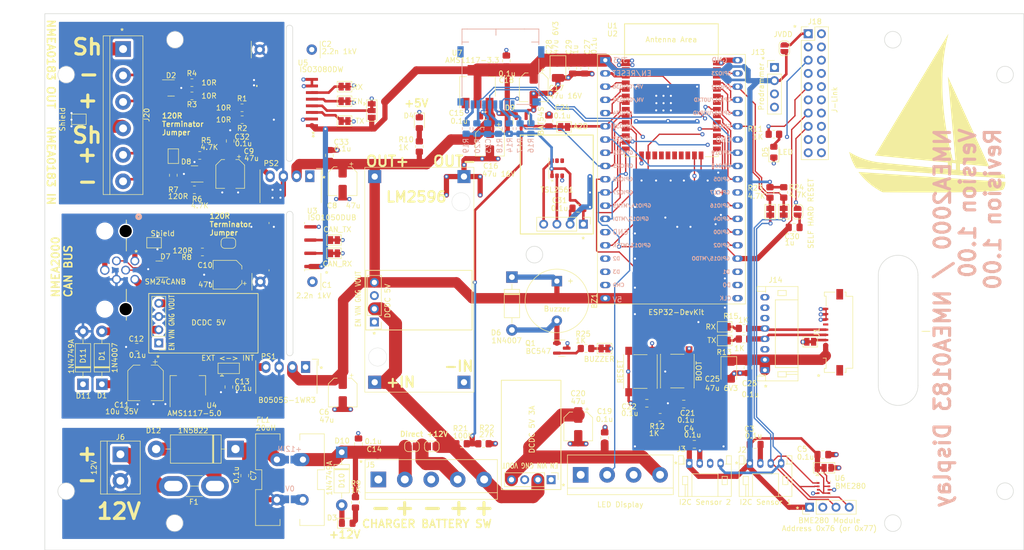
<source format=kicad_pcb>
(kicad_pcb (version 20221018) (generator pcbnew)
  (layers (0 "F.Cu" signal) (1 "In1.Cu" signal) (2 "In2.Cu" signal) (31 "B.Cu" signal) (34 "B.Paste" user) (35 "F.Paste" user) (36 "B.SilkS" user "B.Silkscreen") (37 "F.SilkS" user "F.Silkscreen") (38 "B.Mask" user) (39 "F.Mask" user) (44 "Edge.Cuts" user))
  (net 0 "")
  (net 2 "GND")
  (net 3 "/ESP32/EN")
  (net 4 "+5V")
  (net 5 "Net-(J1-Pin_4)")
  (net 6 "TX_DISPLAY_RX")
  (net 7 "RX_DISPLAY_TX")
  (net 9 "I2C_SDA")
  (net 10 "Net-(JP4-C)")
  (net 11 "/ESP32/GPIO_36")
  (net 12 "/ESP32/GPIO_39")
  (net 13 "/ESP32/GPIO_34")
  (net 14 "/ESP32/GPIO_35")
  (net 15 "/ESP32/GPIO_32_32K")
  (net 16 "/ESP32/GPIO_33_32K")
  (net 17 "/ESP32/GPIO_25")
  (net 18 "/ESP32/GPIO_26")
  (net 19 "/ESP32/GPIO_27")
  (net 20 "/ESP32/GPIO_14")
  (net 21 "/ESP32/GPIO_12")
  (net 22 "/ESP32/GPIO_13")
  (net 23 "/ESP32/GPIO_9")
  (net 24 "/ESP32/GPIO_10")
  (net 25 "/ESP32/GPIO_6")
  (net 26 "/ESP32/GPIO_7")
  (net 27 "/ESP32/GPIO_8")
  (net 28 "/ESP32/GPIO_15")
  (net 29 "/ESP32/GPIO_02")
  (net 30 "/ESP32/GPIO_00_BOOT")
  (net 31 "CANBUS_TO_RX")
  (net 32 "CANBUS_TO_TX")
  (net 33 "+3V3")
  (net 34 "GND2")
  (net 35 "Net-(D1-K)")
  (net 36 "Net-(D1-A)")
  (net 37 "+5VD")
  (net 38 "/ESP32/GPIO_18")
  (net 39 "/ESP32/GPIO_19")
  (net 40 "/ESP32/GPIO_03_U0RXD")
  (net 41 "/ESP32/GPIO_01_U0TXD")
  (net 42 "/ESP32/GPIO_23")
  (net 43 "GND3")
  (net 44 "Net-(JP3-A)")
  (net 45 "Net-(U3-CANH)")
  (net 46 "Net-(JP6-C)")
  (net 47 "NMEA0183_Enable")
  (net 48 "+5VA")
  (net 49 "Net-(JP2-B)")
  (net 50 "/Isolated/rNMEA IN+")
  (net 51 "TX_NMEA0183_RX")
  (net 52 "RX_NMEA0183_TX")
  (net 53 "/ESP32/GPIO_16")
  (net 54 "/ESP32/GPIO_17")
  (net 55 "/ESP32/GPIO_21")
  (net 56 "/ESP32/GPIO_22")
  (net 57 "/ESP32/GPIO_05")
  (net 58 "/ESP32/GPIO_04")
  (net 59 "/Isolated/rNMEA IN-")
  (net 60 "/Isolated/rNMEA OUT+")
  (net 61 "/Isolated/rNMEA OUT-")
  (net 62 "Net-(J6-Pin_1)")
  (net 63 "GNDPWR")
  (net 64 "Net-(D12-A)")
  (net 65 "Net-(D12-K)")
  (net 66 "+12V")
  (net 67 "Net-(JP19-A)")
  (net 68 "Net-(JP18-A)")
  (net 69 "Net-(JP19-B)")
  (net 71 "/Isolated/NMEA OUT+")
  (net 72 "/Isolated/NMEA OUT-")
  (net 73 "/Isolated/NMEA IN+")
  (net 74 "/Isolated/NMEA IN-")
  (net 76 "Net-(J9-Pin_4)")
  (net 78 "+5VP")
  (net 79 "Net-(D3-A)")
  (net 80 "Net-(D4-A)")
  (net 81 "Net-(D5-A)")
  (net 82 "I2C_SCL")
  (net 83 "Net-(J11-DAT1)")
  (net 84 "Net-(J11-DAT2)")
  (net 85 "A2D_12V")
  (net 86 "Net-(JP20-B)")
  (net 89 "/Display/DWIN TX")
  (net 90 "/Display/DWIN RX")
  (net 91 "Net-(J18-Pin_1)")
  (net 101 "/PowerSuply/12V_FL")
  (net 104 "Net-(J20-Pin_1)")
  (net 105 "Net-(BZ1-+)")
  (net 106 "BUZZER")
  (net 107 "Net-(Q1-B)")
  (net 108 "Net-(J5-Pin_4)")
  (footprint "Capacitor_SMD:C_0805_2012Metric_Pad1.18x1.45mm_HandSolder" (layer "F.Cu") (at 185.039 117.983 -90)
    (fp_text reference "C26")
    (fp_text value "0.1u")
  )
  (footprint "Jumper:SolderJumper-2_P1.3mm_Bridged_Pad1.0x1.5mm" (layer "F.Cu") (at 105.522 96.012 180)
    (fp_text reference "JP15" hide)
    (fp_text value "CAN_RX")
  )
  (footprint "TerminalBlock:TerminalBlock_bornier-2_P5.08mm" (layer "F.Cu") (at 64.516 134.62 -90)
    (fp_text reference "J6")
    (fp_text value "12V")
  )
  (footprint "Connector_PinHeader_2.54mm:PinHeader_1x04_P2.54mm_Vertical" (layer "F.Cu") (at 196.86 144.78 90)
    (fp_text reference "J16" hide)
    (fp_text value "BME280 Module")
  )
  (footprint "Resistor_SMD:R_0805_2012Metric_Pad1.20x1.40mm_HandSolder" (layer "F.Cu") (at 87.868 68.072 180)
    (fp_text reference "R1")
    (fp_text value "10R")
  )
  (footprint "Connector_JST:JST_PH_S4B-PH-K_1x04_P2.00mm_Horizontal" (layer "F.Cu") (at 173.769 136.352)
    (fp_text reference "J3")
    (fp_text value "I2C Sensor 2")
  )
  (footprint "Diode_THT:D_DO-41_SOD81_P10.16mm_Horizontal" (layer "F.Cu") (at 57.3278 121.158 90)
    (fp_text reference "D11")
    (fp_text value "1N4749A")
  )
  (footprint "Package_TO_SOT_SMD:SOT-23" (layer "F.Cu") (at 78.74 80.772 180)
    (fp_text reference "D8")
    (fp_text value "ESD SOT23")
  )
  (footprint "Jumper:SolderJumper-3_P1.3mm_Bridged12_Pad1.0x1.5mm" (layer "F.Cu") (at 199.657 137.2108)
    (fp_text reference "JP4")
    (fp_text value "Address 0x76 (or 0x77)")
  )
  (footprint "LED_SMD:LED_0805_2012Metric_Pad1.15x1.40mm_HandSolder" (layer "F.Cu") (at 121.92 70.9375 -90)
    (fp_text reference "D4")
    (fp_text value "5V" hide)
  )
  (footprint "Package_TO_SOT_SMD:SOT-23" (layer "F.Cu") (at 141.478 70.612 -90)
    (fp_text reference "D9")
    (fp_text value "BAT54S")
  )
  (footprint "Capacitor_SMD:CP_Elec_5x5.8" (layer "F.Cu") (at 143.891 64.135 -90)
    (fp_text reference "C17")
    (fp_text value "47u 16V")
  )
  (footprint "Resistor_SMD:R_0805_2012Metric_Pad1.20x1.40mm_HandSolder" (layer "F.Cu") (at 74.676 81.026 -90)
    (fp_text reference "R7")
    (fp_text value "120R")
  )
  (footprint "Connector_PinHeader_2.54mm:PinHeader_1x04_P2.54mm_Vertical" (layer "F.Cu") (at 113.284 109.22 180)
    (fp_text reference "J8" hide)
    (fp_text value "DCDC 5V")
  )
  (footprint "Resistor_SMD:R_0805_2012Metric_Pad1.20x1.40mm_HandSolder" (layer "F.Cu") (at 130.032 132.588 180)
    (fp_text reference "R21")
    (fp_text value "100K")
  )
  (footprint "Capacitor_SMD:CP_Elec_5x5.8" (layer "F.Cu") (at 107.2134 122.7582 -90)
    (fp_text reference "C6")
    (fp_text value "47u")
  )
  (footprint "Jumper:SolderJumper-3_P1.3mm_Bridged12_Pad1.0x1.5mm" (layer "F.Cu") (at 112.776 68.61 -90)
    (fp_text reference "JP6" hide)
    (fp_text value "*RE" hide)
  )
  (footprint "Jumper:SolderJumper-2_P1.3mm_Bridged_Pad1.0x1.5mm" (layer "F.Cu") (at 196.9874 113.0046)
    (fp_text reference "JP1" hide)
    (fp_text value "OPT" hide)
  )
  (footprint "Connector_JST:JST_PH_S8B-PH-K_1x08_P2.00mm_Horizontal" (layer "F.Cu") (at 188.2786 118.4552 90)
    (fp_text reference "J14")
    (fp_text value "Display")
  )
  (footprint "Jumper:SolderJumper-3_P1.3mm_Bridged12_Pad1.0x1.5mm" (layer "F.Cu") (at 85.314 118.11)
    (fp_text reference "JP2")
    (fp_text value "EXT <-> INT")
  )
  (footprint "Resistor_SMD:R_0805_2012Metric_Pad1.20x1.40mm_HandSolder" (layer "F.Cu") (at 134.239 132.588 180)
    (fp_text reference "R22")
    (fp_text value "27K")
  )
  (footprint "TerminalBlock:TerminalBlock_bornier-6_P5.08mm" (layer "F.Cu") (at 65.024 56.788 -90)
    (fp_text reference "J20")
    (fp_text value "NMEA0183")
  )
  (footprint "1Display:Logo" (layer "F.Cu") (at 219.456 69.088)
    (fp_text reference "G***")
    (fp_text value "LOGO" hide)
  )
  (footprint "Inductor_THT:L_CommonMode_Wuerth_WE-CMB-S" (layer "F.Cu") (at 94.568 135.636)
    (fp_text reference "FL1")
    (fp_text value "20uH")
  )
  (footprint "Resistor_SMD:R_0805_2012Metric_Pad1.20x1.40mm_HandSolder" (layer "F.Cu") (at 190.008 73.152 180)
    (fp_text reference "R11")
    (fp_text value "1K")
  )
  (footprint "Resistor_SMD:R_0805_2012Metric_Pad1.20x1.40mm_HandSolder" (layer "F.Cu") (at 184.2724 112.4712)
    (fp_text reference "R13")
    (fp_text value "1K")
  )
  (footprint "Button_Switch_SMD:SW_Push_1P1T_NO_6x6mm_H9.5mm" (layer "F.Cu") (at 171.4645 118.628 90)
    (fp_text reference "SW1")
    (fp_text value "BOOT")
  )
  (footprint "Capacitor_SMD:C_0805_2012Metric_Pad1.18x1.45mm_HandSolder" (layer "F.Cu") (at 85.598 74.4435 90)
    (fp_text reference "C32")
    (fp_text value "0.1u")
  )
  (footprint "Jumper:SolderJumper-2_P1.3mm_Open_RoundedPad1.0x1.5mm" (layer "F.Cu") (at 85.2528 94.0562 180)
    (fp_text reference "JP19")
    (fp_text value "Open")
  )
  (footprint "Capacitor_SMD:C_0805_2012Metric_Pad1.18x1.45mm_HandSolder" (layer "F.Cu") (at 172.6985 124.968)
    (fp_text reference "C21")
    (fp_text value "0.1u")
  )
  (footprint "Diode_THT:D_DO-41_SOD81_P10.16mm_Horizontal" (layer "F.Cu") (at 139.7 100.584 -90)
    (fp_text reference "D6")
    (fp_text value "1N4007")
  )
  (footprint "Connector_FFC-FPC:Molex_200528-0100_1x10-1MP_P1.00mm_Horizontal" (layer "F.Cu") (at 200.8588 111.18 90)
    (fp_text reference "J1")
    (fp_text value "DISPLAY")
  )
  (footprint "Capacitor_SMD:C_0805_2012Metric_Pad1.18x1.45mm_HandSolder" (layer "F.Cu") (at 165.608 124.813)
    (fp_text reference "C22")
    (fp_text value "0.1u")
  )
  (footprint "Package_TO_SOT_SMD:SOT-223-3_TabPin2" (layer "F.Cu") (at 133.096 64.008 90)
    (fp_text reference "U7")
    (fp_text value "AMS1117-3.3")
  )
  (footprint "Connector_PinHeader_2.54mm:PinHeader_1x04_P2.54mm_Vertical" (layer "F.Cu") (at 147.2314 139.491 -90)
    (fp_text reference "J10" hide)
    (fp_text value "DCDC 5V 3A")
  )
  (footprint "Resistor_SMD:R_0805_2012Metric_Pad1.20x1.40mm_HandSolder" (layer "F.Cu") (at 78.724 83.82)
    (fp_text reference "R6")
    (fp_text value "4.7K")
  )
  (footprint "Resistor_SMD:R_0805_2012Metric_Pad1.20x1.40mm_HandSolder" (layer "F.Cu") (at 184.2724 110.4392 180)
    (fp_text reference "R15")
    (fp_text value "1K")
  )
  (footprint "Converter_DCDC:Converter_DCDC_Murata_MEE1SxxxxSC_THT" (layer "F.Cu") (at 100.076 117.856 -90)
    (fp_text reference "PS1")
    (fp_text value "B0505S-1WR3")
  )
  (footprint "Capacitor_SMD:C_0805_2012Metric_Pad1.18x1.45mm_HandSolder" (layer "F.Cu") (at 157.513 131.443 90)
    (fp_text reference "C19")
    (fp_text value "0.1u")
  )
  (footprint "Jumper:SolderJumper-2_P1.3mm_Bridged_Pad1.0x1.5mm" (layer "F.Cu") (at 107.554 66.802 180)
    (fp_text reference "JP7")
    (fp_text value "EN")
  )
  (footprint "1Display1:CONN5_43-01199_Vlad" (layer "F.Cu") (at 67.2895 97.475 90)
    (fp_text reference "J4")
    (fp_text value "NMEA2000")
  )
  (footprint "PCM_Espressif:ESP32-WROOM-32E" (layer "F.Cu") (at 170.312 66.466)
    (fp_text reference "U2")
    (fp_text value "ESP32-WROOM-E")
  )
  (footprint "Buzzer_Beeper:Buzzer_12x9.5RM7.6" (layer "F.Cu") (at 148.336 101.356 -90)
    (fp_text reference "BZ1")
    (fp_text value "Buzzer")
  )
  (footprint "Package_TO_SOT_SMD:SOT-223-3_TabPin2" (layer "F.Cu") (at 77.47 121.412 90)
    (fp_text reference "U4")
    (fp_text value "AMS1117-5.0")
  )
  (footprint "Jumper:SolderJumper-2_P1.3mm_Open_RoundedPad1.0x1.5mm" (layer "F.Cu") (at 194.564 88.026 -90)
    (fp_text reference "JP20" hide)
    (fp_text value "SELF HARD RESET")
  )
  (footprint "TerminalBlock:TerminalBlock_bornier-4_P5.08mm" (layer "F.Cu") (at 152.908 138.557)
    (fp_text reference "J15" hide)
    (fp_text value "LED Display")
  )
  (footprint "Resistor_SMD:R_0805_2012Metric_Pad1.20x1.40mm_HandSolder" (layer "F.Cu") (at 87.9 70.358 180)
    (fp_text reference "R2")
    (fp_text value "10R")
  )
  (footprint "Connector_PinHeader_2.54mm:PinHeader_1x04_P2.54mm_Vertical" (layer "F.Cu") (at 190.119 60.325)
    (fp_text reference "J13")
    (fp_text value "Prodrammer")
  )
  (footprint "Capacitor_Tantalum_SMD:CP_EIA-3528-21_Kemet-B_Pad1.50x2.35mm_HandSolder" (layer "F.Cu") (at 148.5392 60.706 -90)
    (fp_text reference "C28")
    (fp_text value "47u 6V3")
  )
  (footprint "Diode_THT:D_DO-41_SOD81_P10.16mm_Horizontal" (layer "F.Cu") (at 60.96 121.158 90)
    (fp_text reference "D1")
    (fp_text value "1N4007")
  )
  (footprint "Capacitor_SMD:C_0805_2012Metric_Pad1.18x1.45mm_HandSolder" (layer "F.Cu") (at 151.384 60.452 -90)
    (fp_text reference "C29")
    (fp_text value "1u")
  )
  (footprint "Capacitor_SMD:C_0805_2012Metric_Pad1.18x1.45mm_HandSolder" (layer "F.Cu") (at 85.344 121.6875 -90)
    (fp_text reference "C13")
    (fp_text value "0.1u")
  )
  (footprint "Jumper:SolderJumper-2_P1.3mm_Bridged_Pad1.0x1.5mm" (layer "F.Cu") (at 191.897 88.0364 -90)
    (fp_text reference "JP13")
    (fp_text value "SCK" hide)
  )
  (footprint "Capacitor_SMD:C_0805_2012Metric_Pad1.18x1.45mm_HandSolder" (layer "F.Cu") (at 88.392 138.7055 -90)
    (fp_text reference "C7")
    (fp_text value "0.1u")
  )
  (footprint "Diode_THT:D_DO-41_SOD81_P10.16mm_Horizontal" (layer "F.Cu") (at 107.0102 134.2136 -90)
    (fp_text reference "D10")
    (fp_text value "1N4749A")
  )
  (footprint "Package_LGA:Bosch_LGA-8_2.5x2.5mm_P0.65mm_ClockwisePinNumbering" (layer "F.Cu") (at 199.5466 141.0949 90)
    (fp_text reference "U6")
    (fp_text value "BME280")
  )
  (footprint "Fuse:Fuse_Blade_Mini_directSolder" (layer "F.Cu") (at 74.676 140.716)
    (fp_text reference "F1")
    (fp_text value "Fuse")
  )
  (footprint "Connector_PinHeader_2.54mm:PinHeader_1x04_P2.54mm_Vertical" (layer "F.Cu") (at 71.882 113.2332 180)
    (fp_text reference "J9")
    (fp_text value "DCDC 5V")
  )
  (footprint "Jumper:SolderJumper-2_P1.3mm_Bridged_Pad1.0x1.5mm" (layer "F.Cu") (at 157.48 114.3 180)
    (fp_text reference "JP24" hide)
    (fp_text value "BUZZER")
  )
  (footprint "Capacitor_SMD:C_0805_2012Metric_Pad1.18x1.45mm_HandSolder" (layer "F.Cu") (at 104.648 77.216 90)
    (fp_text reference "C33")
    (fp_text value "0.1u")
  )
  (footprint "Capacitor_SMD:CP_Elec_6.3x4.5" (layer "F.Cu") (at 69.342 120.904 -90)
    (fp_text reference "C11")
    (fp_text value "10u 35V")
  )
  (footprint "Capacitor_SMD:C_0805_2012Metric_Pad1.18x1.45mm_HandSolder" (layer "F.Cu") (at 153.67 60.452 -90)
    (fp_text reference "C27")
    (fp_text value "0.1u")
  )
  (footprint "Connector_PinHeader_2.54mm:PinHeader_1x04_P2.54mm_Vertical" (layer "F.Cu") (at 153.416 90.424 -90)
    (fp_text reference "J19" hide)
    (fp_text value "TSL2561" hide)
  )
  (footprint "Package_TO_SOT_SMD:SOT-23" (layer "F.Cu") (at 149.2735 114.234)
    (fp_text reference "Q1")
    (fp_text value "BC547")
  )
  (footprint "Resistor_SMD:R_0805_2012Metric_Pad1.20x1.40mm_HandSolder" (layer "F.Cu") (at 189.2554 84.3224 90)
    (fp_text reference "R23")
    (fp_text value "4.7K")
  )
  (footprint "1Display:TSL2561" (layer "F.Cu") (at 146.802 81.732 90)
    (fp_text reference "LED1" hide)
    (fp_text value "TSL2561")
  )
  (footprint "Resistor_SMD:R_0805_2012Metric_Pad1.20x1.40mm_HandSolder" (layer "F.Cu") (at 78.248 63.246 180)
    (fp_text reference "R4")
    (fp_text value "10R")
  )
  (footprint "Resistor_SMD:R_0805_2012Metric_Pad1.20x1.40mm_HandSolder" (layer "F.Cu") (at 191.897 84.3224 90)
    (fp_text reference "R24")
    (fp_text value "4.7K")
  )
  (footprint "Capacitor_SMD:C_0805_2012Metric_Pad1.18x1.45mm_HandSolder" (layer "F.Cu") (at 174.7305 132.6896)
    (fp_text reference "C4")
    (fp_text value "0.1u")
  )
  (footprint "Capacitor_SMD:C_0805_2012Metric_Pad1.18x1.45mm_HandSolder" (layer "F.Cu") (at 193.9036 91.0382 180)
    (fp_text reference "C30")
    (fp_text value "1u")
  )
  (footprint "Capacitor_SMD:C_0805_2012Metric_Pad1.18x1.45mm_HandSolder" (layer "F.Cu") (at 67.6656 114.046 180)
    (fp_text reference "C12")
    (fp_text value "0.1u")
  )
  (footprint "Button_Switch_SMD:SW_Push_1P1T_NO_6x6mm_H9.5mm" (layer "F.Cu") (at 164.3718 118.717 90)
    (fp_text reference "SW2")
    (fp_text value "RESET")
  )
  (footprint "Jumper:SolderJumper-2_P1.3mm_Bridged_Pad1.0x1.5mm" (layer "F.Cu") (at 74.676 77.358 90)
    (fp_text reference "JP18")
    (fp_text value "120R")
  )
  (footprint "Capacitor_SMD:CP_Elec_5x5.8" (layer "F.Cu") (at 135.4836 74.5744 -90)
    (fp_text reference "C16")
    (fp_text value "47u 16V")
  )
  (footprint "Capacitor_THT:C_Rect_L13.0mm_W3.0mm_P10.00mm_FKS3_FKP3_MKS4" (layer "F.Cu") (at 101.266 56.896 180)
    (fp_text reference "C2")
    (fp_text value "2.2n 1kV")
  )
  (footprint "Capacitor_THT:C_Rect_L13.0mm_W3.0mm_P10.00mm_FKS3_FKP3_MKS4" (layer "F.Cu") (at 101.393 101.473 180)
    (fp_text reference "C1")
    (fp_text value "2.2n 1kV")
  )
  (footprint "Jumper:SolderJumper-2_P1.3mm_Bridged_Pad1.0x1.5mm" (layer "F.Cu") (at 56.543702 70.278809 180)
    (fp_text reference "JP5")
    (fp_text value "Shield")
  )
  (footprint "Package_TO_SOT_SMD:SOT-23" (layer "F.Cu") (at 74.2465 64.262)
    (fp_text reference "D2")
    (fp_text value "ESD SOT23")
  )
  (footprint "Resistor_SMD:R_0805_2012Metric_Pad1.20x1.40mm_HandSolder" (layer "F.Cu") (at 79.756 77.216)
    (fp_text reference "R5")
    (fp_text value "4.7K")
  )
  (footprint "Capacitor_SMD:C_0805_2012Metric_Pad1.18x1.45mm_HandSolder" (layer "F.Cu") (at 152.3785 87.376 180)
    (fp_text reference "C31")
    (fp_text value "0.1u")
  )
  (footprint "PCM_Espressif:ESP32-DevKitC" (layer "F.Cu") (at 157.6291 58.9278)
    (fp_text reference "U1")
    (fp_text value "ESP32-DevKit")
  )
  (footprint "Jumper:SolderJumper-2_P1.3mm_Bridged_Pad1.0x1.5mm" (layer "F.Cu") (at 180.564 112.776)
    (fp_text reference "JP10" hide)
    (fp_text value "TX")
  )
  (footprint "Diode_THT:D_DO-201AD_P15.24mm_Horizontal" (layer "F.Cu") (at 86.614 133.604 180)
    (fp_text reference "D12")
    (fp_text value "1N5822")
  )
  (footprint "Jumper:SolderJumper-2_P1.3mm_Bridged_Pad1.0x1.5mm" (layer "F.Cu") (at 105.522 93.472 180)
    (fp_text reference "JP14" hide)
    (fp_text value "CAN_TX")
  )
  (footprint "1Display:LM2596Module2" (layer "F.Cu") (at 113.3475 120.777 90)
    (fp_text reference "PS3" hide)
    (fp_text value "LM2596" hide)
    (fp_circle (center 4.85 0.57) (end 6.6 0.57) (stroke (width 0.05)) (fill none) (layer "Edge.Cuts"))
    (fp_circle (center 34.65 16.575) (end 36.4 16.575) (stroke (width 0.05)) (fill none) (layer "Edge.Cuts"))
  )
  (footprint "Jumper:SolderJumper-2_P1.3mm_Open_RoundedPad1.0x1.5mm" (layer "F.Cu") (at 120.508 133.096 180)
    (fp_text reference "JP23" hide)
    (fp_text value "Open" hide)
  )
  (footprint "1Display:DW16" (layer "F.Cu") (at 96.774 67.056 180)
    (fp_text reference "U5")
    (fp_text value "ISO3080DW")
  )
  (footprint "Resistor_SMD:R_0805_2012Metric_Pad1.20x1.40mm_HandSolder" (layer "F.Cu") (at 78.248 65.786 180)
    (fp_text reference "R3")
    (fp_text value "10R")
  )
  (footprint "Jumper:SolderJumper-2_P1.3mm_Bridged_Pad1.0x1.5mm" (layer "F.Cu") (at 70.978 93.98)
    (fp_text reference "JP3")
    (fp_text value "Shield")
  )
  (footprint "Capacitor_SMD:C_0805_2012Metric_Pad1.18x1.45mm_HandSolder" (layer "F.Cu") (at 134.6415 69.596 180)
    (fp_text reference "C15")
    (fp_text value "0.1u")
  )
  (footprint "Connector_JST:JST_PH_S4B-PH-K_1x04_P2.00mm_Horizontal" (layer "F.Cu") (at 185.405 136.352)
    (fp_text reference "J2")
    (fp_text value "I2C Sensor 1")
  )
  (footprint "LED_SMD:LED_0805_2012Metric_Pad1.15x1.40mm_HandSolder" (layer "F.Cu") (at 189.992 76.584 90)
    (fp_text reference "D5")
    (fp_text value "LED")
  )
  (footprint "Jumper:SolderJumper-2_P1.3mm_Bridged_Pad1.0x1.5mm" (layer "F.Cu") (at 189.3062 88.0364 -90)
    (fp_text reference "JP12")
    (fp_text value "SDA" hide)
  )
  (footprint "Capacitor_SMD:C_0805_2012Metric_Pad1.18x1.45mm_HandSolder" (layer "F.Cu") (at 110.2364 132.6096 90)
    (fp_text reference "C14")
    (fp_text value "0.1u")
  )
  (footprint "Jumper:SolderJumper-2_P1.3mm_Open_RoundedPad1.0x1.5mm" (layer "F.Cu") (at 192.024 56.642 90)
    (fp_text reference "JP21" hide)
    (fp_text value "JVDD")
  )
  (footprint "Capacitor_SMD:C_0805_2012Metric_Pad1.18x1.45mm_HandSolder" (layer "F.Cu") (at 199.4115 134.6708)
    (fp_text reference "C5")
    (fp_text value "0.1u")
  )
  (footprint "Jumper:SolderJumper-2_P1.3mm_Bridged_Pad1.0x1.5mm" (layer "F.Cu") (at 180.5536 110.1344)
    (fp_text reference "JP11" hide)
    (fp_text value "RX")
  )
  (footprint "Jumper:SolderJumper-2_P1.3mm_Bridged_Pad1.0x1.5mm" (layer "F.Cu") (at 107.554 64.008 180)
    (fp_text reference "JP9")
    (fp_text value "RX")
  )
  (footprint "Resistor_SMD:R_0805_2012Metric_Pad1.20x1.40mm_HandSolder" (layer "F.Cu") (at 109.6518 143.8496 90)
    (fp_text reference "R9")
    (fp_text value "1K")
  )
  (footprint "LED_SMD:LED_0805_2012Metric_Pad1.15x1.40mm_HandSolder" (layer "F.Cu") (at 108.074 147.8534)
    (fp_text reference "D3")
    (fp_text value "12V")
  )
  (footprint "Resistor_SMD:R_0805_2012Metric_Pad1.20x1.40mm_HandSolder" (layer "F.Cu") (at 121.92 75.5095 -90)
    (fp_text reference "R10")
    (fp_text value "1K")
  )
  (footprint "Jumper:SolderJumper-2_P1.3mm_Open_RoundedPad1.0x1.5mm" (layer "F.Cu") (at 124.318 133.096 180)
    (fp_text reference "JP25" hide)
    (fp_text value "Open" hide)
  )
  (footprint "Capacitor_SMD:C_0805_2012Metric_Pad1.18x1.45mm_HandSolder" (layer "F.Cu") (at 138.6332 59.0804 90)
    (fp_text reference "C18")
    (fp_text value "0.1u")
  )
  (footprint "Capacitor_SMD:CP_Elec_5x5.8" (layer "F.Cu") (at 85.598 80.772 -90)
    (fp_text reference "C9")
    (fp_text value "47u")
  )
  (footprint "Resistor_SMD:R_0805_2012Metric_Pad1.20x1.40mm_HandSolder" (layer "F.Cu") (at 153.924 114.3)
    (fp_text reference "R25")
    (fp_text value "1K")
  )
  (footprint "Capacitor_SMD:C_0805_2012Metric_Pad1.18x1.45mm_HandSolder" (layer "F.Cu") (at 146.812 70.5905 90)
    (fp_text reference "C24")
    (fp_text value "0.1u")
  )
  (footprint "Resistor_SMD:R_0805_2012Metric_Pad1.20x1.40mm_HandSolder" (layer "F.Cu") (at 168.164 127.508)
    (fp_text reference "R12")
    (fp_text value "1K")
  )
  (footprint "Resistor_SMD:R_0805_2012Metric_Pad1.20x1.40mm_HandSolder" (layer "F.Cu") (at 80.264 95.758 180)
    (fp_text reference "R8")
    (fp_text value "120R")
  )
  (footprint "Converter_DCDC:Converter_DCDC_Murata_MEE1SxxxxSC_THT" (layer "F.Cu") (at 100.8895 81.2155 -90)
    (fp_text reference "PS2")
    (fp_text value "B0505S-1WR3")
  )
  (footprint "Capacitor_SMD:CP_Elec_5x5.8" (layer "F.Cu") (at 107.188 82.169 -90)
    (fp_text reference "C8")
    (fp_text value "47u")
  )
  (footprint "Capacitor_Tantalum_SMD:CP_EIA-3528-21_Kemet-B_Pad1.50x2.35mm_HandSolder" (layer "F.Cu") (at 181.356 118.491 -90)
    (fp_text reference "C25")
    (fp_text value "47u 6V3")
  )
  (footprint "TerminalBlock:TerminalBlock_bornier-5_P5.08mm" (layer "F.Cu") (at 114.046 139.446)
    (fp_text reference "J5")
    (fp_text value "Power")
  )
  (footprint "Package_SO:SOP-8_6.62x9.15mm_P2.54mm" (layer "F.Cu") (at 96.473 94.742 180)
    (fp_text reference "U3")
    (fp_text value "ISO1050DUB")
  )
  (footprint "Capacitor_SMD:C_0805_2012Metric_Pad1.18x1.45mm_HandSolder" (layer "F.Cu") (at 186.4145 132.748)
    (fp_text reference "C3")
    (fp_text value "0.1u")
  )
  (footprint "Jumper:SolderJumper-2_P1.3mm_Bridged_Pad1.0x1.5mm" (layer "F.Cu") (at 149.718 71.755 180)
    (fp_text reference "JP22")
    (fp_text value "A2D")
  )
  (footprint "Capacitor_SMD:CP_Elec_5x5.8" (layer "F.Cu") (at 85.0744 100.1268 180)
    (fp_text reference "C10")
    (fp_text value "47u")
  )
  (footprint "Package_TO_SOT_SMD:SOT-23" (layer "F.Cu") (at 71.9605 99.06 180)
    (fp_text reference "D7")
    (fp_text value "SM24CANB")
  )
  (footprint "Capacitor_SMD:CP_Elec_5x5.8" (layer "F.Cu") (at 152.43525 129.262732 -90)
    (fp_text reference "C20")
    (fp_text value "47u")
  )
  (footprint "Jumper:SolderJumper-2_P1.3mm_Bridged_Pad1.0x1.5mm" (layer "F.Cu") (at 107.554 70.612 180)
    (fp_text reference "JP8")
    (fp_text value "TX")
  )
  (footprint "Connector_PinHeader_2.54mm:PinHeader_2x10_P2.54mm_Vertical" (layer "F.Cu") (at 196.596 53.848)
    (fp_text reference "J18")
    (fp_text value "J-Link")
  )
  (footprint "Resistor_SMD:R_0805_2012Metric_Pad1.20x1.40mm_HandSolder" (layer "B.Cu") (at 141.2622 72.0664 -90)
    (fp_text reference "R17")
    (fp_text value "47K")
  )
  (footprint "Resistor_SMD:R_0805_2012Metric_Pad1.20x1.40mm_HandSolder" (layer "B.Cu") (at 130.9116 72.0504 90)
    (fp_text reference "R19")
    (fp_text value "47K")
  )
  (footprint "Capacitor_SMD:C_0805_2012Metric_Pad1.18x1.45mm_HandSolder" (layer "B.Cu") (at 135.0434 72.0863 90)
    (fp_text reference "C23")
    (fp_text value "0.1u")
  )
  (footprint "1Display:J_SD_Card-micro_socket_A" (layer "B.Cu") (at 136.6166 60.4239 180)
    (fp_text reference "J11")
    (fp_text value "Micro_SD_Card" hide)
  )
  (footprint "Resistor_SMD:R_0805_2012Metric_Pad1.20x1.40mm_HandSolder" (layer "B.Cu") (at 143.3408 72.0664 -90)
    (fp_text reference "R16")
    (fp_text value "47K")
  )
  (footprint "1Display:NOSILK SolderJumper-2_P1.3mm_Open_Pad1.0x1.5mm" (layer "B.Cu") (at 97.0684 143.256 180)
    (fp_text reference "JP17")
    (fp_text value "0V")
  )
  (footprint "Resistor_SMD:R_0805_2012Metric_Pad1.20x1.40mm_HandSolder" (layer "B.Cu") (at 139.1836 72.0664 -90)
    (fp_text reference "R14")
    (fp_text value "47K")
  )
  (footprint "Resistor_SMD:R_0805_2012Metric_Pad1.20x1.40mm_HandSolder" (layer "B.Cu") (at 137.105 72.0664 -90)
    (fp_text reference "R18")
    (fp_text value "47K")
  )
  (footprint "1Display:NOSILK SolderJumper-2_P1.3mm_Open_Pad1.0x1.5mm" (layer "B.Cu") (at 97.028 135.636 180)
    (fp_text reference "JP16")
    (fp_text value "+12IN")
  )
  (footprint "Resistor_SMD:R_0805_2012Metric_Pad1.20x1.40mm_HandSolder" (layer "B.Cu") (at 132.969 72.0504 90)
    (fp_text reference "R20")
    (fp_text value "47K")
  )
  (gr_rect (start 69.9516 103.7336) (end 90.9516 115.1766) (stroke (width 0.15)) (fill none) (layer "F.SilkS"))
  (gr_rect (start 141.318 73.304) (end 155.318 92.304) (stroke (width 0.2)) (fill none) (layer "F.SilkS"))
  (gr_line (start 218.44 111) (end 219.964 110.998) (stroke (width 0.15)) (layer "F.SilkS"))
  (gr_rect (start 111.631604 99.289499) (end 132.055439 110.732499) (stroke (width 0.15)) (fill none) (layer "F.SilkS"))
  (gr_rect (start 137.668 120.396) (end 149.111 141.396) (stroke (width 0.15)) (fill none) (layer "F.SilkS"))
  (gr_circle (center 212.852 55) (end 214.452 55) (stroke (width 0.1)) (fill none) (layer "Edge.Cuts"))
  (gr_line (start 96.3415 52.832) (end 96.3415 77.724) (stroke (width 0.1)) (layer "Edge.Cuts"))
  (gr_circle (center 54.1 61.7) (end 55.7 61.7) (stroke (width 0.1)) (fill none) (layer "Edge.Cuts"))
  (gr_line (start 217.67668 100.203) (end 217.679319 121.412) (stroke (width 0.1)) (layer "Edge.Cuts"))
  (gr_arc (start 210.05668 100.203) (mid 213.86668 96.393) (end 217.67668 100.203) (stroke (width 0.1)) (layer "Edge.Cuts"))
  (gr_line (start 97.6115 77.724) (end 97.6115 52.832) (stroke (width 0.1)) (layer "Edge.Cuts"))
  (gr_line (start 97.663 88.585) (end 97.663 115.062) (stroke (width 0.1)) (layer "Edge.Cuts"))
  (gr_circle (center 144.018 96.266) (end 145.618 96.266) (stroke (width 0.1)) (fill none) (layer "Edge.Cuts"))
  (gr_arc (start 217.678 121.412) (mid 213.868 125.222) (end 210.058 121.412) (stroke (width 0.1)) (layer "Edge.Cuts"))
  (gr_line (start 96.393 115.062) (end 96.393 88.585) (stroke (width 0.1)) (layer "Edge.Cuts"))
  (gr_circle (center 234.4 141.7) (end 236 141.7) (stroke (width 0.1)) (fill none) (layer "Edge.Cuts"))
  (gr_arc (start 96.3415 52.832) (mid 96.9765 52.197) (end 97.6115 52.832) (stroke (width 0.1)) (layer "Edge.Cuts"))
  (gr_circle (center 54.1 141.7) (end 55.7 141.7) (stroke (width 0.1)) (fill none) (layer "Edge.Cuts"))
  (gr_line (start 210.058 121.412) (end 210.05668 100.203) (stroke (width 0.1)) (layer "Edge.Cuts"))
  (gr_circle (center 74.93 147.828) (end 76.53 147.828) (stroke (width 0.1)) (fill none) (layer "Edge.Cuts"))
  (gr_arc (start 97.663 115.062) (mid 97.028 115.697) (end 96.393 115.062) (stroke (width 0.1)) (layer "Edge.Cuts"))
  (gr_arc (start 97.6115 77.724) (mid 96.9765 78.359) (end 96.3415 77.724) (stroke (width 0.1)) (layer "Edge.Cuts"))
  (gr_circle (center 75 55) (end 76.6 55) (stroke (width 0.1)) (fill none) (layer "Edge.Cuts"))
  (gr_arc (start 96.393 88.585) (mid 97.028 87.95) (end 97.663 88.585) (stroke (width 0.1)) (layer "Edge.Cuts"))
  (gr_circle (center 212.852 147.828) (end 214.452 147.828) (stroke (width 0.1)) (fill none) (layer "Edge.Cuts"))
  (gr_circle (center 234.4 61.7) (end 236 61.7) (stroke (width 0.1)) (fill none) (layer "Edge.Cuts"))
  (gr_rect (start 50 50) (end 238 153) (stroke (width 0.1)) (fill none) (layer "Edge.Cuts"))
  (gr_text "NMEA2000 / NMEA0183 Display\nVersion 1.00\nRevision 1.00" (at 233.807 71.7042 90) (layer "B.SilkS") (effects (font (size 3 3) (thickness 0.6) bold) (justify left bottom mirror)))
  (gr_text "+" (at 132.08 146.558) (layer "F.SilkS") (effects (font (size 3 3) (thickness 0.6) bold) (justify left bottom)))
  (gr_text "-" (at 56.2 63.3) (layer "F.SilkS") (effects (font (size 3 3) (thickness 0.6) bold) (justify left bottom)))
  (gr_text "12V" (at 59.69 147.32) (layer "F.SilkS") (effects (font (size 3 3) (thickness 0.6) bold) (justify left bottom)))
  (gr_text "*" (at 67.056 96.52) (layer "F.SilkS") (effects (font (size 1 1)) (justify left bottom)))
  (gr_text "NMEA0183 OUT   NMEA0183 IN" (at 50.3 50.95 270) (layer "F.SilkS") (effects (font (size 1.5 1.5) (thickness 0.3) bold) (justify left bottom)))
  (gr_text "+" (at 55.88 136.144) (layer "F.SilkS") (effects (font (size 3 3) (thickness 0.6) bold) (justify left bottom)))
  (gr_text "CHARGER BATTERY SW" (at 110.744 148.844) (layer "F.SilkS") (effects (font (size 1.5 1.5) (thickness 0.3) bold) (justify left bottom)))
  (gr_text "*" (at 182.372 137.16) (layer "F.SilkS") (effects (font (size 1 1)) (justify left bottom)))
  (gr_text "*" (at 152.908 93.98) (layer "F.SilkS") (effects (font (size 1 1)) (justify left bottom)))
  (gr_text "+" (at 56 68.3) (layer "F.SilkS") (effects (font (size 3 3) (thickness 0.6) bold) (justify left bottom)))
  (gr_text "*" (at 103.632 100.584) (layer "F.SilkS") (effects (font (size 1 1)) (justify left bottom)))
  (gr_text "Sh" (at 54.95 75.1) (layer "F.SilkS") (effects (font (size 3 3) (thickness 0.6) bold) (justify left bottom)))
  (gr_text "*" (at 187.96 122.428) (layer "F.SilkS") (effects (font (size 1 1)) (justify left bottom)))
  (gr_text "*" (at 64.349147 53.948483) (layer "F.SilkS") (effects (font (size 1 1)) (justify left bottom)))
  (gr_text "*" (at 198.12 120.396) (layer "F.SilkS") (effects (font (size 1 1)) (justify left bottom)))
  (gr_text "Direct +12V" (at 118.11 131.318) (layer "F.SilkS") (effects (font (size 1 1) (thickness 0.2) bold) (justify left bottom)))
  (gr_text "*" (at 187.452 59.436) (layer "F.SilkS") (effects (font (size 1 1)) (justify left bottom)))
  (gr_text "*" (at 194.056 145.796) (layer "F.SilkS") (effects (font (size 1 1)) (justify left bottom)))
  (gr_text "+" (at 127.254 146.558) (layer "F.SilkS") (effects (font (size 3 3) (thickness 0.6) bold) (justify left bottom)))
  (gr_text "EN VIN GNG VOUT" (at 110.744 110.236 90) (layer "F.SilkS") (effects (font (size 1 0.8)) (justify left bottom)))
  (gr_text "-" (at 112.268 146.558) (layer "F.SilkS") (effects (font (size 3 3) (thickness 0.6) bold) (justify left bottom)))
  (gr_text "-" (at 55.95 83.9) (layer "F.SilkS") (effects (font (size 3 3) (thickness 0.6) bold) (justify left bottom)))
  (gr_text "EN VIN GNG VOUT" (at 148.6792 136.1636 180) (layer "F.SilkS") (effects (font (size 1 0.8)) (justify left bottom)))
  (gr_text "+" (at 116.84 146.558) (layer "F.SilkS") (effects (font (size 3 3) (thickness 0.6) bold) (justify left bottom)))
  (gr_text "Sh" (at 55 58.15) (layer "F.SilkS") (effects (font (size 3 3) (thickness 0.6) bold) (justify left bottom)))
  (gr_text "NMEA2000\nCAN BUS" (at 55.372 104.648 90) (layer "F.SilkS") (effects (font (size 1.5 1.5) (thickness 0.3) bold) (justify left bottom)))
  (gr_text "*" (at 170.688 137.16) (layer "F.SilkS") (effects (font (size 1 1)) (justify left bottom)))
  (gr_text "120R\nTerminator\nJumper" (at 81.534 92.6592) (layer "F.SilkS") (effects (font (size 1 1) (thickness 0.2) bold) (justify left bottom)))
  (gr_text "*" (at 149.111 141.396) (layer "F.SilkS") (effects (font (size 1 1)) (justify left bottom)))
  (gr_text "-" (at 122.174 146.558) (layer "F.SilkS") (effects (font (size 3 3) (thickness 0.6) bold) (justify left bottom)))
  (gr_text "*" (at 110.236 136.906) (layer "F.SilkS") (effects (font (size 1 1)) (justify left bottom)))
  (gr_text "*" (at 103.124 82.296) (layer "F.SilkS") (effects (font (size 1 1)) (justify left bottom)))
  (gr_text "120R\nTerminator\nJumper" (at 72.39 73.406) (layer "F.SilkS") (effects (font (size 1 1) (thickness 0.2) bold) (justify left bottom)))
  (gr_text "*" (at 71.255972 116.733244) (layer "F.SilkS") (effects (font (size 1 1)) (justify left bottom)))
  (gr_text "+12V" (at 104.394 150.876) (layer "F.SilkS") (effects (font (size 1.5 1.5) (thickness 0.3) bold) (justify left bottom)))
  (gr_text "EN VIN GNG VOUT" (at 74.9554 114.7826 90) (layer "F.SilkS") (effects (font (size 1 0.8)) (justify left bottom)))
  (gr_text "-" (at 55.88 141.224) (layer "F.SilkS") (effects (font (size 3 3) (thickness 0.6) bold) (justify left bottom)))
  (gr_text "+5V" (at 118.872 68.072) (layer "F.SilkS") (effects (font (size 1.5 1.5) (thickness 0.3) bold) (justify left bottom)))
  (gr_text "+" (at 55.9 78.75) (layer "F.SilkS") (effects (font (size 3 3) (thickness 0.6) bold) (justify left bottom)))
  (gr_text "*" (at 193.548 53.34) (layer "F.SilkS") (effects (font (size 1 1)) (justify left bottom)))
  (gr_text "*" (at 112.776 112.268) (layer "F.SilkS") (effects (font (size 1 1)) (justify left bottom)))
  (gr_text "*" (at 102.616 118.872) (layer "F.SilkS") (effects (font (size 1 1)) (justify left bottom)))
  (segment (start 183.536 119.02) (end 185.038 119.02) (width 1) (layer "F.Cu") (net 2))
  (segment (start 182.473 118.999) (end 183.134 118.999) (width 1) (layer "F.Cu") (net 2))
  (segment (start 169.2146 114.6676) (end 169.2146 114.6818) (width 1) (layer "F.Cu") (net 2))
  (segment (start 168.796 68.586) (end 168.802 68.586) (width 0.25) (layer "F.Cu") (net 2))
  (segment (start 148.539 63.6016) (end 148.539 62.331) (width 1) (layer "F.Cu") (net 2))
  (segment (start 175.769 132.691) (end 175.768 132.69) (width 1) (layer "F.Cu") (net 2))
  (segment (start 162.1216 114.985) (end 162.1216 115.2276) (width 0.5) (layer "F.Cu") (net 2))
  (segment (start 150.52 62.331) (end 148.5392 62.331) (width 1) (layer "F.Cu") (net 2))
  (segment (start 162.1216 114.7727) (end 162.1216 114.7575) (width 0.25) (layer "F.Cu") (net 2))
  (segment (start 135.5496 132.5882) (end 135.8606 132.5882) (width 1) (layer "F.Cu") (net 2))
  (segment (start 110.236 131.087) (end 110.2364 131.0874) (width 0.25) (layer "F.Cu") (net 2))
  (segment (start 164.5706 124.8134) (end 164.5701 124.8134) (width 1) (layer "F.Cu") (net 2))
  (segment (start 146.837 69.2189) (end 146.837 69.528) (width 1) (layer "F.Cu") (net 2))
  (segment (start 195.58 113.03) (end 196.312 113.03) (width 1) (layer "F.Cu") (net 2))
  (segment (start 170.214 68.5736) (end 170.212 68.576) (width 0.25) (layer "F.Cu") (net 2))
  (segment (start 169.2146 115.1091) (end 169.2146 115.5649) (width 1) (layer "F.Cu") (net 2))
  (segment (start 135.2386 132.5882) (end 135.2393 132.5882) (width 1) (layer "F.Cu") (net 2))
  (segment (start 149.352 82.003239) (end 149.352 81.132) (width 0.25) (layer "F.Cu") (net 2))
  (segment (start 138.633 57.4587) (end 138.633 57.4589) (width 0.5) (layer "F.Cu") (net 2))
  (segment (start 171.6216 124.9299) (end 171.6229 124.9299) (width 0.25) (layer "F.Cu") (net 2))
  (segment (start 169.2146 114.7103) (end 169.2146 114.6818) (width 0.25) (layer "F.Cu") (net 2))
  (segment (start 162.1216 114.7442) (end 162.1216 114.7461) (width 0.5) (layer "F.Cu") (net 2))
  (segment (start 110.236 130.602) (end 110.236 131.087) (width 0.25) (layer "F.Cu") (net 2))
  (segment (start 185.0389 119.02) (end 185.039 119.02) (width 1) (layer "F.Cu") (net 2))
  (segment (start 135.3164 132.5882) (end 135.2775 132.5882) (width 0.25) (layer "F.Cu") (net 2))
  (segment (start 138.633 57.4589) (end 138.633 57.9452) (width 0.5) (layer "F.Cu") (net 2))
  (segment (start 170.225 65.7772) (end 170.213 65.7772) (width 0.25) (layer "F.Cu") (net 2))
  (segment (start 169.2146 122.6027) (end 169.2146 122.6034) (width 1) (layer "F.Cu") (net 2))
  (segment (start 106.172 76.2) (end 105.156 76.2) (width 1) (layer "F.Cu") (net 2))
  (segment (start 199.984 108.673) (end 200.004 108.693) (width 0.25) (layer "F.Cu") (net 2))
  (segment (start 169.2146 114.6542) (end 169.2146 114.6538) (width 0.25) (layer "F.Cu") (net 2))
  (segment (start 175.768 133.858) (end 175.769 133.857) (width 1) (layer "F.Cu") (net 2))
  (segment (start 169.2146 114.6676) (end 169.2146 114.6605) (width 0.25) (layer "F.Cu") (net 2))
  (segment (start 162.1216 114.7461) (end 162.1216 114.7442) (width 0.25) (layer "F.Cu") (net 2))
  (segment (start 162.1216 116.6834) (end 162.1216 115.7129) (width 0.25) (layer "F.Cu") (net 2))
  (segment (start 110.236 131.087) (end 110.236 131.572) (width 0.25) (layer "F.Cu") (net 2))
  (segment (start 162.1216 115.7129) (end 162.1216 115.2276) (width 0.25) (layer "F.Cu") (net 2))
  (segment (start 162.1216 122.1474) (end 162.1216 122.4199) (width 0.25) (layer "F.Cu") (net 2))
  (segment (start 200.572 141.42) (end 201.567 141.42) (width 0.25) (layer "F.Cu") (net 2))
  (segment (start 162.1216 115.7129) (end 162.1216 116.6834) (width 0.5) (layer "F.Cu") (net 2))
  (segment (start 200.449 134.671) (end 200.4492 134.671) (width 1) (layer "F.Cu") (net 2))
  (segment (start 110.186 130.552) (end 110.236 130.602) (width 0.25) (layer "F.Cu") (net 2))
  (segment (start 200.004 108.693) (end 200.024 108.713) (width 0.25) (layer "F.Cu") (net 2))
  (segment (start 169.2146 114.7103) (end 169.2146 114.7673) (width 1) (layer "F.Cu") (net 2))
  (segment (start 162.1216 114.7575) (end 162.1216 114.7499) (width 0.25) (layer "F.Cu") (net 2))
  (segment (start 127.127 81.28) (end 127.127 84.836) (width 1) (layer "F.Cu") (net 2))
  (segment (start 175.768 132.69) (end 175.768 132.6896) (width 0.25) (layer "F.Cu") (net 2))
  (segment (start 169.2146 122.4391) (end 169.2146 122.5212) (width 0.25) (layer "F.Cu") (net 2))
  (segment (start 161.562 59.814) (end 161.562 59.456) (width 0.25) (layer "F.Cu") (net 2))
  (segment (start 142.428 68.9) (end 142.799 68.5292) (width 0.5) (layer "F.Cu") (net 2))
  (segment (start 197.533 142.105) (end 197.533 142.11) (width 0.25) (layer "F.Cu") (net 2))
  (segment (start 200.9572 137.211) (end 200.957 137.211) (width 1) (layer "F.Cu") (net 2))
  (segment (start 164.5701 124.8134) (end 162.5386 124.8134) (width 1) (layer "F.Cu") (net 2))
  (segment (start 169.2146 122.6027) (end 169.2146 122.6034) (width 0.25) (layer "F.Cu") (net 2))
  (segment (start 169.2145 122.6028) (end 169.2145 122.603) (width 0.25) (layer "F.Cu") (net 2))
  (segment (start 169.2146 122.5931) (end 169.2146 122.5982) (width 0.25) (layer "F.Cu") (net 2))
  (segment (start 200.9572 137.211) (end 200.957 137.2108) (width 0.25) (layer "F.Cu") (net 2))
  (segment (start 135.2411 132.5882) (end 135.2435 132.5882) (width 1) (layer "F.Cu") (net 2))
  (segment (start 162.1216 114.7575) (end 162.1216 114.7727) (width 0.5) (layer "F.Cu") (net 2))
  (segment (start 164.5701 124.8134) (end 164.5705 124.813) (width 0.25) (layer "F.Cu") (net 2))
  (segment (start 199.996 107.685) (end 200.024 107.713) (width 0.25) (layer "F.Cu") (net 2))
  (segment (start 135.2391 132.588) (end 135.239 132.588) (width 0.25) (layer "F.Cu") (net 2))
  (segment (start 200.4492 134.671) (end 200.449 134.6708) (width 0.25) (layer "F.Cu") (net 2))
  (segment (start 130.793 67.1606) (end 130.796 67.158) (width 1) (layer "F.Cu") (net 2))
  (segment (start 130.694 67.056) (end 130.796 67.158) (width 1) (layer "F.Cu") (net 2))
  (segment (start 169.2146 114.6542) (end 169.2146 114.6551) (width 1) (layer "F.Cu") (net 2))
  (segment (start 199.9505 106.6785) (end 199.949 106.68) (width 0.25) (layer "F.Cu") (net 2))
  (segment (start 199.988 106.677) (end 199.952 106.677) (width 0.25) (layer "F.Cu") (net 2))
  (segment (start 162.1216 122.6838) (end 162.1216 122.6881) (width 0.5) (layer "F.Cu") (net 2))
  (segment (start 199.996 107.685) (end 199.954 107.685) (width 0.25) (layer "F.Cu") (net 2))
  (segment (start 107.188 84.9323) (end 107.188 84.369) (width 0.25) (layer "F.Cu") (net 2))
  (segment (start 157.589 130.1695) (end 157.513 130.2455) (width 0.25) (layer "F.Cu") (net 2))
  (segment (start 135.2411 132.5882) (end 135.2399 132.5882) (width 0.25) (layer "F.Cu") (net 2))
  (segment (start 169.2146 122.6021) (end 169.2146 122.6027) (width 1) (layer "F.Cu") (net 2))
  (segment (start 107.1884 84.9327) (end 107.188 84.9323) (width 0.25) (layer "F.Cu") (net 2))
  (segment (start 135.509 77.851) (end 137.033 77.851) (width 1) (layer "F.Cu") (net 2))
  (segment (start 161.55 59.826) (end 161.562 59.814) (width 0.25) (layer "F.Cu") (net 2))
  (segment (start 199.9515 107.6825) (end 199.949 107.68) (width 0.25) (layer "F.Cu") (net 2))
  (segment (start 107.2134 125.4581) (end 107.2134 124.9582) (width 0.25) (layer "F.Cu") (net 2))
  (segment (start 185.038 119.02) (end 185.0385 119.02) (width 1) (layer "F.Cu") (net 2))
  (segment (start 162.1216 122.5561) (end 162.1216 122.6242) (width 0.5) (layer "F.Cu") (net 2))
  (segment (start 162.1216 122.1474) (end 162.1216 122.4199) (width 0.5) (layer "F.Cu") (net 2))
  (segment (start 196.291 113.03) (end 196.312 113.03) (width 0.25) (layer "F.Cu") (net 2))
  (segment (start 169.2146 122.5982) (end 169.2146 122.6008) (width 1) (layer "F.Cu") (net 2))
  (segment (start 169.2146 122.5212) (end 169.2146 122.5623) (width 0.25) (layer "F.Cu") (net 2))
  (segment (start 169.2146 114.6535) (end 169.2146 114.6534) (width 0.25) (layer "F.Cu") (net 2))
  (segment (start 150.47 62.2808) (end 150.52 62.331) (width 1) (layer "F.Cu") (net 2))
  (segment (start 169.2146 122.5982) (end 169.2146 122.6008) (width 0.25) (layer "F.Cu") (net 2))
  (segment (start 127.13 81.277) (end 127.127 81.28) (width 1) (layer "F.Cu") (net 2))
  (segment (start 180.489 58.9278) (end 183.029 58.9278) (width 1) (layer "F.Cu") (net 2))
  (segment (start 198.5218 142.07) (end 198.5218 142.11) (width 0.25) (layer "F.Cu") (net 2))
  (segment (start 162.1216 122.6913) (end 162.1218 122.6915) (width 0.25) (layer "F.Cu") (net 2))
  (segment (start 199.952 106.677) (end 199.9505 106.6785) (width 0.25) (layer "F.Cu") (net 2))
  (segment (start 169.2146 114.6605) (end 169.2146 114.6676) (width 1) (layer "F.Cu") (net 2))
  (segment (start 169.2146 114.8812) (end 169.2146 114.7673) (width 0.25) (layer "F.Cu") (net 2))
  (segment (start 135.3941 132.5882) (end 135.5496 132.5882) (width 1) (layer "F.Cu") (net 2))
  (segment (start 162.1216 114.8637) (end 162.1216 114.985) (width 0.5) (layer "F.Cu") (net 2))
  (segment (start 199.005 108.763) (end 199.974 108.763) (width 0.5) (layer "F.Cu") (net 2))
  (segment (start 130.4925 81.277) (end 133.601 81.277) (width 1) (layer "F.Cu") (net 2))
  (segment (start 130.4925 79.046088) (end 130.506002 79.032586) (width 1) (layer "F.Cu") (net 2))
  (segment (start 108.712 125.984) (end 107.188 125.984) (width 1) (layer "F.Cu") (net 2))
  (segment (start 162.801 59.826) (end 162.837 59.8622) (width 0.5) (layer "F.Cu") (net 2))
  (segment (start 121.920945 69.911555) (end 121.92 69.9125) (width 0.5) (layer "F.Cu") (net 2))
  (segment (start 162.763 59.0074) (end 160.263 59.0074) (width 0.5) (layer "F.Cu") (net 2))
  (segment (start 130.506002 79.032586) (end 130.4925 79.019084) (width 1) (layer "F.Cu") (net 2))
  (segment (start 199.9513 107.6825) (end 199.9488 107.68) (width 0.25) (layer "F.Cu") (net 2))
  (segment (start 107.1884 85.4964) (end 107.1884 84.9327) (width 0.25) (layer "F.Cu") (net 2))
  (segment (start 169.2146 114.6551) (end 169.2146 114.6542) (width 0.25) (layer "F.Cu") (net 2))
  (segment (start 169.2146 122.2749) (end 169.2146 122.4391) (width 1) (layer "F.Cu") (net 2))
  (segment (start 107.188 125.984) (end 107.213 125.959) (width 0.25) (layer "F.Cu") (net 2))
  (segment (start 101.295 62.611) (end 101.2952 62.611) (width 0.25) (layer "F.Cu") (net 2))
  (segment (start 135.2435 132.5882) (end 135.2484 132.5882) (width 1) (layer "F.Cu") (net 2))
  (segment (start 169.2146 115.5649) (end 169.2146 115.1091) (width 0.25) (layer "F.Cu") (net 2))
  (segment (start 171.6229 124.9299) (end 171.661 124.968) (width 0.25) (layer "F.Cu") (net 2))
  (segment (start 135.2484 132.5882) (end 135.2435 132.5882) (width 0.25) (layer "F.Cu") (net 2))
  (segment (start 162.1218 122.6915) (end 162.1218 122.692) (width 0.25) (layer "F.Cu") (net 2))
  (segment (start 147.117 65.278) (end 147.168 65.3288) (width 1) (layer "F.Cu") (net 2))
  (segment (start 169.2146 114.6605) (end 169.2146 114.6569) (width 0.25) (layer "F.Cu") (net 2))
  (segment (start 187.405 136.352) (end 187.405 132.795) (width 1) (layer "F.Cu") (net 2))
  (segment (start 198.5218 142.0699) (end 198.5218 142.07) (width 0.25) (layer "F.Cu") (net 2))
  (segment (start 199.968 107.657) (end 199.996 107.685) (width 0.25) (layer "F.Cu") (net 2))
  (segment (start 153.924 132.588) (end 152.4 132.588) (width 1) (layer "F.Cu") (net 2))
  (segment (start 168.811 65.7772) (end 168.812 65.776) (width 0.25) (layer "F.Cu") (net 2))
  (segment (start 135.4836 77.2996) (end 135.4836 76.7744) (width 0.25) (layer "F.Cu") (net 2))
  (segment (start 134.061 69.139) (end 133.604 69.596) (width 0.5) (layer "F.Cu") (net 2))
  (segment (start 162.1216 114.7424) (end 162.1216 114.7442) (width 0.5) (layer "F.Cu") (net 2))
  (segment (start 167.412 68.5691) (end 167.412 68.576) (width 0.25) (layer "F.Cu") (net 2))
  (segment (start 138.633 57.4587) (end 138.633 57.4589) (width 0.25) (layer "F.Cu") (net 2))
  (segment (start 179.062 59.456) (end 179.879 59.456) (width 1) (layer "F.Cu") (net 2))
  (segment (start 185.0385 119.02) (end 185.0388 119.02) (width 0.25) (layer "F.Cu") (net 2))
  (segment (start 147.168 65.3288) (end 148.539 63.9572) (width 1) (layer "F.Cu") (net 2))
  (segment (start 169.2146 114.6818) (end 169.2146 114.6676) (width 0.25) (layer "F.Cu") (net 2))
  (segment (start 162.1216 115.2276) (end 162.1216 115.7129) (width 0.5) (layer "F.Cu") (net 2))
  (segment (start 199.962 108.693) (end 199.9555 108.6865) (width 0.25) (layer "F.Cu") (net 2))
  (segment (start 169.2146 121.9464) (end 169.2146 122.2749) (width 0.25) (layer "F.Cu") (net 2))
  (segment (start 99.7747 63.881) (end 99.7334 63.9223) (width 0.5) (layer "F.Cu") (net 2))
  (segment (start 121.920945 68.878497) (end 121.920945 69.911555) (width 0.5) (layer "F.Cu") (net 2))
  (segment (start 130.4925 79.019084) (end 130.4925 78.1685) (width 1) (layer "F.Cu") (net 2))
  (segment (start 133.985 77.851) (end 135.509 77.851) (width 1) (layer "F.Cu") (net 2))
  (segment (start 162.1216 114.7499) (end 162.1216 114.7461) (width 0.25) (layer "F.Cu") (net 2))
  (segment (start 162.1216 122.6913) (end 162.1216 122.6924) (width 0.25) (layer "F.Cu") (net 2))
  (segment (start 164.592 77.216) (end 164.592 78.74) (width 0.5) (layer "F.Cu") (net 2))
  (segment (start 200.024 108.713) (end 200.024 107.713) (width 0.25) (layer "F.Cu") (net 2))
  (segment (start 135.2581 132.5882) (end 135.2484 132.5882) (width 0.25) (layer "F.Cu") (net 2))
  (segment (start 169.2146 115.5649) (end 169.2146 116.4764) (width 1) (layer "F.Cu") (net 2))
  (segment (start 169.2146 122.6027) (end 169.2145 122.6028) (width 0.25) (layer "F.Cu") (net 2))
  (segment (start 200.572 141.42) (end 200.5717 141.42) (width 0.25) (layer "F.Cu") (net 2))
  (segment (start 112.776 66.294) (end 112.776 67.31) (width 0.5) (layer "F.Cu") (net 2))
  (segment (start 175.769 133.859) (end 175.768 133.858) (width 1) (layer "F.Cu") (net 2))
  (segment (start 169.2146 114.7673) (end 169.2146 114.7103) (width 0.25) (layer "F.Cu") (net 2))
  (segment (start 169.2146 116.4764) (end 169.2146 115.5649) (width 0.25) (layer "F.Cu") (net 2))
  (segment (start 200.5717 141.42) (end 200.5716 141.4199) (width 0.25) (layer "F.Cu") (net 2))
  (segment (start 199.99 107.747) (end 200.024 107.713) (width 0.5) (layer "F.Cu") (net 2))
  (segment (start 185.038 119.02) (end 185.0385 119.02) (width 0.25) (layer "F.Cu") (net 2))
  (segment (start 183.156 119.02) (end 183.494 119.02) (width 1) (layer "F.Cu") (net 2))
  (segment (start 107.0864 85.598) (end 107.1884 85.4964) (width 0.25) (layer "F.Cu") (net 2))
  (segment (start 167.412 65.7688) (end 167.412 65.776) (width 0.25) (layer "F.Cu") (net 2))
  (segment (start 169.2146 122.5623) (end 169.2146 122.5828) (width 1) (layer "F.Cu") (net 2))
  (segment (start 162.1216 122.6902) (end 162.1216 122.6913) (width 0.25) (layer "F.Cu") (net 2))
  (segment (start 170.219 67.1692) (end 170.212 67.176) (width 0.25) (layer "F.Cu") (net 2))
  (segment (start 162.1216 121.6024) (end 162.1216 122.1474) (width 0.25) (layer "F.Cu") (net 2))
  (segment (start 182.372 119.1) (end 182.473 118.999) (width 1) (layer "F.Cu") (net 2))
  (segment (start 142.428 69.6745) (end 142.428 68.9) (width 0.5) (layer "F.Cu") (net 2))
  (segment (start 152.4 132.588) (end 150.876 132.588) (width 1) (layer "F.Cu") (net 2))
  (segment (start 169.2146 114.6536) (end 169.2146 114.6538) (width 1) (layer "F.Cu") (net 2))
  (segment (start 143.891 66.335) (end 143.891 68.5038) (width 1) (layer "F.Cu") (net 2))
  (segment (start 169.2146 114.6535) (end 169.2146 114.6536) (width 1) (layer "F.Cu") (net 2))
  (segment (start 150.876 87.841) (end 151.341 87.376) (width 0.5) (layer "F.Cu") (net 2))
  (segment (start 169.2146 122.6021) (end 169.2146 122.6027) (width 0.25) (layer "F.Cu") (net 2))
  (segment (start 169.2145 114.6533) (end 169.2145 114.653) (width 0.25) (layer "F.Cu") (net 2))
  (segment (start 169.2146 122.6034) (end 169.2146 124.3774) (width 1) (layer "F.Cu") (net 2))
  (segment (start 170.213 65.7772) (end 170.212 65.776) (width 0.25) (layer "F.Cu") (net 2))
  (segment (start 183.494 119.02) (end 183.515 118.999) (width 1) (layer "F.Cu") (net 2))
  (segment (start 142.799 68.5292) (end 143.866 68.5292) (width 0.5) (layer "F.Cu") (net 2))
  (segment (start 162.1216 116.6834) (end 162.1216 118.6254) (width 0.5) (layer "F.Cu") (net 2))
  (segment (start 169.2146 118.2994) (end 169.2146 116.4764) (width 0.25) (layer "F.Cu") (net 2))
  (segment (start 152.4 132.588) (end 152.197 132.385) (width 0.25) (layer "F.Cu") (net 2))
  (segment (start 182.346 119.126) (end 182.372 119.126) (width 1) (layer "F.Cu") (net 2))
  (segment (start 198.5216 142.0699) (end 198.5218 142.0699) (width 0.25) (layer "F.Cu") (net 2))
  (segment (start 199.974 108.763) (end 200.024 108.713) (width 0.5) (layer "F.Cu") (net 2))
  (segment (start 162.1216 122.6583) (end 162.1216 122.6753) (width 0.25) (layer "F.Cu") (net 2))
  (segment (start 171.5826 124.8914) (end 171.5836 124.8914) (width 0.25) (layer "F.Cu") (net 2))
  (segment (start 138.6332 57.9942) (end 138.6332 58.0429) (width 0.25) (layer "F.Cu") (net 2))
  (segment (start 185.0389 119.02) (end 185.039 119.02) (width 0.25) (layer "F.Cu") (net 2))
  (segment (start 162.1216 122.6242) (end 162.1216 122.6583) (width 0.25) (layer "F.Cu") (net 2))
  (segment (start 175.769 133.857) (end 175.769 132.691) (width 1) (layer "F.Cu") (net 2))
  (segment (start 199.9503 106.6785) (end 199.9488 106.68) (width 0.25) (layer "F.Cu") (net 2))
  (segment (start 101.295 63.881) (end 101.2952 63.881) (width 0.25) (layer "F.Cu") (net 2))
  (segment (start 200.024 107.713) (end 200.024 106.713) (width 0.25) (layer "F.Cu") (net 2))
  (segment (start 148.539 62.331) (end 148.5392 62.331) (width 1) (layer "F.Cu") (net 2))
  (segment (start 200.47 134.671) (end 201.973 134.671) (width 1) (layer "F.Cu") (net 2))
  (segment (start 162.1216 114.7499) (end 162.1216 114.7575) (width 0.5) (layer "F.Cu") (net 2))
  (segment (start 135.2775 132.5882) (end 135.2581 132.5882) (width 0.25) (layer "F.Cu") (net 2))
  (segment (start 138.633 57.994) (end 138.633 58.0429) (width 0.25) (layer "F.Cu") (net 2))
  (segment (start 199.9505 106.6785) (end 199.9503 106.6785) (width 0.25) (layer "F.Cu") (net 2))
  (segment (start 135.8606 132.5882) (end 136.4836 132.5882) (width 1) (layer "F.Cu") (net 2))
  (segment (start 130.4925 78.1685) (end 130.81 77.851) (width 1) (layer "F.Cu") (net 2))
  (segment (start 135.2581 132.5882) (end 135.2775 132.5882) (width 1) (layer "F.Cu") (net 2))
  (segment (start 162.1216 114.985) (end 162.1216 114.8637) (width 0.25) (layer "F.Cu") (net 2))
  (segment (start 138.633 56.9722) (end 138.633 57.4587) (width 0.5) (layer "F.Cu") (net 2))
  (segment (start 167.418 67.1816) (end 167.412 67.176) (width 0.25) (layer "F.Cu") (net 2))
  (segment (start 107.213 125.4585) (end 107.213 124.958) (width 0.25) (layer "F.Cu") (net 2))
  (segment (start 153.67 61.4895) (end 151.384 61.4895) (width 1) (layer "F.Cu") (net 2))
  (segment (start 162.1216 118.8084) (end 162.1216 121.6024) (width 0.5) (layer "F.Cu") (net 2))
  (segment (start 171.5826 124.8914) (end 171.6216 124.9299) (width 1) (layer "F.Cu") (net 2))
  (segment (start 171.5056 124.8134) (end 171.5826 124.8914) (width 1) (layer "F.Cu") (net 2))
  (segment (start 150.368 113.284) (end 150.368 114.077) (width 0.5) (layer "F.Cu") (net 2))
  (segment (start 101.295 63.881) (end 99.7747 63.881) (width 0.5) (layer "F.Cu") (net 2))
  (segment (start 135.5496 132.5882) (end 135.3941 132.5882) (width 0.25) (layer "F.Cu") (net 2))
  (segment (start 107.049 144.4124) (end 107.0102 144.3736) (width 1) (layer "F.Cu") (net 2))
  (segment (start 182.372 119.126) (end 182.372 119.1) (width 1) (layer "F.Cu") (net 2))
  (segment (start 105.9434 85.598) (end 107.0864 85.598) (width 0.5) (layer "F.Cu") (net 2))
  (segment (start 162.1216 122.6881) (end 162.1216 122.6902) (width 0.25) (layer "F.Cu") (net 2))
  (segment (start 143.866 65.3288) (end 147.117 65.278) (width 1) (layer "F.Cu") (net 2))
  (segment (start 99.695 70.231) (end 99.568 70.358) (width 0.5) (layer "F.Cu") (net 2))
  (segment (start 135.509 77.851) (end 135.484 77.8256) (width 0.25) (layer "F.Cu") (net 2))
  (segment (start 169.2146 114.6569) (end 169.2146 114.6605) (width 1) (layer "F.Cu") (net 2))
  (segment (start 200.4492 134.671) (end 200.47 134.671) (width 1) (layer "F.Cu") (net 2))
  (segment (start 135.2399 132.5882) (end 135.2393 132.5882) (width 0.25) (layer "F.Cu") (net 2))
  (segment (start 169.2146 122.6008) (end 169.2146 122.6021) (width 0.25) (layer "F.Cu") (net 2))
  (segment (start 168.808 65.7772) (end 168.811 65.7772) (width 0.25) (layer "F.Cu") (net 2))
  (segment (start 107.0864 85.598) (end 108.2294 85.598) (width 0.5) (layer "F.Cu") (net 2))
  (segment (start 179.879 59.456) (end 179.885 59.4498) (width 1) (layer "F.Cu") (net 2))
  (segment (start 199.952 106.641) (end 199.988 106.677) (width 0.25) (layer "F.Cu") (net 2))
  (segment (start 179.885 59.4498) (end 179.891 59.456) (width 1) (layer "F.Cu") (net 2))
  (segment (start 130.4925 81.277) (end 127.13 81.277) (width 1) (layer "F.Cu") (net 2))
  (segment (start 150.876 90.424) (end 150.876 87.841) (width 0.5) (layer "F.Cu") (net 2))
  (segment (start 135.2435 132.5882) (end 135.2411 132.5882) (width 0.25) (layer "F.Cu") (net 2))
  (segment (start 138.633 57.994) (end 138.6332 57.9942) (width 0.25) (layer "F.Cu") (net 2))
  (segment (start 162.1216 122.6242) (end 162.1216 122.6583) (width 0.5) (layer "F.Cu") (net 2))
  (segment (start 162.1216 122.6881) (end 162.1216 122.6902) (width 0.5) (layer "F.Cu") (net 2))
  (segment (start 135.2775 132.5882) (end 135.3164 132.5882) (width 1) (layer "F.Cu") (net 2))
  (segment (start 143.891 68.5038) (end 143.866 68.5292) (width 1) (layer "F.Cu") (net 2))
  (segment (start 135.2393 132.5882) (end 135.2399 132.5882) (width 1) (layer "F.Cu") (net 2))
  (segment (start 175.769 136.352) (end 175.769 133.859) (width 1) (layer "F.Cu") (net 2))
  (segment (start 131.064 68.7578) (end 130.793 68.4868) (width 0.25) (layer "F.Cu") (net 2))
  (segment (start 169.2146 114.6534) (end 169.2146 114.6535) (width 1) (layer "F.Cu") (net 2))
  (segment (start 169.2146 114.6534) (end 169.2145 114.6533) (width 0.25) (layer "F.Cu") (net 2))
  (segment (start 169.2146 114.8812) (end 169.2146 115.1091) (width 1) (layer "F.Cu") (net 2))
  (segment (start 170.225 67.1692) (end 170.219 67.1692) (width 0.25) (layer "F.Cu") (net 2))
  (segment (start 169.2146 114.7673) (end 169.2146 114.8812) (width 1) (layer "F.Cu") (net 2))
  (segment (start 169.2146 114.6818) (end 169.2146 114.7103) (width 1) (layer "F.Cu") (net 2))
  (segment (start 162.1216 122.6838) (end 162.1216 122.6881) (width 0.25) (layer "F.Cu") (net 2))
  (segment (start 169.2146 114.6536) (end 169.2146 114.6535) (width 0.25) (layer "F.Cu") (net 2))
  (segment (start 150.52 62.2808) (end 150.47 62.2808) (width 1) (layer "F.Cu") (net 2))
  (segment (start 169.2146 124.3774) (end 169.6506 124.8134) (width 1) (layer "F.Cu") (net 2))
  (segment (start 187.405 132.795) (end 187.452 132.748) (width 1) (layer "F.Cu") (net 2))
  (segment (start 150.368 114.077) (end 150.211 114.234) (width 0.5) (layer "F.Cu") (net 2))
  (segment (start 135.484 77.8256) (end 135.484 77.3) (width 0.25) (layer "F.Cu") (net 2))
  (segment (start 148.539 63.9572) (end 148.539 63.6016) (width 1) (layer "F.Cu") (net 2))
  (segment (start 169.2146 122.2749) (end 169.2146 122.4391) (width 0.25) (layer "F.Cu") (net 2))
  (segment (start 157.589 129.4185) (end 157.589 130.1695) (width 1) (layer "F.Cu") (net 2))
  (segment (start 136.4836 132.5882) (end 136.5346 132.5372) (width 1) (layer "F.Cu") (net 2))
  (segment (start 197.533 142.11) (end 198.5218 142.11) (width 0.25) (layer "F.Cu") (net 2))
  (segment (start 198.5218 142.07) (end 198.522 142.07) (width 0.25) (layer "F.Cu") (net 2))
  (segment (start 169.2146 114.6538) (end 169.2146 114.6542) (width 1) (layer "F.Cu") (net 2))
  (segment (start 199.9553 108.6865) (end 199.9488 108.68) (width 0.25) (layer "F.Cu") (net 2))
  (segment (start 149.346677 82.008562) (end 149.352 82.003239) (width 0.25) (layer "F.Cu") (net 2))
  (segment (start 161.55 59.826) (end 162.801 59.826) (width 0.5) (layer "F.Cu") (net 2))
  (segment (start 198.531 142.079) (end 198.522 142.07) (width 0.25) (layer "F.Cu") (net 2))
  (segment (start 200.006 106.731) (end 200.024 106.713) (width 0.5) (layer "F.Cu") (net 2))
  (segment (start 107.049 147.8534) (end 107.049 144.4124) (width 1) (layer "F.Cu") (net 2))
  (segment (start 171.5836 124.8914) (end 171.6606 124.9684) (width 0.25) (layer "F.Cu") (net 2))
  (segment (start 162.1216 114.803) (end 162.1216 114.8637) (width 0.5) (layer "F.Cu") (net 2))
  (segment (start 201.973 134.671) (end 200.47 134.671) (width 0.25) (layer "F.Cu") (net 2))
  (segment (start 162.1216 121.6024) (end 162.1216 122.1474) (width 0.5) (layer "F.Cu") (net 2))
  (segment (start 199.005 106.731) (end 200.006 106.731) (width 0.5) (layer "F.Cu") (net 2))
  (segment (start 162.1216 114.7727) (end 162.1216 114.803) (width 0.5) (layer "F.Cu") (net 2))
  (segment (start 185.0388 119.02) (end 185.0389 119.02) (width 0.25) (layer "F.Cu") (net 2))
  (segment (start 151.384 61.4895) (end 150.542 62.3316) (width 1) (layer "F.Cu") (net 2))
  (segment (start 155.012 61.4895) (end 155.092 61.5696) (width 1) (layer "F.Cu") (net 2))
  (segment (start 101.295 70.231) (end 99.695 70.231) (width 0.5) (layer "F.Cu") (net 2))
  (segment (start 189.992 78.74) (end 189.992 77.609) (width 0.5) (layer "F.Cu") (net 2))
  (segment (start 168.818 67.1816) (end 168.812 67.176) (width 0.25) (layer "F.Cu") (net 2))
  (segment (start 162.1216 122.5561) (end 162.1216 122.6242) (width 0.25) (layer "F.Cu") (net 2))
  (segment (start 135.3164 132.5882) (end 135.3941 132.5882) (width 1) (layer "F.Cu") (net 2))
  (segment (start 169.2146 122.5623) (end 169.2146 122.5828) (width 0.25) (layer "F.Cu") (net 2))
  (segment (start 199.954 107.685) (end 199.9515 107.6825) (width 0.25) (layer "F.Cu") (net 2))
  (segment (start 170.225 68.5736) (end 170.214 68.5736) (width 0.25) (layer "F.Cu") (net 2))
  (segment (start 162.1216 114.7461) (end 162.1216 114.7499) (width 0.5) (layer "F.Cu") (net 2))
  (segment (start 160.299 59.826) (end 161.55 59.826) (width 0.5) (layer "F.Cu") (net 2))
  (segment (start 201.567 141.42) (end 201.574 141.427) (width 0.25) (layer "F.Cu") (net 2))
  (segment (start 99.695 62.611) (end 99.6696 62.6364) (width 0.5) (layer "F.Cu") (net 2))
  (segment (start 199.9555 108.6865) (end 199.9553 108.6865) (width 0.25) (layer "F.Cu") (net 2))
  (segment (start 169.2146 122.4391) (end 169.2146 122.5212) (width 1) (layer "F.Cu") (net 2))
  (segment (start 162.1216 114.8637) (end 162.1216 114.803) (width 0.25) (layer "F.Cu") (net 2))
  (segment (start 135.484 77.3) (end 135.484 76.7744) (width 0.25) (layer "F.Cu") (net 2))
  (segment (start 168.802 68.586) (end 168.812 68.576) (width 0.25) (layer "F.Cu") (net 2))
  (segment (start 150.52 62.3316) (end 150.52 62.331) (width 1) (layer "F.Cu") (net 2))
  (segment (start 169.2146 122.6008) (end 169.2146 122.6021) (width 1) (layer "F.Cu") (net 2))
  (segment (start 162.1216 122.6913) (end 162.1216 122.6924) (width 0.5) (layer "F.Cu") (net 2))
  (segment (start 162.0306 118.7174) (end 162.1216 118.8084) (width 0.5) (layer "F.Cu") (net 2))
  (segment (start 152.197 132.385) (end 152.197 131.224) (width 0.25) (layer "F.Cu") (net 2))
  (segment (start 183.134 118.999) (end 183.156 119.02) (width 1) (layer "F.Cu") (net 2))
  (segment (start 135.2399 132.5882) (end 135.2411 132.5882) (width 1) (layer "F.Cu") (net 2))
  (segment (start 199.988 106.677) (end 200.024 106.713) (width 0.25) (layer "F.Cu") (net 2))
  (segment (start 169.2146 115.1091) (end 169.2146 114.8812) (width 0.25) (layer "F.Cu") (net 2))
  (segment (start 101.295 70.231) (end 101.2952 70.231) (width 0.25) (layer "F.Cu") (net 2))
  (segment (start 162.1216 122.6902) (end 162.1216 122.6913) (width 0.5) (layer "F.Cu") (net 2))
  (segment (start 138.633 57.4589) (end 138.633 57.9452) (width 0.25) (layer "F.Cu") (net 2))
  (segment (start 162.1218 114.744) (end 162.1218 114.742) (width 0.25) (layer "F.Cu") (net 2))
  (segment (start 169.2146 121.9464) (end 169.2146 122.2749) (width 1) (layer "F.Cu") (net 2))
  (segment (start 162.1216 122.6924) (end 162.1216 124.3964) (width 0.5) (layer "F.Cu") (net 2))
  (segment (start 162.1216 114.7442) (end 162.1216 114.7424) (width 0.25) (layer "F.Cu") (net 2))
  (segment (start 185.0388 119.02) (end 185.0389 119.02) (width 1) (layer "F.Cu") (net 2))
  (segment (start 160.263 59.8622) (end 160.299 59.826) (width 0.5) (layer "F.Cu") (net 2))
  (segment (start 162.1216 122.4199) (end 162.1216 122.5561) (width 0.25) (layer "F.Cu") (net 2))
  (segment (start 169.2146 114.6538) (end 169.2146 114.6536) (width 0.25) (layer "F.Cu") (net 2))
  (segment (start 162.1216 118.6254) (end 162.0306 118.7174) (width 0.5) (layer "F.Cu") (net 2))
  (segment (start 135.8606 132.5882) (end 135.5496 132.5882) (width 0.25) (layer "F.Cu") (net 2))
  (segment (start 169.2146 122.5212) (end 169.2146 122.5623) (width 1) (layer "F.Cu") (net 2))
  (segment (start 135.484 77.3) (end 135.4836 77.2996) (width 0.25) (layer "F.Cu") (net 2))
  (segment (start 199.005 107.747) (end 199.99 107.747) (width 0.5) (layer "F.Cu") (net 2))
  (segment (start 133.604 81.28) (end 133.604 84.836) (width 1) (layer "F.Cu") (net 2))
  (segment (start 179.961 59.456) (end 180.489 58.9278) (width 1) (layer "F.Cu") (net 2))
  (segment (start 153.67 61.4895) (end 155.012 61.4895) (width 1) (layer "F.Cu") (net 2))
  (segment (start 162.1216 122.6753) (end 162.1216 122.6838) (width 0.25) (layer "F.Cu") (net 2))
  (segment (start 162.1216 122.4199) (end 162.1216 122.5561) (width 0.5) (layer "F.Cu") (net 2))
  (segment (start 110.2364 131.0874) (end 110.2364 131.5721) (width 0.25) (layer "F.Cu") (net 2))
  (segment (start 162.1216 122.6583) (end 162.1216 122.6753) (width 0.5) (layer "F.Cu") (net 2))
  (segment (start 135.2393 132.5882) (end 135.2391 132.588) (width 0.25) (layer "F.Cu") (net 2))
  (segment (start 179.891 59.456) (end 179.961 59.456) (width 1) (layer "F.Cu") (net 2))
  (segment (start 162.1216 114.803) (end 162.1216 114.7727) (width 0.25) (layer "F.Cu") (net 2))
  (segment (start 183.515 118.999) (end 183.536 119.02) (width 1) (layer "F.Cu") (net 2))
  (segment (start 135.2393 132.5882) (end 135.2386 132.5882) (width 0.25) (layer "F.Cu") (net 2))
  (segment (start 169.2146 122.5828) (end 169.2146 122.5931) (width 1) (layer "F.Cu") (net 2))
  (segment (start 198.5218 142.11) (end 198.583 142.11) (width 0.25) (layer "F.Cu") (net 2))
  (segment (start 138.633 57.9452) (end 138.633 57.994) (width 0.25) (layer "F.Cu") (net 2))
  (segment (start 101.2952 62.611) (end 101.2952 63.881) (width 0.5) (layer "F.Cu") (net 2))
  (segment (start 107.1884 84.9327) (end 107.1884 84.369) (width 0.25) (layer "F.Cu") (net 2))
  (segment (start 134.061 68.8848) (end 134.061 69.139) (width 0.5) (layer "F.Cu") (net 2))
  (segment (start 169.2146 118.2994) (end 169.2146 121.9464) (width 1) (layer "F.Cu") (net 2))
  (segment (start 162.1216 124.3964) (end 162.5386 124.8134) (width 0.5) (layer "F.Cu") (net 2))
  (segment (start 202.481 137.211) (end 200.9572 137.211) (width 1) (layer "F.Cu") (net 2))
  (segment (start 130.81 77.851) (end 133.985 77.851) (width 1) (layer "F.Cu") (net 2))
  (segment (start 169.2146 122.5828) (end 169.2146 122.5931) (width 0.25) (layer "F.Cu") (net 2))
  (segment (start 133.601 81.277) (end 133.604 81.28) (width 1) (layer "F.Cu") (net 2))
  (segment (start 200.004 108.693) (end 199.962 108.693) (width 0.25) (layer "F.Cu") (net 2))
  (segment (start 169.2146 116.4764) (end 169.2146 118.2994) (width 1) (layer "F.Cu") (net 2))
  (segment (start 130.793 68.4868) (end 130.793 67.1606) (width 0.25) (layer "F.Cu") (net 2))
  (segment (start 185.039 119.02) (end 185.039 119.0205) (width 0.25) (layer "F.Cu") (net 2))
  (segment (start 167.416 65.7648) (end 167.412 65.7688) (width 0.25) (layer "F.Cu") (net 2))
  (segment (start 135.2484 132.5882) (end 135.2581 132.5882) (width 1) (layer "F.Cu") (net 2))
  (segment (start 167.441 67.1816) (end 167.418 67.1816) (width 0.25) (layer "F.Cu") (net 2))
  (segment (start 162.1216 122.6753) (end 162.1216 122.6838) (width 0.5) (layer "F.Cu") (net 2))
  (segment (start 169.6506 124.8134) (end 171.5056 124.8134) (width 1) (layer "F.Cu") (net 2))
  (segment (start 150.52 62.331) (end 150.52 62.2808) (width 1) (layer "F.Cu") (net 2))
  (segment (start 171.6216 124.9299) (end 171.6606 124.9684) (width 1) (layer "F.Cu") (net 2))
  (segment (start 100.998 90.932) (end 102.616 90.932) (width 0.5) (layer "F.Cu") (net 2))
  (segment (start 199.9515 107.6825) (end 199.9513 107.6825) (width 0.25) (layer "F.Cu") (net 2))
  (segment (start 169.2146 122.5931) (end 169.2146 122.5982) (width 1) (layer "F.Cu") (net 2))
  (segment (start 169.2146 114.6551) (end 169.2146 114.6569) (width 1) (layer "F.Cu") (net 2))
  (segment (start 107.188 125.984) (end 105.664 125.984) (width 1) (layer "F.Cu") (net 2))
  (segment (start 107.213 125.959) (end 107.213 125.4585) (width 0.25) (layer "F.Cu") (net 2))
  (segment (start 107.213 125.4585) (end 107.2134 125.4581) (width 0.25) (layer "F.Cu") (net 2))
  (segment (start 150.542 62.3316) (end 150.52 62.3316) (width 1) (layer "F.Cu") (net 2))
  (segment (start 162.1216 114.7442) (end 162.1218 114.744) (width 0.25) (layer "F.Cu") (net 2))
  (segment (start 135.3941 132.5882) (end 135.3164 132.5882) (width 0.25) (layer "F.Cu") (net 2))
  (segment (start 167.404 68.5611) (end 167.412 68.5691) (width 0.25) (layer "F.Cu") (net 2))
  (segment (start 130.4925 81.277) (end 130.4925 79.046088) (width 1) (layer "F.Cu") (net 2))
  (segment (start 168.821 67.1816) (end 168.818 67.1816) (width 0.25) (layer "F.Cu") (net 2))
  (segment (start 181.356 120.116) (end 182.346 119.126) (width 1) (layer "F.Cu") (net 2))
  (segment (start 169.2146 114.6569) (end 169.2146 114.6551) (width 0.25) (layer "F.Cu") (net 2))
  (segment (start 199.9555 108.6865) (end 199.949 108.68) (width 0.25) (layer "F.Cu") (net 2))
  (segment (start 185.0385 119.02) (end 185.0388 119.02) (width 1) (layer "F.Cu") (net 2))
  (segment (start 101.295 62.611) (end 99.695 62.611) (width 0.5) (layer "F.Cu") (net 2))
  (segment (start 162.1216 115.2276) (end 162.1216 114.985) (width 0.25) (layer "F.Cu") (net 2))
  (via (at 133.604 84.836) (size 0.8) (drill 0.4) (layers "F.Cu" "B.Cu") (net 2))
  (via (at 154.686 87.122) (size 0.8) (drill 0.4) (layers "F.Cu" "B.Cu") (net 2))
  (via (at 162.837 59.8622) (size 0.8) (drill 0.4) (layers "F.Cu" "B.Cu") (net 2))
  (via (at 183.515 118.999) (size 0.8) (drill 0.4) (layers "F.Cu" "B.Cu") (net 2))
  (via (at 149.346677 82.008562) (size 0.8) (drill 0.4) (layers "F.Cu" "B.Cu") (net 2))
  (via (at 134.061 68.8848) (size 0.8) (drill 0.4) (layers "F.Cu" "B.Cu") (net 2))
  (via (at 99.6696 62.6364) (size 0.8) (drill 0.4) (layers "F.Cu" "B.Cu") (net 2))
  (via (at 163.322 87.122) (size 0.8) (drill 0.4) (layers "F.Cu" "B.Cu") (net 2))
  (via (at 169.672 70.612) (size 0.8) (drill 0.4) (layers "F.Cu" "B.Cu") (net 2))
  (via (at 105.9434 85.598) (size 0.8) (drill 0.4) (layers "F.Cu" "B.Cu") (net 2))
  (via (at 164.592 78.74) (size 0.8) (drill 0.4) (layers "F.Cu" "B.Cu") (net 2))
  (via (at 162.5386 124.8134) (size 0.8) (drill 0.4) (layers "F.Cu" "B.Cu") (net 2))
  (via (at 175.768 133.858) (size 0.8) (drill 0.4) (layers "F.Cu" "B.Cu") (net 2))
  (via (at 177.292 82.042) (size 0.8) (drill 0.4) (layers "F.Cu" "B.Cu") (net 2))
  (via (at 133.985 77.851) (size 0.8) (drill 0.4) (layers "F.Cu" "B.Cu") (net 2))
  (via (at 168.808 65.7772) (size 0.8) (drill 0.4) (layers "F.Cu" "B.Cu") (net 2))
  (via (at 108.712 125.984) (size 0.8) (drill 0.4) (layers "F.Cu" "B.Cu") (net 2))
  (via (at 163.322 102.616) (size 0.8) (drill 0.4) (layers "F.Cu" "B.Cu") (net 2))
  (via (at 179.832 88.646) (size 0.8) (drill 0.4) (layers "F.Cu" "B.Cu") (net 2))
  (via (at 179.885 59.4498) (size 0.8) (drill 0.4) (layers "F.Cu" "B.Cu") (net 2))
  (via (at 106.172 76.2) (size 0.8) (drill 0.4) (layers "F.Cu" "B.Cu") (net 2))
  (via (at 169.672 64.008) (size 0.8) (drill 0.4) (layers "F.Cu" "B.Cu") (net 2))
  (via (at 154.686 84.328) (size 0.8) (drill 0.4) (layers "F.Cu" "B.Cu") (net 2))
  (via (at 138.633 56.9722) (size 0.8) (drill 0.4) (layers "F.Cu" "B.Cu") (net 2))
  (via (at 148.539 63.6016) (size 0.8) (drill 0.4) (layers "F.Cu" "B.Cu") (net 2))
  (via (at 167.404 68.5611) (size 0.8) (drill 0.4) (layers "F.Cu" "B.Cu") (net 2))
  (via (at 163.576 64.008) (size 0.8) (drill 0.4) (layers "F.Cu" "B.Cu") (net 2))
  (via (at 162.0306 118.7174) (size 0.8) (drill 0.4) (layers "F.Cu" "B.Cu") (net 2))
  (via (at 105.664 125.984) (size 0.8) (drill 0.4) (layers "F.Cu" "B.Cu") (net 2))
  (via (at 121.920945 68.878497) (size 0.8) (drill 0.4) (layers "F.Cu" "B.Cu") (net 2))
  (via (at 154.686 81.28) (size 0.8) (drill 0.4) (layers "F.Cu" "B.Cu") (net 2))
  (via (at 160.263 59.8622) (size 0.8) (drill 0.4) (layers "F.Cu" "B.Cu") (net 2))
  (via (at 169.6506 124.8134) (size 0.8) (drill 0.4) (layers "F.Cu" "B.Cu") (net 2))
  (via (at 150.368 113.284) (size 0.8) (drill 0.4) (layers "F.Cu" "B.Cu") (net 2))
  (via (at 157.589 129.4185) (size 0.8) (drill 0.4) (layers "F.Cu" "B.Cu") (net 2))
  (via (at 143.866 65.3288) (size 0.8) (drill 0.4) (layers "F.Cu" "B.Cu") (net 2))
  (via (at 146.837 69.2189) (size 0.8) (drill 0.4) (layers "F.Cu" "B.Cu") (net 2))
  (via (at 163.576 70.612) (size 0.8) (drill 0.4) (layers "F.Cu" "B.Cu") (net 2))
  (via (at 163.322 97.028) (size 0.8) (drill 0.4) (layers "F.Cu" "B.Cu") (net 2))
  (via (at 162.763 59.0074) (size 0.8) (drill 0.4) (layers "F.Cu" "B.Cu") (net 2))
  (via (at 108.4834 85.598) (size 0.8) (drill 0.4) (layers "F.Cu" "B.Cu") (net 2))
  (via (at 180.594 106.426) (size 0.8) (drill 0.4) (layers "F.Cu" "B.Cu") (net 2))
  (via (at 143.866 68.5292) (size 0.8) (drill 0.4) (layers "F.Cu" "B.Cu") (net 2))
  (via (at 163.322 92.202) (size 0.8) (drill 0.4) (layers "F.Cu" "B.Cu") (net 2))
  (via (at 202.481 137.211) (size 0.8) (drill 0.4) (layers "F.Cu" "B.Cu") (net 2))
  (via (at 163.322 133.096) (size 0.8) (drill 0.4) (layers "F.Cu" "B.Cu") (net 2))
  (via (at 147.117 65.278) (size 0.8) (drill 0.4) (layers "F.Cu" "B.Cu") (net 2))
  (via (at 173.99 90.932) (size 0.8) (drill 0.4) (layers "F.Cu" "B.Cu") (net 2))
  (via (at 189.992 78.74) (size 0.8) (drill 0.4) (layers "F.Cu" "B.Cu") (net 2))
  (via (at 179.324 80.518) (size 0.8) (drill 0.4) (layers "F.Cu" "B.Cu") (net 2))
  (via (at 167.441 67.1816) (size 0.8) (drill 0.4) (layers "F.Cu" "B.Cu") (net 2))
  (via (at 201.973 134.671) (size 0.8) (drill 0.4) (layers "F.Cu" "B.Cu") (net 2))
  (via (at 150.52 62.2808) (size 0.8) (drill 0.4) (layers "F.Cu" "B.Cu") (net 2))
  (via (at 170.18 82.042) (size 0.8) (drill 0.4) (layers "F.Cu" "B.Cu") (net 2))
  (via (at 168.796 68.586) (size 0.8) (drill 0.4) (layers "F.Cu" "B.Cu") (net 2))
  (via (at 171.45 90.932) (size 0.8) (drill 0.4) (layers "F.Cu" "B.Cu") (net 2))
  (via (at 175.26 64.008) (size 0.8) (drill 0.4) (layers "F.Cu" "B.Cu") (net 2))
  (via (at 112.776 66.294) (size 0.8) (drill 0.4) (layers "F.Cu" "B.Cu") (net 2))
  (via (at 199.005 106.731) (size 0.8) (drill 0.4) (layers "F.Cu" "B.Cu") (net 2))
  (via (at 180.34 133.096) (size 0.8) (drill 0.4) (layers "F.Cu" "B.Cu") (net 2))
  (via (at 150.876 132.588) (size 0.8) (drill 0.4) (layers "F.Cu" "B.Cu") (net 2))
  (via (at 127.127 84.836) (size 0.8) (drill 0.4) (layers "F.Cu" "B.Cu") (net 2))
  (via (at 130.506002 79.032586) (size 0.8) (drill 0.4) (layers "F.Cu" "B.Cu") (net 2))
  (via (at 197.533 142.105) (size 0.8) (drill 0.4) (layers "F.Cu" "B.Cu") (net 2))
  (via (at 102.616 90.932) (size 0.8) (drill 0.4) (layers "F.Cu" "B.Cu") (net 2))
  (via (at 133.604 81.28) (size 0.8) (drill 0.4) (layers "F.Cu" "B.Cu") (net 2))
  (via (at 136.5346 132.5372) (size 0.8) (drill 0.4) (layers "F.Cu" "B.Cu") (net 2))
  (via (at 180.594 100.838) (size 0.8) (drill 0.4) (layers "F.Cu" "B.Cu") (net 2))
  (via (at 155.092 61.5696) (size 0.8) (drill 0.4) (layers "F.Cu" "B.Cu") (net 2))
  (via (at 169.1426 118.7174) (size 0.8) (drill 0.4) (layers "F.Cu" "B.Cu") (net 2))
  (via (at 170.225 65.7772) (size 0.8) (drill 0.4) (layers "F.Cu" "B.Cu") (net 2))
  (via (at 163.322 107.696) (size 0.8) (drill 0.4) (layers "F.Cu" "B.Cu") (net 2))
  (via (at 201.574 141.427) (size 0.8) (drill 0.4) (layers "F.Cu" "B.Cu") (net 2))
  (via (at 172.72 82.042) (size 0.8) (drill 0.4) (layers "F.Cu" "B.Cu") (net 2))
  (via (at 182.372 119.126) (size 0.8) (drill 0.4) (layers "F.Cu" "B.Cu") (net 2))
  (via (at 99.7334 63.9223) (size 0.8) (drill 0.4) (layers "F.Cu" "B.Cu") (net 2))
  (via (at 164.592 82.042) (size 0.8) (drill 0.4) (layers "F.Cu" "B.Cu") (net 2))
  (via (at 131.064 68.7578) (size 0.8) (drill 0.4) (layers "F.Cu" "B.Cu") (net 2))
  (via (at 153.924 132.588) (size 0.8) (drill 0.4) (layers "F.Cu" "B.Cu") (net 2))
  (via (at 137.033 77.851) (size 0.8) (drill 0.4) (layers "F.Cu" "B.Cu") (net 2))
  (via (at 175.26 70.612) (size 0.8) (drill 0.4) (layers "F.Cu" "B.Cu") (net 2))
  (via (at 199.005 108.763) (size 0.8) (drill 0.4) (layers "F.Cu" "B.Cu") (net 2))
  (via (at 195.58 113.03) (size 0.8) (drill 0.4) (layers "F.Cu" "B.Cu") (net 2))
  (via (at 170.225 67.1692) (size 0.8) (drill 0.4) (layers "F.Cu" "B.Cu") (net 2))
  (via (at 169.164 89.154) (size 0.8) (drill 0.4) (layers "F.Cu" "B.Cu") (net 2))
  (via (at 99.568 70.358) (size 0.8) (drill 0.4) (layers "F.Cu" "B.Cu") (net 2))
  (via (at 199.005 107.747) (size 0.8) (drill 0.4) (layers "F.Cu" "B.Cu") (net 2))
  (via (at 127.127 81.28) (size 0.8) (drill 0.4) (layers "F.Cu" "B.Cu") (net 2))
  (via (at 168.821 67.1816) (size 0.8) (drill 0.4) (layers "F.Cu" "B.Cu") (net 2))
  (via (at 167.386 82.042) (size 0.8) (drill 0.4) (layers "F.Cu" "B.Cu") (net 2))
  (via (at 110.186 130.552) (size 0.8) (drill 0.4) (layers "F.Cu" "B.Cu") (net 2))
  (via (at 175.514 109.22) (size 0.8) (drill 0.4) (layers "F.Cu" "B.Cu") (net 2))
  (via (at 160.263 59.0074) (size 0.8) (drill 0.4) (layers "F.Cu" "B.Cu") (net 2))
  (via (at 170.225 68.5736) (size 0.8) (drill 0.4) (layers "F.Cu" "B.Cu") (net 2))
  (via (at 167.416 65.7648) (size 0.8) (drill 0.4) (layers "F.Cu" "B.Cu") (net 2))
  (via (at 178.816 90.424) (size 0.8) (drill 0.4) (layers "F.Cu" "B.Cu") (net 2))
  (segment (start 134.331632 67.716632) (end 134.331632 68.614168) (width 0.5) (layer "B.Cu") (net 2))
  (segment (start 154.686 84.328) (end 154.686 87.122) (width 1) (layer "B.Cu") (net 2))
  (segment (start 131.032 67.4458) (end 131.032 67.4457) (width 0.25) (layer "B.Cu") (net 2))
  (segment (start 135.043 70.4837) (end 135.043 70.7662) (width 0.25) (layer "B.Cu") (net 2))
  (segment (start 131.032 68.0856) (end 131.032 68.7254) (width 0.5) (layer "B.Cu") (net 2))
  (segment (start 134.332 67.4459) (end 134.332 67.4458) (width 0.25) (layer "B.Cu") (net 2))
  (segment (start 135.043 70.4833) (end 135.043 70.4837) (width 0.25) (layer "B.Cu") (net 2))
  (segment (start 135.043 70.9075) (end 135.043 70.9781) (width 0.25) (layer "B.Cu") (net 2))
  (segment (start 135.043 71.0443) (end 135.043 71.0465) (width 0.5) (layer "B.Cu") (net 2))
  (segment (start 135.043 71.0311) (end 135.043 71.0399) (width 0.5) (layer "B.Cu") (net 2))
  (segment (start 135.043 71.0134) (end 135.043 71.0311) (width 0.25) (layer "B.Cu") (net 2))
  (segment (start 135.043 70.7662) (end 135.043 70.9075) (width 0.25) (layer "B.Cu") (net 2))
  (segment (start 134.3316 67.4458) (end 134.3316 67.4457) (width 0.25) (layer "B.Cu") (net 2))
  (segment (start 135.043 70.9781) (end 135.043 71.0134) (width 0.25) (layer "B.Cu") (net 2))
  (segment (start 134.331632 68.614168) (end 134.061 68.8848) (width 0.5) (layer "B.Cu") (net 2))
  (segment (start 135.043 70.7662) (end 135.043 70.9075) (width 0.5) (layer "B.Cu") (net 2))
  (segment (start 131.032 68.0852) (end 131.032 67.4458) (width 0.25) (layer "B.Cu") (net 2))
  (segment (start 134.196 67.581) (end 134.332 67.4459) (width 0.25) (layer "B.Cu") (net 2))
  (segment (start 131.032 68.0856) (end 131.032 68.0852) (width 0.25) (layer "B.Cu") (net 2))
  (segment (start 131.032 68.7254) (end 131.064 68.7578) (width 0.5) (layer "B.Cu") (net 2))
  (segment (start 131.032 67.4458) (end 131.032 68.0852) (width 0.5) (layer "B.Cu") (net 2))
  (segment (start 154.686 81.28) (end 154.686 84.328) (width 1) (layer "B.Cu") (net 2))
  (segment (start 135.043 71.0482) (end 135.0434 71.0486) (width 0.25) (layer "B.Cu") (net 2))
  (segment (start 98.5453 143.256) (end 98.6253 143.336) (width 0.25) (layer "B.Cu") (net 2))
  (segment (start 131.032 68.0852) (end 131.032 68.0856) (width 0.5) (layer "B.Cu") (net 2))
  (segment (start 134.264 67.5134) (end 134.196 67.581) (width 0.5) (layer "B.Cu") (net 2))
  (segment (start 131.032 67.4457) (end 131.0316 67.4457) (width 0.25) (layer "B.Cu") (net 2))
  (segment (start 135.043 71.0482) (end 135.043 71.0488) (width 0.25) (layer "B.Cu") (net 2))
  (segment (start 135.043 71.0399) (end 135.043 71.0443) (width 0.5) (layer "B.Cu") (net 2))
  (segment (start 135.043 70.9781) (end 135.043 71.0134) (width 0.5) (layer "B.Cu") (net 2))
  (segment (start 134.332 67.4458) (end 134.264 67.5134) (width 0.5) (layer "B.Cu") (net 2))
  (segment (start 135.043 70.4833) (end 135.043 70.4837) (width 0.5) (layer "B.Cu") (net 2))
  (segment (start 134.061 68.9356) (end 135.043 69.9178) (width 0.5) (layer "B.Cu") (net 2))
  (segment (start 135.043 71.0399) (end 135.043 71.0443) (width 0.25) (layer "B.Cu") (net 2))
  (segment (start 135.043 71.0311) (end 135.043 71.0399) (width 0.25) (layer "B.Cu") (net 2))
  (segment (start 150.876 89.578656) (end 150.876 90.424) (width 1) (layer "B.Cu") (net 2))
  (segment (start 135.0434 71.0486) (end 135.0434 71.0488) (width 0.25) (layer "B.Cu") (net 2))
  (segment (start 97.7184 143.256) (end 98.5453 143.256) (width 0.25) (layer "B.Cu") (net 2))
  (segment (start 134.332 67.4458) (end 134.332 67.4457) (width 0.25) (layer "B.Cu") (net 2))
  (segment (start 135.043 70.9075) (end 135.043 70.9781) (width 0.5) (layer "B.Cu") (net 2))
  (segment (start 135.043 71.0476) (end 135.043 71.0482) (width 0.25) (layer "B.Cu") (net 2))
  (segment (start 99.568 143.336) (end 98.7844 143.336) (width 2) (layer "B.Cu") (net 2))
  (segment (start 154.686 87.122) (end 153.332656 87.122) (width 1) (layer "B.Cu") (net 2))
  (segment (start 135.043 71.0476) (end 135.043 71.0482) (width 0.5) (layer "B.Cu") (net 2))
  (segment (start 135.043 70.4837) (end 135.043 70.7662) (width 0.5) (layer "B.Cu") (net 2))
  (segment (start 135.043 71.0134) (end 135.043 71.0311) (width 0.5) (layer "B.Cu") (net 2))
  (segment (start 134.264 67.5134) (end 134.3316 67.4458) (width 0.25) (layer "B.Cu") (net 2))
  (segment (start 134.061 68.8848) (end 134.061 68.9356) (width 0.5) (layer "B.Cu") (net 2))
  (segment (start 135.043 71.0443) (end 135.043 71.0465) (width 0.25) (layer "B.Cu") (net 2))
  (segment (start 135.043 71.0482) (end 135.043 71.0488) (width 0.5) (layer "B.Cu") (net 2))
  (segment (start 135.043 71.0465) (end 135.043 71.0476) (width 0.5) (layer "B.Cu") (net 2))
  (segment (start 135.043 71.0465) (end 135.043 71.0476) (width 0.25) (layer "B.Cu") (net 2))
  (segment (start 98.6253 143.336) (end 98.7844 143.336) (width 0.25) (layer "B.Cu") (net 2))
  (segment (start 135.043 69.9178) (end 135.043 70.4833) (width 0.5) (layer "B.Cu") (net 2))
  (segment (start 153.332656 87.122) (end 150.876 89.578656) (width 1) (layer "B.Cu") (net 2))
  (segment (start 166.6456 124.8124) (end 166.6456 124.8115) (width 1) (layer "F.Cu") (net 3))
  (segment (start 166.6456 124.7539) (end 166.6456 126.9896) (width 1) (layer "F.Cu") (net 3))
  (segment (start 166.624 113.284) (end 166.6218 113.2862) (width 0.25) (layer "F.Cu") (net 3))
  (segment (start 166.6216 114.7424) (end 166.6216 122.6922) (width 0.5) (layer "F.Cu") (net 3))
  (segment (start 166.6456 124.8115) (end 166.6456 124.8124) (width 0.25) (layer "F.Cu") (net 3))
  (segment (start 194.24 86.2489) (end 194.24 73.984) (width 0.25) (layer "F.Cu") (net 3))
  (segment (start 166.6456 124.8129) (end 166.6455 124.813) (width 0.25) (layer "F.Cu") (net 3))
  (segment (start 166.6216 122.6922) (end 166.6216 122.6924) (width 0.5) (layer "F.Cu") (net 3))
  (segment (start 166.6456 124.8129) (end 166.6456 124.8134) (width 0.25) (layer "F.Cu") (net 3))
  (segment (start 166.6456 124.7836) (end 166.6456 124.7985) (width 0.25) (layer "F.Cu") (net 3))
  (segment (start 166.6456 126.9896) (end 167.164 127.508) (width 1) (layer "F.Cu") (net 3))
  (segment (start 157.6291 61.4678) (end 157.629 61.4678) (width 0.5) (layer "F.Cu") (net 3))
  (segment (start 194.24 87.052) (end 194.564 87.376) (width 0.25) (layer "F.Cu") (net 3))
  (segment (start 166.6456 124.8129) (end 166.6456 124.8124) (width 1) (layer "F.Cu") (net 3))
  (segment (start 166.6456 124.7539) (end 166.6456 124.6944) (width 1) (layer "F.Cu") (net 3))
  (segment (start 176.784 70.094695) (end 168.685305 61.996) (width 0.25) (layer "F.Cu") (net 3))
  (segment (start 194.24 73.984) (end 196.596 71.628) (width 0.25) (layer "F.Cu") (net 3))
  (segment (start 166.6456 124.8124) (end 166.6456 124.8129) (width 0.25) (layer "F.Cu") (net 3))
  (segment (start 166.6456 124.8134) (end 166.6456 124.8129) (width 1) (layer "F.Cu") (net 3))
  (segment (start 166.6456 124.8059) (end 166.6456 124.8096) (width 0.25) (layer "F.Cu") (net 3))
  (segment (start 166.6456 124.7539) (end 166.6456 124.7836) (width 0.25) (layer "F.Cu") (net 3))
  (segment (start 168.685305 61.996) (end 161.562 61.996) (width 0.25) (layer "F.Cu") (net 3))
  (segment (start 166.6216 113.2864) (end 166.6216 114.7424) (width 0.25) (layer "F.Cu") (net 3))
  (segment (start 166.6456 124.7836) (end 166.6456 124.7539) (width 1) (layer "F.Cu") (net 3))
  (segment (start 176.784 70.104) (end 176.784 70.094695) (width 0.25) (layer "F.Cu") (net 3))
  (segment (start 166.6456 124.8096) (end 166.6456 124.8059) (width 1) (layer "F.Cu") (net 3))
  (segment (start 166.6456 122.7154) (end 166.6216 122.6924) (width 1) (layer "F.Cu") (net 3))
  (segment (start 166.6456 124.8059) (end 166.6456 124.7985) (width 1) (layer "F.Cu") (net 3))
  (segment (start 159.427 61.996) (end 158.899 61.4678) (width 0.5) (layer "F.Cu") (net 3))
  (segment (start 166.6456 124.6944) (end 166.6456 124.7539) (width 0.25) (layer "F.Cu") (net 3))
  (segment (start 161.562 61.996) (end 159.427 61.996) (width 0.5) (layer "F.Cu") (net 3))
  (segment (start 158.899 61.4678) (end 157.6291 61.4678) (width 0.5) (layer "F.Cu") (net 3))
  (segment (start 166.6456 124.7985) (end 166.6456 124.8059) (width 0.25) (layer "F.Cu") (net 3))
  (segment (start 194.24 86.2489) (end 194.24 87.052) (width 0.25) (layer "F.Cu") (net 3))
  (segment (start 166.6456 124.8115) (end 166.6456 124.8096) (width 1) (layer "F.Cu") (net 3))
  (segment (start 166.6456 124.6944) (end 166.6456 122.7154) (width 1) (layer "F.Cu") (net 3))
  (segment (start 166.6218 122.692) (end 166.6216 122.6922) (width 0.25) (layer "F.Cu") (net 3))
  (segment (start 166.6456 124.8096) (end 166.6456 124.8115) (width 0.25) (layer "F.Cu") (net 3))
  (segment (start 166.6218 113.2862) (end 166.6218 114.742) (width 0.25) (layer "F.Cu") (net 3))
  (segment (start 166.6456 124.7985) (end 166.6456 124.7836) (width 1) (layer "F.Cu") (net 3))
  (segment (start 166.624 113.284) (end 166.6216 113.2864) (width 0.25) (layer "F.Cu") (net 3))
  (via (at 176.784 70.104) (size 0.8) (drill 0.4) (layers "F.Cu" "B.Cu") (net 3))
  (via (at 166.624 113.284) (size 0.8) (drill 0.4) (layers "F.Cu" "B.Cu") (net 3))
  (via (at 194.24 86.2489) (size 0.8) (drill 0.4) (layers "F.Cu" "B.Cu") (net 3))
  (segment (start 185.039 116.9455) (end 185.0388 116.9457) (width 0.25) (layer "F.Cu") (net 4))
  (segment (start 188.279 116.455) (end 199.174 116.455) (width 2) (layer "F.Cu") (net 4))
  (segment (start 113.284 78.8905) (end 113.3475 78.954) (width 2) (layer "F.Cu") (net 4))
  (segment (start 135.396 67.158) (end 135.411 67.1732) (width 1.5) (layer "F.Cu") (net 4))
  (segment (start 123.2935 78.8905) (end 128.016 74.168) (width 2) (layer "F.Cu") (net 4))
  (segment (start 113.284 101.6) (end 129.032 101.6) (width 2) (layer "F.Cu") (net 4))
  (segment (start 98.3495 81.2155) (end 98.3495 79.4505) (width 2) (layer "F.Cu") (net 4))
  (segment (start 132.08 74.168) (end 135.511 70.737) (width 2) (layer "F.Cu") (net 4))
  (segment (start 184.548 116.455) (end 185.0388 116.9457) (width 0.25) (layer "F.Cu") (net 4))
  (segment (start 199.9488 115.6802) (end 199.949 115.68) (width 2) (layer "F.Cu") (net 4))
  (segment (start 181.356 116.817) (end 181.356 116.866) (width 0.25) (layer "F.Cu") (net 4))
  (segment (start 98.9189 120.396) (end 97.536 119.013) (width 2) (layer "F.Cu") (net 4))
  (segment (start 188.278 116.455) (end 188.2786 116.455) (width 2) (layer "F.Cu") (net 4))
  (segment (start 135.484 70.4088) (end 135.331 70.2564) (width 1.5) (layer "F.Cu") (net 4))
  (segment (start 167.081 104.648) (end 178.888 116.455) (width 2) (layer "F.Cu") (net 4))
  (segment (start 129.032 101.6) (end 132.0798 104.6478) (width 2) (layer "F.Cu") (net 4))
  (segment (start 178.888 116.455) (end 181.718 116.455) (width 2) (layer "F.Cu") (net 4))
  (segment (start 113.3475 78.954) (end 113.3475 81.277) (width 2) (layer "F.Cu") (net 4))
  (segment (start 188.2786 116.455) (end 188.279 116.455) (width 2) (layer "F.Cu") (net 4))
  (segment (start 135.511 70.737) (end 135.511 69.697542) (width 2) (layer "F.Cu") (net 4))
  (segment (start 188.279 117.455) (end 188.279 118.455) (width 0.25) (layer "F.Cu") (net 4))
  (segment (start 199.9488 113.68) (end 199.949 113.68) (width 0.25) (layer "F.Cu") (net 4))
  (segment (start 98.9095 78.8905) (end 113.284 78.8905) (width 2) (layer "F.Cu") (net 4))
  (segment (start 113.3475 81.277) (end 113.3475 101.5365) (width 2) (layer "F.Cu") (net 4))
  (segment (start 135.484 71.3916) (end 135.484 70.4088) (width 1.5) (layer "F.Cu") (net 4))
  (segment (start 199.174 116.455) (end 199.9488 115.6802) (width 2) (layer "F.Cu") (net 4))
  (segment (start 132.0798 104.6478) (end 148.336 104.6478) (width 2) (layer "F.Cu") (net 4))
  (segment (start 148.336 101.356) (end 148.336 104.6478) (width 1) (layer "F.Cu") (net 4))
  (segment (start 97.536 119.013) (end 97.536 117.856) (width 2) (layer "F.Cu") (net 4))
  (segment (start 157.6291 104.6478) (end 157.6291 104.648) (width 0.25) (layer "F.Cu") (net 4))
  (segment (start 128.016 74.168) (end 132.08 74.168) (width 2) (layer "F.Cu") (net 4))
  (segment (start 199.949 114.68) (end 199.949 115.68) (width 1) (layer "F.Cu") (net 4))
  (segment (start 181.718 116.455) (end 184.548 116.455) (width 2) (layer "F.Cu") (net 4))
  (segment (start 107.285 105.059) (end 107.285 118.709) (width 2) (layer "F.Cu") (net 4))
  (segment (start 188.2788 118.4552) (end 188.279 118.455) (width 0.25) (layer "F.Cu") (net 4))
  (segment (start 188.2786 116.455) (end 188.279 116.455) (width 0.25) (layer "F.Cu") (net 4))
  (segment (start 98.3495 79.4505) (end 98.9095 78.8905) (width 2) (layer "F.Cu") (net 4))
  (segment (start 188.2786 116.4552) (end 188.2786 116.455) (width 0.25) (layer "F.Cu") (net 4))
  (segment (start 188.278 116.455) (end 188.2786 116.455) (width 0.25) (layer "F.Cu") (net 4))
  (segment (start 199.9488 114.68) (end 199.949 114.68) (width 0.25) (layer "F.Cu") (net 4))
  (segment (start 199.949 113.68) (end 199.949 114.68) (width 1) (layer "F.Cu") (net 4))
  (segment (start 110.744 101.6) (end 107.285 105.059) (width 2) (layer "F.Cu") (net 4))
  (segment (start 157.6291 104.648) (end 167.081 104.648) (width 2) (layer "F.Cu") (net 4))
  (segment (start 105.598 120.396) (end 98.9189 120.396) (width 2) (layer "F.Cu") (net 4))
  (segment (start 185.0388 116.9457) (end 185.039 116.946) (width 0.25) (layer "F.Cu") (net 4))
  (segment (start 135.484 72.3744) (end 135.484 71.392) (width 1.5) (layer "F.Cu") (net 4))
  (segment (start 181.718 116.455) (end 181.356 116.817) (width 0.25) (layer "F.Cu") (net 4))
  (segment (start 113.284 101.6) (end 110.744 101.6) (width 2) (layer "F.Cu") (net 4))
  (segment (start 121.92 76.51) (end 121.92 78.232) (width 1) (layer "F.Cu") (net 4))
  (segment (start 184.548 116.455) (end 188.278 116.455) (width 2) (layer "F.Cu") (net 4))
  (segment (start 188.279 116.455) (end 188.279 117.455) (width 2) (layer "F.Cu") (net 4))
  (segment (start 148.336 104.6478) (end 157.6291 104.6478) (width 2) (layer "F.Cu") (net 4))
  (segment (start 113.284 78.8905) (end 123.2935 78.8905) (width 2) (layer "F.Cu") (net 4))
  (segment (start 188.2786 118.4552) (end 188.2788 118.4552) (width 0.25) (layer "F.Cu") (net 4))
  (segment (start 113.3475 101.5365) (end 113.284 101.6) (width 2) (layer "F.Cu") (net 4))
  (segment (start 188.279 117.455) (end 188.279 118.455) (width 2) (layer "F.Cu") (net 4))
  (segment (start 135.411 70.1764) (end 135.331 70.2564) (width 1.5) (layer "F.Cu") (net 4))
  (segment (start 135.4836 72.3744) (end 135.484 72.3744) (width 0.25) (layer "F.Cu") (net 4))
  (segment (start 135.411 67.1732) (end 135.411 70.1764) (width 1.5) (layer "F.Cu") (net 4))
  (segment (start 199.9488 115.6802) (end 199.9488 115.68) (width 0.25) (layer "F.Cu") (net 4))
  (segment (start 107.285 118.709) (end 105.598 120.396) (width 2) (layer "F.Cu") (net 4))
  (segment (start 139.7 100.584) (end 147.564 100.584) (width 1) (layer "B.Cu") (net 4))
  (segment (start 147.564 100.584) (end 148.336 101.356) (width 1) (layer "B.Cu") (net 4))
  (segment (start 197.6374 113.0046) (end 197.637 113.005) (width 0.5) (layer "F.Cu") (net 5))
  (segment (start 197.962 112.68) (end 197.6374 113.0046) (width 0.5) (layer "F.Cu") (net 5))
  (segment (start 199.949 112.68) (end 199.9488 112.68) (width 0.5) (layer "F.Cu") (net 5))
  (segment (start 199.9488 112.68) (end 197.962 112.68) (width 0.5) (layer "F.Cu") (net 5))
  (segment (start 183.2722 112.471) (end 183.2724 112.4712) (width 0.25) (layer "F.Cu") (net 6))
  (segment (start 183.272 112.471) (end 183.2722 112.471) (width 0.25) (layer "F.Cu") (net 6))
  (segment (start 183.272 112.471) (end 182.596 112.471) (width 0.5) (layer "F.Cu") (net 6))
  (segment (start 182.596 112.471) (end 182.291 112.776) (width 0.5) (layer "F.Cu") (net 6))
  (segment (start 182.291 112.776) (end 181.214 112.776) (width 0.5) (layer "F.Cu") (net 6))
  (segment (start 181.204 110.134) (end 181.2036 110.1344) (width 0.25) (layer "F.Cu") (net 7))
  (segment (start 183.272 110.439) (end 182.494 110.439) (width 0.5) (layer "F.Cu") (net 7))
  (segment (start 182.19 110.134) (end 181.204 110.134) (width 0.5) (layer "F.Cu") (net 7))
  (segment (start 182.494 110.439) (end 182.19 110.134) (width 0.5) (layer "F.Cu") (net 7))
  (segment (start 183.272 110.439) (end 183.2722 110.439) (width 0.25) (layer "F.Cu") (net 7))
  (segment (start 183.2722 110.439) (end 183.2724 110.4392) (width 0.25) (layer "F.Cu") (net 7))
  (segment (start 202.53 142.83) (end 204.48 144.78) (width 0.25) (layer "F.Cu") (net 9))
  (segment (start 189.306 89.4602) (end 189.306 89.46) (width 0.25) (layer "F.Cu") (net 9))
  (segment (start 189.306 89.4602) (end 189.306 90.2341) (width 0.5) (layer "F.Cu") (net 9))
  (segment (start 189.3062 88.6869) (end 189.3062 88.6864) (width 0.25) (layer "F.Cu") (net 9))
  (segment (start 189.306 88.6984) (end 189.306 88.7105) (width 0.5) (layer "F.Cu") (net 9))
  (segment (start 189.306 88.6879) (end 189.306 88.6894) (width 0.5) (layer "F.Cu") (net 9))
  (segment (start 189.306 88.6894) (end 189.306 88.6879) (width 0.25) (layer "F.Cu") (net 9))
  (segment (start 189.306 88.7105) (end 189.306 88.6984) (width 0.25) (layer "F.Cu") (net 9))
  (segment (start 197.008 142.83) (end 202.53 142.83) (width 0.25) (layer "F.Cu") (net 9))
  (segment (start 189.306 88.6871) (end 189.3062 88.6869) (width 0.25) (layer "F.Cu") (net 9))
  (segment (start 197.843 140.77) (end 197.808 140.805) (width 0.25) (layer "F.Cu") (net 9))
  (segment (start 189.306 88.6894) (end 189.306 88.6924) (width 0.5) (layer "F.Cu") (net 9))
  (segment (start 145.796 90.424) (end 145.796 79.838) (width 0.5) (layer "F.Cu") (net 9))
  (segment (start 189.306 88.6984) (end 189.306 88.6924) (width 0.25) (layer "F.Cu") (net 9))
  (segment (start 189.306 88.6871) (end 189.306 88.6864) (width 0.25) (layer "F.Cu") (net 9))
  (segment (start 189.306 89.0732) (end 189.306 88.8798) (width 0.25) (layer "F.Cu") (net 9))
  (segment (start 189.306 89.46) (end 189.306 89.0732) (width 0.25) (layer "F.Cu") (net 9))
  (segment (start 194.983 140.805) (end 197.008 142.83) (width 0.25) (layer "F.Cu") (net 9))
  (segment (start 189.306 88.8798) (end 189.306 88.7831) (width 0.25) (layer "F.Cu") (net 9))
  (segment (start 189.306 88.7831) (end 189.306 88.8798) (width 0.5) (layer "F.Cu") (net 9))
  (segment (start 189.306 90.2341) (end 189.357 90.2849) (width 0.5) (layer "F.Cu") (net 9))
  (segment (start 189.306 88.6924) (end 189.306 88.6894) (width 0.25) (layer "F.Cu") (net 9))
  (segment (start 189.306 88.7105) (end 189.306 88.7347) (width 0.5) (layer "F.Cu") (net 9))
  (segment (start 189.306 88.7347) (end 189.306 88.7105) (width 0.25) (layer "F.Cu") (net 9))
  (segment (start 191.405 137.227) (end 194.983 140.805) (width 0.25) (layer "F.Cu") (net 9))
  (segment (start 189.306 88.6924) (end 189.306 88.6984) (width 0.5) (layer "F.Cu") (net 9))
  (segment (start 189.306 89.46) (end 189.306 89.4602) (width 0.5) (layer "F.Cu") (net 9))
  (segment (start 189.306 88.6864) (end 189.306 88.6871) (width 0.5) (layer "F.Cu") (net 9))
  (segment (start 145.796 79.838) (end 147.402 78.232) (width 0.5) (layer "F.Cu") (net 9))
  (segment (start 189.306 88.7347) (end 189.306 88.7831) (width 0.5) (layer "F.Cu") (net 9))
  (segment (start 189.306 89.0732) (end 189.306 89.46) (width 0.5) (layer "F.Cu") (net 9))
  (segment (start 189.306 88.6879) (end 189.306 88.6871) (width 0.25) (layer "F.Cu") (net 9))
  (segment (start 198.522 140.77) (end 198.5215 140.77) (width 0.25) (layer "F.Cu") (net 9))
  (segment (start 198.5215 140.77) (end 197.843 140.77) (width 0.25) (layer "F.Cu") (net 9))
  (segment (start 189.306 88.6871) (end 189.306 88.6879) (width 0.5) (layer "F.Cu") (net 9))
  (segment (start 191.405 136.352) (end 191.405 137.227) (width 0.25) (layer "F.Cu") (net 9))
  (segment (start 197.808 140.805) (end 194.983 140.805) (width 0.25) (layer "F.Cu") (net 9))
  (segment (start 189.306 88.7831) (end 189.306 88.7347) (width 0.25) (layer "F.Cu") (net 9))
  (segment (start 189.306 88.8798) (end 189.306 89.0732) (width 0.5) (layer "F.Cu") (net 9))
  (segment (start 198.5215 140.77) (end 198.5216 140.7699) (width 0.25) (layer "F.Cu") (net 9))
  (via (at 189.357 90.2849) (size 0.8) (drill 0.4) (layers "F.Cu" "B.Cu") (net 9))
  (segment (start 189.581 138.176) (end 180.645 138.176) (width 0.5) (layer "B.Cu") (net 9))
  (segment (start 191.405 134.621) (end 189.855 133.071) (width 0.25) (layer "B.Cu") (net 9))
  (segment (start 189.855 133.071) (end 189.855 130.624) (width 0.25) (layer "B.Cu") (net 9))
  (segment (start 191.405 136.352) (end 191.405 134.621) (width 0.25) (layer "B.Cu") (net 9))
  (segment (start 179.769 137.3) (end 179.769 136.352) (width 0.5) (layer "B.Cu") (net 9))
  (segment (start 186.68 127.449) (end 186.68 91.3244) (width 0.25) (layer "B.Cu") (net 9))
  (segment (start 186.68 91.3244) (end 187.719 90.2849) (width 0.25) (layer "B.Cu") (net 9))
  (segment (start 187.719 90.2849) (end 189.357 90.2849) (width 0.25) (layer "B.Cu") (net 9))
  (segment (start 189.855 130.624) (end 186.68 127.449) (width 0.25) (layer "B.Cu") (net 9))
  (segment (start 191.405 136.352) (end 189.581 138.176) (width 0.5) (layer "B.Cu") (net 9))
  (segment (start 180.645 138.176) (end 179.769 137.3) (width 0.5) (layer "B.Cu") (net 9))
  (segment (start 200.132 138.715) (end 199.657 138.24) (width 0.25) (layer "F.Cu") (net 10))
  (segment (start 200.5716 140.1196) (end 200.132 139.68) (width 0.25) (layer "F.Cu") (net 10))
  (segment (start 200.132 139.68) (end 200.132 138.715) (width 0.25) (layer "F.Cu") (net 10))
  (segment (start 199.657 137.211) (end 199.657 137.2108) (width 0.25) (layer "F.Cu") (net 10))
  (segment (start 200.572 140.12) (end 200.5716 140.1196) (width 0.25) (layer "F.Cu") (net 10))
  (segment (start 199.657 138.24) (end 199.657 137.211) (width 0.25) (layer "F.Cu") (net 10))
  (segment (start 200.5716 140.1196) (end 200.5716 140.1199) (width 0.25) (layer "F.Cu") (net 10))
  (segment (start 158.956 64.0078) (end 159.698 63.266) (width 0.25) (layer "F.Cu") (net 11))
  (segment (start 159.698 63.266) (end 161.562 63.266) (width 0.25) (layer "F.Cu") (net 11))
  (segment (start 157.629 64.0078) (end 157.6291 64.0078) (width 0.25) (layer "F.Cu") (net 11))
  (segment (start 157.6291 64.0078) (end 158.956 64.0078) (width 0.25) (layer "F.Cu") (net 11))
  (segment (start 158.956 66.5478) (end 160.485 65.0187) (width 0.25) (layer "F.Cu") (net 12))
  (segment (start 160.485 64.536) (end 161.562 64.536) (width 0.25) (layer "F.Cu") (net 12))
  (segment (start 157.6291 66.5478) (end 158.956 66.5478) (width 0.25) (layer "F.Cu") (net 12))
  (segment (start 160.485 65.0187) (end 160.485 64.536) (width 0.25) (layer "F.Cu") (net 12))
  (segment (start 157.629 66.5478) (end 157.6291 66.5478) (width 0.25) (layer "F.Cu") (net 12))
  (segment (start 157.6291 69.0878) (end 157.629 69.0878) (width 0.25) (layer "F.Cu") (net 13))
  (segment (start 160.485 65.806) (end 158.956 67.3351) (width 0.25) (layer "F.Cu") (net 13))
  (segment (start 158.956 69.0878) (end 157.6291 69.0878) (width 0.25) (layer "F.Cu") (net 13))
  (segment (start 158.956 67.3351) (end 158.956 69.0878) (width 0.25) (layer "F.Cu") (net 13))
  (segment (start 161.562 65.806) (end 160.485 65.806) (width 0.25) (layer "F.Cu") (net 13))
  (segment (start 157.629 71.6278) (end 150.495 71.6278) (width 0.5) (layer "F.Cu") (net 14))
  (segment (start 157.629 71.6278) (end 157.6291 71.6278) (width 0.25) (layer "F.Cu") (net 14))
  (segment (start 160.485 68.7718) (end 157.629 71.6278) (width 0.25) (layer "F.Cu") (net 14))
  (segment (start 161.562 67.076) (end 160.485 67.076) (width 0.25) (layer "F.Cu") (net 14))
  (segment (start 160.485 67.076) (end 160.485 68.7718) (width 0.25) (layer "F.Cu") (net 14))
  (segment (start 150.495 71.6278) (end 150.368 71.755) (width 0.5) (layer "F.Cu") (net 14))
  (segment (start 161.95162 68.346) (end 161.562 68.346) (width 0.25) (layer "F.Cu") (net 15))
  (segment (start 162.637 69.03138) (end 161.95162 68.346) (width 0.25) (layer "F.Cu") (net 15))
  (segment (start 162.637 71.451) (end 162.637 69.03138) (width 0.25) (layer "F.Cu") (net 15))
  (segment (start 164.846 73.66) (end 162.637 71.451) (width 0.25) (layer "F.Cu") (net 15))
  (via (at 164.846 73.66) (size 0.8) (drill 0.4) (layers "F.Cu" "B.Cu") (net 15))
  (segment (start 159.4344 102.1997) (end 162.306 99.3281) (width 0.25) (layer "B.Cu") (net 15))
  (segment (start 162.306 99.3281) (end 162.306 93.218) (width 0.25) (layer "B.Cu") (net 15))
  (segment (start 162.306 77.5178) (end 162.306 93.395) (width 0.25) (layer "B.Cu") (net 15))
  (segment (start 159.4344 137.1106) (end 159.4344 102.1997) (width 0.25) (layer "B.Cu") (net 15))
  (segment (start 157.6291 74.1678) (end 158.956 74.1678) (width 0.25) (layer "B.Cu") (net 15))
  (segment (start 157.988 138.557) (end 159.4344 137.1106) (width 0.25) (layer "B.Cu") (net 15))
  (segment (start 158.956 74.1678) (end 162.306 77.5178) (width 0.25) (layer "B.Cu") (net 15))
  (segment (start 157.6291 76.7078) (end 157.629 76.7078) (width 0.25) (layer "F.Cu") (net 16))
  (segment (start 158.956 71.1451) (end 158.956 76.7078) (width 0.25) (layer "F.Cu") (net 16))
  (segment (start 158.956 76.7078) (end 157.6291 76.7078) (width 0.25) (layer "F.Cu") (net 16))
  (segment (start 160.485 69.616) (end 158.956 71.1451) (width 0.25) (layer "F.Cu") (net 16))
  (segment (start 161.562 69.616) (end 160.485 69.616) (width 0.25) (layer "F.Cu") (net 16))
  (segment (start 159.418 78.786) (end 159.418 71.9533) (width 0.25) (layer "F.Cu") (net 17))
  (segment (start 159.418 71.9533) (end 160.485 70.886) (width 0.25) (layer "F.Cu") (net 17))
  (segment (start 157.629 79.2478) (end 157.6291 79.2478) (width 0.25) (layer "F.Cu") (net 17))
  (segment (start 157.6291 79.2478) (end 158.956 79.2478) (width 0.25) (layer "F.Cu") (net 17))
  (segment (start 158.956 79.2478) (end 159.418 78.786) (width 0.25) (layer "F.Cu") (net 17))
  (segment (start 160.485 70.886) (end 161.562 70.886) (width 0.25) (layer "F.Cu") (net 17))
  (segment (start 149.174 72.1201) (end 156.302 79.2478) (width 0.25) (layer "B.Cu") (net 17))
  (segment (start 138.7316 67.4457) (end 138.732 67.4457) (width 0.25) (layer "B.Cu") (net 17))
  (segment (start 141.262 70.6754) (end 141.262 71.0664) (width 0.25) (layer "B.Cu") (net 17))
  (segment (start 157.6291 79.2478) (end 157.629 79.2478) (width 0.25) (layer "B.Cu") (net 17))
  (segment (start 140.97 69.723) (end 141.262 70.0152) (width 0.5) (layer "B.Cu") (net 17))
  (segment (start 138.732 68.2458) (end 140.209 69.723) (width 0.5) (layer "B.Cu") (net 17))
  (segment (start 141.2622 71.0664) (end 141.262 71.0664) (width 0.25) (layer "B.Cu") (net 17))
  (segment (start 141.262 70.0152) (end 141.262 70.6752) (width 0.5) (layer "B.Cu") (net 17))
  (segment (start 138.732 67.4458) (end 138.732 68.2458) (width 0.5) (layer "B.Cu") (net 17))
  (segment (start 140.209 69.723) (end 140.97 69.723) (width 0.5) (layer "B.Cu") (net 17))
  (segment (start 141.262 71.0664) (end 142.316 72.1201) (width 0.25) (layer "B.Cu") (net 17))
  (segment (start 138.732 67.4457) (end 138.732 67.4458) (width 0.25) (layer "B.Cu") (net 17))
  (segment (start 141.262 70.6754) (end 141.262 71.0664) (width 0.5) (layer "B.Cu") (net 17))
  (segment (start 142.316 72.1201) (end 149.174 72.1201) (width 0.25) (layer "B.Cu") (net 17))
  (segment (start 141.262 70.6752) (end 141.262 70.6754) (width 0.25) (layer "B.Cu") (net 17))
  (segment (start 141.262 70.6752) (end 141.262 70.6754) (width 0.5) (layer "B.Cu") (net 17))
  (segment (start 156.302 79.2478) (end 157.629 79.2478) (width 0.25) (layer "B.Cu") (net 17))
  (segment (start 155.956 88.203037) (end 158.998263 88.203037) (width 0.25) (layer "F.Cu") (net 18))
  (segment (start 160.299 95.7578) (end 177.317 112.776) (width 0.25) (layer "F.Cu") (net 18))
  (segment (start 162.639 72.156) (end 161.562 72.156) (width 0.25) (layer "F.Cu") (net 18))
  (segment (start 177.317 112.776) (end 179.914 112.776) (width 0.25) (layer "F.Cu") (net 18))
  (segment (start 155.956 95.504) (end 156.2098 95.7578) (width 0.25) (layer "F.Cu") (net 18))
  (segment (start 156.2098 95.7578) (end 160.299 95.7578) (width 0.25) (layer "F.Cu") (net 18))
  (segment (start 155.956 87.4595) (end 155.956 95.504) (width 0.25) (layer "F.Cu") (net 18))
  (segment (start 163.576 83.6253) (end 163.576 73.093) (width 0.25) (layer "F.Cu") (net 18))
  (segment (start 157.6291 81.7878) (end 155.956 81.7878) (width 0.25) (layer "F.Cu") (net 18))
  (segment (start 158.998263 88.203037) (end 163.576 83.6253) (width 0.25) (layer "F.Cu") (net 18))
  (segment (start 163.576 73.093) (end 162.639 72.156) (width 0.25) (layer "F.Cu") (net 18))
  (segment (start 155.956 81.7878) (end 155.956 87.4595) (width 0.25) (layer "F.Cu") (net 18))
  (segment (start 163.6843 94.742) (end 179.0767 110.1344) (width 0.25) (layer "F.Cu") (net 19))
  (segment (start 160.274 94.742) (end 163.6843 94.742) (width 0.25) (layer "F.Cu") (net 19))
  (segment (start 158.956 84.3278) (end 160.008 83.2761) (width 0.25) (layer "F.Cu") (net 19))
  (segment (start 157.629 84.3278) (end 157.6291 84.3278) (width 0.25) (layer "F.Cu") (net 19))
  (segment (start 179.0767 110.1344) (end 179.9036 110.1344) (width 0.25) (layer "F.Cu") (net 19))
  (segment (start 160.008 83.2761) (end 160.008 73.9034) (width 0.25) (layer "F.Cu") (net 19))
  (segment (start 157.6291 84.3278) (end 158.956 84.3278) (width 0.25) (layer "F.Cu") (net 19))
  (segment (start 160.008 73.9034) (end 160.485 73.426) (width 0.25) (layer "F.Cu") (net 19))
  (segment (start 160.485 73.426) (end 161.562 73.426) (width 0.25) (layer "F.Cu") (net 19))
  (via (at 160.274 94.742) (size 0.8) (drill 0.4) (layers "F.Cu" "B.Cu") (net 19))
  (segment (start 156.3022 89.8919) (end 156.3022 84.3278) (width 0.25) (layer "B.Cu") (net 19))
  (segment (start 160.274 92.8793) (end 158.0401 90.6454) (width 0.25) (layer "B.Cu") (net 19))
  (segment (start 156.3022 84.3278) (end 157.6291 84.3278) (width 0.25) (layer "B.Cu") (net 19))
  (segment (start 157.0557 90.6454) (end 156.3022 89.8919) (width 0.25) (layer "B.Cu") (net 19))
  (segment (start 158.0401 90.6454) (end 157.0557 90.6454) (width 0.25) (layer "B.Cu") (net 19))
  (segment (start 160.274 94.742) (end 160.274 92.8793) (width 0.25) (layer "B.Cu") (net 19))
  (segment (start 160.485 85.3387) (end 160.485 82.39) (width 0.25) (layer "F.Cu") (net 20))
  (segment (start 157.629 86.8678) (end 157.6291 86.8678) (width 0.25) (layer "F.Cu") (net 20))
  (segment (start 160.485 74.696) (end 161.562 74.696) (width 0.25) (layer "F.Cu") (net 20))
  (segment (start 158.956 86.8678) (end 160.485 85.3387) (width 0.25) (layer "F.Cu") (net 20))
  (segment (start 158.13 114.3) (end 158.7099 114.3) (width 0.5) (layer "F.Cu") (net 20))
  (segment (start 161.562 74.696) (end 162.6918 74.696) (width 0.25) (layer "F.Cu") (net 20))
  (segment (start 162.6918 74.696) (end 162.8515 74.5363) (width 0.25) (layer "F.Cu") (net 20))
  (segment (start 157.6291 86.8678) (end 158.956 86.8678) (width 0.25) (layer "F.Cu") (net 20))
  (segment (start 160.485 82.39) (end 160.485 74.696) (width 0.25) (layer "F.Cu") (net 20))
  (via (at 162.8515 74.5363) (size 0.8) (drill 0.4) (layers "F.Cu" "B.Cu") (net 20))
  (via (at 177.292 75.184) (size 0.8) (drill 0.4) (layers "F.Cu" "B.Cu") (net 20))
  (via (at 158.7099 114.3) (size 0.8) (drill 0.4) (layers "F.Cu" "B.Cu") (net 20))
  (segment (start 162.8515 74.5363) (end 167.2717 74.5363) (width 0.25) (layer "B.Cu") (net 20))
  (segment (start 167.2717 74.5363) (end 167.9194 75.184) (width 0.25) (layer "B.Cu") (net 20))
  (segment (start 167.9194 75.184) (end 177.292 75.184) (width 0.25) (layer "B.Cu") (net 20))
  (segment (start 161.5815 80.772) (end 161.544 80.7345) (width 0.25) (layer "F.Cu") (net 21))
  (segment (start 161.544 75.966) (end 161.562 75.966) (width 0.25) (layer "F.Cu") (net 21))
  (segment (start 161.544 80.7345) (end 161.544 75.966) (width 0.25) (layer "F.Cu") (net 21))
  (via (at 192.532 73.66) (size 0.8) (drill 0.4) (layers "F.Cu" "B.Cu") (net 21))
  (via (at 161.5815 80.772) (size 0.8) (drill 0.4) (layers "F.Cu" "B.Cu") (net 21))
  (segment (start 158.956 82.3374) (end 158.956 89.4078) (width 0.25) (layer "B.Cu") (net 21))
  (segment (start 160.5214 80.772) (end 158.956 82.3374) (width 0.25) (layer "B.Cu") (net 21))
  (segment (start 158.956 89.4078) (end 157.6291 89.4078) (width 0.25) (layer "B.Cu") (net 21))
  (segment (start 196.596 58.928) (end 192.532 62.992) (width 0.25) (layer "B.Cu") (net 21))
  (segment (start 192.532 62.992) (end 192.532 73.66) (width 0.25) (layer "B.Cu") (net 21))
  (segment (start 161.5815 80.772) (end 160.5214 80.772) (width 0.25) (layer "B.Cu") (net 21))
  (segment (start 189.008 71.66) (end 188.976 71.628) (width 0.5) (layer "F.Cu") (net 22))
  (segment (start 165.862 75.3039) (end 165.862 77.216) (width 0.25) (layer "F.Cu") (net 22))
  (segment (start 194.056 69.596) (end 192.024 71.628) (width 0.25) (layer "F.Cu") (net 22))
  (segment (start 196.596 64.008) (end 194.056 66.548) (width 0.25) (layer "F.Cu") (net 22))
  (segment (start 168.0139 73.152) (end 165.862 75.3039) (width 0.25) (layer "F.Cu") (net 22))
  (segment (start 157.629 94.4878) (end 157.6291 94.4878) (width 0.25) (layer "F.Cu") (net 22))
  (segment (start 176.276 73.152) (end 168.0139 73.152) (width 0.25) (layer "F.Cu") (net 22))
  (segment (start 189.008 73.152) (end 189.008 71.66) (width 0.5) (layer "F.Cu") (net 22))
  (segment (start 194.056 66.548) (end 194.056 69.596) (width 0.25) (layer "F.Cu") (net 22))
  (segment (start 165.862 87.5818) (end 165.862 77.216) (width 0.25) (layer "F.Cu") (net 22))
  (segment (start 157.6291 94.4878) (end 158.956 94.4878) (width 0.25) (layer "F.Cu") (net 22))
  (segment (start 192.024 71.628) (end 188.976 71.628) (width 0.25) (layer "F.Cu") (net 22))
  (segment (start 158.956 94.4878) (end 165.862 87.5818) (width 0.25) (layer "F.Cu") (net 22))
  (via (at 176.276 73.152) (size 0.8) (drill 0.4) (layers "F.Cu" "B.Cu") (net 22))
  (via (at 188.976 71.628) (size 0.8) (drill 0.4) (layers "F.Cu" "B.Cu") (net 22))
  (segment (start 196.596 69.088) (end 193.4206 72.2634) (width 0.25) (layer "F.Cu") (net 28))
  (segment (start 174.752 81.1546) (end 174.752 77.216) (width 0.25) (layer "F.Cu") (net 28))
  (segment (start 174.752 88.7508) (end 174.752 81.1546) (width 0.25) (layer "F.Cu") (net 28))
  (segment (start 108.204 66.802) (end 109.0309 66.802) (width 0.25) (layer "F.Cu") (net 28))
  (segment (start 109.0309 66.802) (end 109.3163 67.0874) (width 0.25) (layer "F.Cu") (net 28))
  (segment (start 183.0291 97.0278) (end 183.029 97.0278) (width 1) (layer "F.Cu") (net 28))
  (segment (start 192.866 91.0382) (end 186.876 97.0278) (width 1) (layer "F.Cu") (net 28))
  (segment (start 193.4206 72.2634) (end 193.4206 89.6636) (width 0.25) (layer "F.Cu") (net 28))
  (segment (start 183.029 97.0278) (end 174.752 88.7508) (width 0.25) (layer "F.Cu") (net 28))
  (segment (start 192.8661 91.0382) (end 192.866 91.0382) (width 0.25) (layer "F.Cu") (net 28))
  (segment (start 186.876 97.0278) (end 183.0291 97.0278) (width 1) (layer "F.Cu") (net 28))
  (segment (start 192.8661 90.2181) (end 192.8661 91.0382) (width 0.25) (layer "F.Cu") (net 28))
  (segment (start 193.4206 89.6636) (end 192.8661 90.2181) (width 0.25) (layer "F.Cu") (net 28))
  (via (at 109.3163 67.0874) (size 0.8) (drill 0.4) (layers "F.Cu" "B.Cu") (net 28))
  (via (at 174.752 81.1546) (size 0.8) (drill 0.4) (layers "F.Cu" "B.Cu") (net 28))
  (segment (start 181.702 94.4878) (end 176.022 88.8076) (width 0.25) (layer "F.Cu") (net 29))
  (segment (start 183.029 94.4878) (end 181.702 94.4878) (width 0.25) (layer "F.Cu") (net 29))
  (segment (start 176.022 88.8076) (end 176.022 77.216) (width 0.25) (layer "F.Cu") (net 29))
  (segment (start 183.029 94.4878) (end 183.0291 94.4878) (width 0.25) (layer "F.Cu") (net 29))
  (segment (start 173.7356 124.9317) (end 173.7356 124.95) (width 0.25) (layer "F.Cu") (net 30))
  (segment (start 173.7356 124.95) (end 173.7356 124.9317) (width 1) (layer "F.Cu") (net 30))
  (segment (start 173.7146 122.5568) (end 173.7146 122.5801) (width 0.25) (layer "F.Cu") (net 30))
  (segment (start 173.7356 124.9317) (end 173.7356 124.8951) (width 1) (layer "F.Cu") (net 30))
  (segment (start 173.7356 124.6754) (end 173.7356 124.8219) (width 0.25) (layer "F.Cu") (net 30))
  (segment (start 173.7356 124.3824) (end 173.7356 124.6754) (width 0.25) (layer "F.Cu") (net 30))
  (segment (start 173.7356 124.8951) (end 173.7356 124.9317) (width 0.25) (layer "F.Cu") (net 30))
  (segment (start 173.7146 122.5975) (end 173.7146 122.6004) (width 0.5) (layer "F.Cu") (net 30))
  (segment (start 173.736 114.3) (end 173.7146 114.3214) (width 0.25) (layer "F.Cu") (net 30))
  (segment (start 173.7146 121.8581) (end 173.7146 122.2307) (width 0.5) (layer "F.Cu") (net 30))
  (segment (start 173.7145 114.1025) (end 173.7145 114.653) (width 0.25) (layer "F.Cu") (net 30))
  (segment (start 173.7146 122.5568) (end 173.7146 122.5801) (width 0.5) (layer "F.Cu") (net 30))
  (segment (start 173.7146 122.6004) (end 173.7146 122.6034) (width 0.25) (layer "F.Cu") (net 30))
  (segment (start 173.7356 124.95) (end 173.7356 124.9592) (width 0.25) (layer "F.Cu") (net 30))
  (segment (start 173.7356 124.9672) (end 173.7356 124.9684) (width 0.25) (layer "F.Cu") (net 30))
  (segment (start 173.7146 116.6414) (end 173.7146 119.6224) (width 0.5) (layer "F.Cu") (net 30))
  (segment (start 173.7146 122.417) (end 173.7146 122.5102) (width 0.25) (layer "F.Cu") (net 30))
  (segment (start 173.7356 124.9592) (end 173.7356 124.9638) (width 0.25) (layer "F.Cu") (net 30))
  (segment (start 173.7356 124.9638) (end 173.7356 124.9592) (width 1) (layer "F.Cu") (net 30))
  (segment (start 173.7146 122.2307) (end 173.7146 122.417) (width 0.5) (layer "F.Cu") (net 30))
  (segment (start 173.7146 122.417) (end 173.7146 122.5102) (width 0.5) (layer "F.Cu") (net 30))
  (segment (start 173.7146 114.6534) (end 173.7146 116.6404) (width 0.5) (layer "F.Cu") (net 30))
  (segment (start 173.7146 114.1024) (end 173.7145 114.1025) (width 0.25) (layer "F.Cu") (net 30))
  (segment (start 173.7146 116.6414) (end 173.7146 116.6404) (width 0.25) (layer "F.Cu") (net 30))
  (segment (start 183.0291 91.9478) (end 181.702 91.9478) (width 0.25) (layer "F.Cu") (net 30))
  (segment (start 173.736 124.9676) (end 173.736 124.968) (width 0.25) (layer "F.Cu") (net 30))
  (segment (start 173.7146 121.1129) (end 173.7146 121.8581) (width 0.25) (layer "F.Cu") (net 30))
  (segment (start 173.7356 124.9661) (end 173.7356 124.9638) (width 1) (layer "F.Cu") (net 30))
  (segment (start 173.7146 116.6404) (end 173.7146 114.6534) (width 0.25) (layer "F.Cu") (net 30))
  (segment (start 173.7146 114.2786) (end 173.736 114.3) (width 0.25) (layer "F.Cu") (net 30))
  (segment (start 173.7146 122.5975) (end 173.7146 122.6004) (width 0.25) (layer "F.Cu") (net 30))
  (segment (start 181.702 91.9478) (end 178.308 88.5538) (width 0.25) (layer "F.Cu") (net 30))
  (segment (start 173.7146 119.6224) (end 173.7146 121.1129) (width 0.5) (layer "F.Cu") (net 30))
  (segment (start 173.7146 116.6404) (end 173.7146 116.6414) (width 0.5) (layer "F.Cu") (net 30))
  (segment (start 173.7356 123.7964) (end 173.7356 124.3824) (width 0.25) (layer "F.Cu") (net 30))
  (segment (start 173.7146 122.5801) (end 173.7146 122.5917) (width 0.5) (layer "F.Cu") (net 30))
  (segment (start 173.7356 124.9661) (end 173.7356 124.9672) (width 0.25) (layer "F.Cu") (net 30))
  (segment (start 173.7356 124.3824) (end 173.7356 123.7964) (width 1) (layer "F.Cu") (net 30))
  (segment (start 173.7146 122.5102) (end 173.7146 122.5568) (width 0.5) (layer "F.Cu") (net 30))
  (segment (start 173.7146 121.1129) (end 173.7146 121.8581) (width 0.5) (layer "F.Cu") (net 30))
  (segment (start 173.7356 124.9638) (end 173.7356 124.9661) (width 0.25) (layer "F.Cu") (net 30))
  (segment (start 173.7146 119.6224) (end 173.7146 121.1129) (width 0.25) (layer "F.Cu") (net 30))
  (segment (start 178.308 88.5538) (end 178.308 76.72) (width 0.25) (layer "F.Cu") (net 30))
  (segment (start 173.7356 124.8219) (end 173.7356 124.6754) (width 1) (layer "F.Cu") (net 30))
  (segment (start 173.7146 122.5917) (end 173.7146 122.5975) (width 0.25) (layer "F.Cu") (net 30))
  (segment (start 173.7146 122.6004) (end 173.7145 122.6005) (width 0.25) (layer "F.Cu") (net 30))
  (segment (start 173.7356 124.9592) (end 173.7356 124.95) (width 1) (layer "F.Cu") (net 30))
  (segment (start 173.7145 122.6005) (end 173.7145 122.603) (width 0.25) (layer "F.Cu") (net 30))
  (segment (start 173.7356 124.6754) (end 173.7356 124.3824) (width 1) (layer "F.Cu") (net 30))
  (segment (start 173.7146 121.8581) (end 173.7146 122.2307) (width 0.25) (layer "F.Cu") (net 30))
  (segment (start 173.7356 124.9684) (end 173.7356 124.9672) (width 1) (layer "F.Cu") (net 30))
  (segment (start 173.7146 114.1024) (end 173.7146 114.2786) (width 0.25) (layer "F.Cu") (net 30))
  (segment (start 173.7146 122.5102) (end 173.7146 122.5568) (width 0.25) (layer "F.Cu") (net 30))
  (segment (start 173.7356 124.9672) (end 173.7356 124.9661) (width 1) (layer "F.Cu") (net 30))
  (segment (start 173.7356 124.9672) (end 173.736 124.9676) (width 0.25) (layer "F.Cu") (net 30))
  (segment (start 173.7146 122.5801) (end 173.7146 122.5917) (width 0.25) (layer "F.Cu") (net 30))
  (segment (start 173.7146 122.2307) (end 173.7146 122.417) (width 0.25) (layer "F.Cu") (net 30))
  (segment (start 178.308 76.72) (end 179.062 75.966) (width 0.25) (layer "F.Cu") (net 30))
  (segment (start 173.7356 123.7964) (end 173.7356 122.6244) (width 1) (layer "F.Cu") (net 30))
  (segment (start 173.7146 114.3214) (end 173.7146 114.6534) (width 0.25) (layer "F.Cu") (net 30))
  (segment (start 173.7356 122.6244) (end 173.7146 122.6034) (width 1) (layer "F.Cu") (net 30))
  (segment (start 173.7356 124.8951) (end 173.7356 124.8219) (width 1) (layer "F.Cu") (net 30))
  (segment (start 173.7146 122.5917) (end 173.7146 122.5975) (width 0.5) (layer "F.Cu") (net 30))
  (segment (start 173.7146 122.6004) (end 173.7146 122.6034) (width 0.5) (layer "F.Cu") (net 30))
  (segment (start 173.7356 124.8219) (end 173.7356 124.8951) (width 0.25) (layer "F.Cu") (net 30))
  (via (at 173.736 114.3) (size 0.8) (drill 0.4) (layers "F.Cu" "B.Cu") (net 30))
  (segment (start 100.998 96.012) (end 104.872 96.012) (width 0.5) (layer "F.Cu") (net 31))
  (segment (start 100.998 93.472) (end 104.872 93.472) (width 0.5) (layer "F.Cu") (net 32))
  (segment (start 150.876 80.772) (end 149.86 79.756) (width 0.5) (layer "F.Cu") (net 33))
  (segment (start 196.86 144.78) (end 192.958 144.78) (width 1) (layer "F.Cu") (net 33))
  (segment (start 170.688 127.508) (end 173.736 130.556) (width 1) (layer "F.Cu") (net 33))
  (segment (start 173.693 130.599) (end 173.693 132.6896) (width 1) (layer "F.Cu") (net 33))
  (segment (start 112.776 69.91) (end 112.776 72.136) (width 1) (layer "F.Cu") (net 33))
  (segment (start 153.67 58.9278) (end 157.629 58.9278) (width 2.5) (layer "F.Cu") (net 33))
  (segment (start 185.405 132.72) (end 186.552 131.573) (width 0.5) (layer "F.Cu") (net 33))
  (segment (start 198.374 134.688) (end 198.374 137.194) (width 1) (layer "F.Cu") (net 33))
  (segment (start 138.811 69.1388) (end 139.992 69.1388) (width 1) (layer "F.Cu") (net 33))
  (segment (start 143.764 60.8) (end 145.636 58.9278) (width 2.5) (layer "F.Cu") (net 33))
  (segment (start 115.316 70.104) (end 115.316 66.8985) (width 1) (layer "F.Cu") (net 33))
  (segment (start 138.735 60.8) (end 133.154 60.8) (width 2.5) (layer "F.Cu") (net 33))
  (segment (start 133.154 60.8) (end 133.096 60.858) (width 2.5) (layer "F.Cu") (net 33))
  (segment (start 112.776 72.136) (end 113.284 72.136) (width 1) (layer "F.Cu") (net 33))
  (segment (start 173.693 132.6896) (end 173.693 132.69) (width 0.25) (layer "F.Cu") (net 33))
  (segment (start 199.568 139.172) (end 198.357 137.961) (width 0.25) (layer "F.Cu") (net 33))
  (segment (start 191.897 83.3224) (end 189.2554 83.3224) (width 0.5) (layer "F.Cu") (net 33))
  (segment (start 198.374 134.6708) (end 198.374 134.671) (width 0.25) (layer "F.Cu") (net 33))
  (segment (start 149.86 79.756) (end 147.32 79.756) (width 0.5) (layer "F.Cu") (net 33))
  (segment (start 198.5216 141.4199) (end 198.5219 141.4199) (width 0.25) (layer "F.Cu") (net 33))
  (segment (start 138.735 60.2197) (end 138.735 60.8) (width 0.25) (layer "F.Cu") (net 33))
  (segment (start 173.769 137.041) (end 173.769 136.352) (width 1) (layer "F.Cu") (net 33))
  (segment (start 147.402 79.838) (end 147.32 79.756) (width 0.5) (layer "F.Cu") (net 33))
  (segment (start 198.376 134.69) (end 198.396 134.671) (width 0.25) (layer "F.Cu") (net 33))
  (segment (start 138.811 60.8762) (end 138.735 60.8) (width 1) (layer "F.Cu") (net 33))
  (segment (start 157.772 58.9278) (end 159.807 60.9622) (width 1) (layer "F.Cu") (net 33))
  (segment (start 138.6332 60.1179) (end 138.6331 60.118) (width 0.25) (layer "F.Cu") (net 33))
  (segment (start 103.124 98.552) (end 100.998 98.552) (width 1) (layer "F.Cu") (net 33))
  (segment (start 198.3571 137.2109) (end 198.357 137.211) (width 1) (layer "F.Cu") (net 33))
  (segment (start 157.629 58.9278) (end 157.6291 58.9278) (width 1) (layer "F.Cu") (net 33))
  (segment (start 185.405 136.352) (end 182.921 138.836) (width 1) (layer "F.Cu") (net 33))
  (segment (start 148.386 58.9278) (end 151.028 58.9278) (width 2.5) (layer "F.Cu") (net 33))
  (segment (start 200.5716 140.77) (end 199.568 140.77) (width 0.25) (layer "F.Cu") (net 33))
  (segment (start 133.096 67.158) (end 133.096 60.858) (width 1.5) (layer "F.Cu") (net 33))
  (segment (start 138.811 69.1388) (end 138.811 60.8762) (width 1) (layer "F.Cu") (net 33))
  (segment (start 198.5219 141.4199) (end 198.522 141.42) (width 0.25) (layer "F.Cu") (net 33))
  (segment (start 138.811 72.6938) (end 139.184 73.0664) (width 1) (layer "F.Cu") (net 33))
  (segment (start 186.552 131.573) (end 195.276 131.573) (width 0.5) (layer "F.Cu") (net 33))
  (segment (start 157.6291 58.9278) (end 157.772 58.9278) (width 1) (layer "F.Cu") (net 33))
  (segment (start 185.405 136.352) (end 185.405 132.776) (width 1) (layer "F.Cu") (net 33))
  (segment (start 150.876 85.852) (end 150.876 80.772) (width 0.5) (layer "F.Cu") (net 33))
  (segment (start 148.386 58.9278) (end 148.539 59.081) (width 0.25) (layer "F.Cu") (net 33))
  (segment (start 101.9302 72.136) (end 112.776 72.136) (width 1) (layer "F.Cu") (net 33))
  (segment (start 173.769 136.352) (end 173.769 132.766) (width 1) (layer "F.Cu") (net 33))
  (segment (start 199.568 142.07) (end 199.568 140.77) (width 0.25) (layer "F.Cu") (net 33))
  (segment (start 200.5716 142.07) (end 199.568 142.07) (width 0.25) (layer "F.Cu") (net 33))
  (segment (start 200.5716 142.0699) (end 200.5716 142.07) (width 0.25) (layer "F.Cu") (net 33))
  (segment (start 200.572 142.07) (end 200.5716 142.07) (width 0.25) (layer "F.Cu") (net 33))
  (segment (start 101.2952 71.501) (end 101.9302 72.136) (width 1) (layer "F.Cu") (net 33))
  (segment (start 153.416 90.424) (end 153.416 87.376) (width 0.5) (layer "F.Cu") (net 33))
  (segment (start 137.211 69.1388) (end 138.811 69.1388) (width 1) (layer "F.Cu") (net 33))
  (segment (start 138.6331 60.118) (end 138.735 60.2197) (width 0.25) (layer "F.Cu") (net 33))
  (segment (start 101.2952 71.501) (end 101.295 71.501) (width 0.25) (layer "F.Cu") (net 33))
  (segment (start 185.405 137.227) (end 185.405 136.352) (width 1) (layer "F.Cu") (net 33))
  (segment (start 143.519 60.8) (end 143.764 60.8) (width 2.5) (layer "F.Cu") (net 33))
  (segment (start 189.2554 83.3224) (end 189.2554 82.3214) (width 0.5) (layer "F.Cu") (net 33))
  (segment (start 113.284 72.136) (end 115.316 70.104) (width 1) (layer "F.Cu") (net 33))
  (segment (start 138.633 60.1179) (end 138.6331 60.118) (width 0.25) (layer "F.Cu") (net 33))
  (segment (start 185.405 132.72) (end 185.405 132.776) (width 0.25) (layer "F.Cu") (net 33))
  (segment (start 151.892 85.852) (end 150.876 85.852) (width 0.5) (layer "F.Cu") (net 33))
  (segment (start 199.568 142.07) (end 199.406 142.07) (width 0.25) (layer "F.Cu") (net 33))
  (segment (start 148.5392 59.081) (end 148.539 59.081) (width 0.25) (layer "F.Cu") (net 33))
  (segment (start 192.39 57.658) (end 192.39 61.61) (width 0.5) (layer "F.Cu") (net 33))
  (segment (start 153.416 87.376) (end 151.892 85.852) (width 0.5) (layer "F.Cu") (net 33))
  (segment (start 198.366 137.202) (end 198.365 137.202) (width 0.25) (layer "F.Cu") (net 33))
  (segment (start 198.365 137.202) (end 198.357 137.211) (width 0.25) (layer "F.Cu") (net 33))
  (segment (start 153.67 59.4145) (end 153.67 58.9278) (width 0.25) (layer "F.Cu") (net 33))
  (segment (start 161.562 60.726) (end 160.642 60.726) (width 0.5) (layer "F.Cu") (net 33))
  (segment (start 173.736 130.556) (end 173.693 130.599) (width 1) (layer "F.Cu") (net 33))
  (segment (start 198.357 137.961) (end 198.357 137.211) (width 0.25) (layer "F.Cu") (net 33))
  (segment (start 198.374 134.671) (end 198.374 134.688) (width 1) (layer "F.Cu") (net 33))
  (segment (start 151.384 59.2838) (end 151.384 59.4145) (width 0.25) (layer "F.Cu") (net 33))
  (segment (start 175.565 138.836) (end 173.769 137.041) (width 1) (layer "F.Cu") (net 33))
  (segment (start 185.377 132.748) (end 185.405 132.72) (width 0.5) (layer "F.Cu") (net 33))
  (segment (start 189.2554 82.3214) (end 189.23 82.296) (width 0.5) (layer "F.Cu") (net 33))
  (segment (start 199.406 142.07) (end 198.756 141.42) (width 0.25) (layer "F.Cu") (net 33))
  (segment (start 121.356 60.858) (end 115.316 66.8985) (width 1.5) (layer "F.Cu") (net 33))
  (segment (start 200.5716 140.7699) (end 200.5716 140.77) (width 0.25) (layer "F.Cu") (net 33))
  (segment (start 198.376 134.69) (end 198.374 134.688) (width 0.25) (layer "F.Cu") (net 33))
  (segment (start 145.636 58.9278) (end 148.386 58.9278) (width 2.5) (layer "F.Cu") (net 33))
  (segment (start 151.028 58.9278) (end 153.67 58.9278) (width 2.5) (layer "F.Cu") (net 33))
  (segment (start 191.135 62.865) (end 190.119 62.865) (width 0.5) (layer "F.Cu") (net 33))
  (segment (start 143.519 60.8) (end 138.735 60.8) (width 2.5) (layer "F.Cu") (net 33))
  (segment (start 198.756 141.42) (end 198.522 141.42) (width 0.25) (layer "F.Cu") (net 33))
  (segment (start 143.519 61.5632) (end 143.519 60.8) (width 0.25) (layer "F.Cu") (net 33))
  (segment (start 143.891 61.935) (end 143.519 61.5632) (width 0.25) (layer "F.Cu") (net 33))
  (segment (start 189.2375 83.0505) (end 189.2225 83.0655) (width 0.25) (layer "F.Cu") (net 33))
  (segment (start 147.402 81.132) (end 147.402 79.838) (width 0.5) (layer "F.Cu") (net 33))
  (segment (start 173.769 132.766) (end 173.693 132.69) (width 1) (layer "F.Cu") (net 33))
  (segment (start 192.024 57.292) (end 192.39 57.658) (width 0.5) (layer "F.Cu") (net 33))
  (segment (start 138.811 69.1388) (end 138.811 72.6938) (width 1) (layer "F.Cu") (net 33))
  (segment (start 192.39 61.61) (end 191.135 62.865) (width 0.5) (layer "F.Cu") (net 33))
  (segment (start 151.028 58.9278) (end 151.384 59.2838) (width 0.25) (layer "F.Cu") (net 33))
  (segment (start 169.164 127.508) (end 170.688 127.508) (width 1) (layer "F.Cu") (net 33))
  (segment (start 133.096 60.858) (end 121.356 60.858) (width 1.5) (layer "F.Cu") (net 33))
  (segment (start 200.572 140.77) (end 200.5716 140.77) (width 0.25) (layer "F.Cu") (net 33))
  (segment (start 159.807 60.9622) (end 160.406 60.9622) (width 1) (layer "F.Cu") (net 33))
  (segment (start 160.642 60.726) (end 160.406 60.9622) (width 0.5) (layer "F.Cu") (net 33))
  (segment (start 198.374 137.194) (end 198.366 137.202) (width 1) (layer "F.Cu") (net 33))
  (segment (start 195.276 131.573) (end 198.374 134.671) (width 0.5) (layer "F.Cu") (net 33))
  (segment (start 198.357 137.2108) (end 198.3571 137.2109) (width 0.25) (layer "F.Cu") (net 33))
  (segment (start 198.357 134.709) (end 198.376 134.69) (width 0.25) (layer "F.Cu") (net 33))
  (segment (start 182.921 138.836) (end 175.565 138.836) (width 1) (layer "F.Cu") (net 33))
  (segment (start 139.992 69.1388) (end 140.528 69.6745) (width 1) (layer "F.Cu") (net 33))
  (segment (start 198.366 137.202) (end 198.3571 137.2109) (width 1) (layer "F.Cu") (net 33))
  (segment (start 192.958 144.78) (end 185.405 137.227) (width 1) (layer "F.Cu") (net 33))
  (segment (start 199.568 140.77) (end 199.568 139.172) (width 0.25) (layer "F.Cu") (net 33))
  (via (at 147.32 79.756) (size 0.8) (drill 0.4) (layers "F.Cu" "B.Cu") (net 33))
  (via (at 139.184 73.0664) (size 0.8) (drill 0.4) (layers "F.Cu" "B.Cu") (net 33))
  (via (at 137.211 69.1388) (size 0.8) (drill 0.4) (layers "F.Cu" "B.Cu") (net 33))
  (via (at 103.886 72.136) (size 0.8) (drill 0.4) (layers "F.Cu" "B.Cu") (net 33))
  (via (at 103.124 98.552) (size 0.8) (drill 0.4) (layers "F.Cu" "B.Cu") (net 33))
  (via (at 189.23 82.296) (size 0.8) (drill 0.4) (layers "F.Cu" "B.Cu") (net 33))
  (segment (start 187.046 62.865) (end 185.056 62.865) (width 1) (layer "B.Cu") (net 33))
  (segment (start 147.32 79.756) (end 147.32 75.692) (width 0.5) (layer "B.Cu") (net 33))
  (segment (start 135.0434 73.1238) (end 135.043 73.1238) (width 0.25) (layer "B.Cu") (net 33))
  (segment (start 158.5215 59.82) (end 159.664 60.9622) (width 1) (layer "B.Cu") (net 33))
  (segment (start 143.3408 73.0664) (end 141.2622 73.0664) (width 0.5) (layer "B.Cu") (net 33))
  (segment (start 159.872 60.9622) (end 160.097 61.1872) (width 0.25) (layer "B.Cu") (net 33))
  (segment (start 157.629 58.9278) (end 159.414 60.7122) (width 0.5) (layer "B.Cu") (net 33))
  (segment (start 160.097 61.1872) (end 160.097 61.2122) (width 0.25) (layer "B.Cu") (net 33))
  (segment (start 189.23 82.296) (end 185.405 82.296) (width 0.5) (layer "B.Cu") (net 33))
  (segment (start 130.9116 73.0504) (end 130.912 73.0504) (width 0.25) (layer "B.Cu") (net 33))
  (segment (start 160.097 61.2122) (end 179.696 61.2122) (width 1.5) (layer "B.Cu") (net 33))
  (segment (start 159.664 60.9622) (end 159.872 60.9622) (width 1) (layer "B.Cu") (net 33))
  (segment (start 135.043 73.0664) (end 132.969 73.0664) (width 0.5) (layer "B.Cu") (net 33))
  (segment (start 137.084 73.0758) (end 137.074 73.0664) (width 0.5) (layer "B.Cu") (net 33))
  (segment (start 181.205 62.7209) (end 184.912 62.7209) (width 0.5) (layer "B.Cu") (net 33))
  (segment (start 137.105 73.0664) (end 137.093 73.0664) (width 0.5) (layer "B.Cu") (net 33))
  (segment (start 103.886 72.136) (end 103.886 97.79) (width 1) (layer "B.Cu") (net 33))
  (segment (start 179.696 61.2122) (end 181.205 62.7209) (width 1.5) (layer "B.Cu") (net 33))
  (segment (start 137.074 73.0664) (end 135.043 73.0664) (width 0.5) (layer "B.Cu") (net 33))
  (segment (start 185.056 60.9009) (end 184.912 60.96) (width 1) (layer "B.Cu") (net 33))
  (segment (start 136.532 68.4596) (end 136.532 67.4458) (width 0.5) (layer "B.Cu") (net 33))
  (segment (start 179.696 61.2122) (end 180.291 61.2122) (width 1.5) (layer "B.Cu") (net 33))
  (segment (start 132.969 73.0664) (end 130.928 73.0664) (width 0.5) (layer "B.Cu") (net 33))
  (segment (start 136.532 67.4457) (end 136.532 67.4458) (width 0.25) (layer "B.Cu") (net 33))
  (segment (start 130.928 73.0664) (end 130.912 73.0504) (width 0.5) (layer "B.Cu") (net 33))
  (segment (start 144.6944 73.0664) (end 143.3408 73.0664) (width 0.5) (layer "B.Cu") (net 33))
  (segment (start 185.056 62.865) (end 185.056 60.9009) (width 1) (layer "B.Cu") (net 33))
  (segment (start 132.969 73.0504) (end 132.969 73.0664) (width 0.25) (layer "B.Cu") (net 33))
  (segment (start 185.405 83.3374) (end 185.405 136.352) (width 1) (layer "B.Cu") (net 33))
  (segment (start 157.629 58.9278) (end 158.5215 59.82) (width 1) (layer "B.Cu") (net 33))
  (segment (start 137.093 73.0664) (end 137.084 73.0758) (width 0.5) (layer "B.Cu") (net 33))
  (segment (start 159.872 60.9622) (end 160.08 60.9622) (width 1) (layer "B.Cu") (net 33))
  (segment (start 184.302 60.1472) (end 181.356 60.1472) (width 0.5) (layer "B.Cu") (net 33))
  (segment (start 136.5316 67.4457) (end 136.532 67.4457) (width 0.25) (layer "B.Cu") (net 33))
  (segment (start 139.1836 73.0664) (end 137.105 73.0664) (width 0.5) (layer "B.Cu") (net 33))
  (segment (start 137.211 69.1388) (end 136.532 68.4596) (width 0.5) (layer "B.Cu") (net 33))
  (segment (start 147.32 75.692) (end 144.6944 73.0664) (width 0.5) (layer "B.Cu") (net 33))
  (segment (start 158.5215 59.82) (end 158.5213 59.82) (width 0.25) (layer "B.Cu") (net 33))
  (segment (start 185.405 82.296) (end 185.405 83.3374) (width 1) (layer "B.Cu") (net 33))
  (segment (start 135.043 73.1238) (end 135.043 73.0664) (width 0.25) (layer "B.Cu") (net 33))
  (segment (start 141.2622 73.0664) (end 139.184 73.0664) (width 0.5) (layer "B.Cu") (net 33))
  (segment (start 190.119 62.865) (end 187.046 62.865) (width 1) (layer "B.Cu") (net 33))
  (segment (start 185.405 64.5056) (end 185.405 82.296) (width 1) (layer "B.Cu") (net 33))
  (segment (start 103.886 97.79) (end 103.124 98.552) (width 1) (layer "B.Cu") (net 33))
  (segment (start 187.046 62.865) (end 185.405 64.5056) (width 1) (layer "B.Cu") (net 33))
  (segment (start 184.912 60.96) (end 184.302 60.1472) (width 1) (layer "B.Cu") (net 33))
  (segment (start 158.5213 59.82) (end 157.6291 58.9278) (width 0.25) (layer "B.Cu") (net 33))
  (segment (start 139.184 73.0664) (end 139.1836 73.0664) (width 0.5) (layer "B.Cu") (net 33))
  (segment (start 180.291 61.2122) (end 181.356 60.1472) (width 1.5) (layer "B.Cu") (net 33))
  (segment (start 81.3562 100.127) (end 82.8742 100.127) (width 1) (layer "F.Cu") (net 34))
  (segment (start 82.8742 100.127) (end 82.8743 100.127) (width 1) (layer "F.Cu") (net 34))
  (segment (start 66.5771 113.995) (end 66.6281 114.046) (width 0.25) (layer "F.Cu") (net 34))
  (segment (start 70.866 124.968) (end 74.764 124.968) (width 2) (layer "F.Cu") (net 34))
  (segment (start 82.8742 100.127) (end 82.8743 100.127) (width 0.25) (layer "F.Cu") (net 34))
  (segment (start 82.8743 100.127) (end 82.8744 100.127) (width 1) (layer "F.Cu") (net 34))
  (segment (start 66.5771 113.995) (end 66.5773 113.995) (width 1) (layer "F.Cu") (net 34))
  (segment (start 86.868 122.682) (end 85.344 122.682) (width 0.5) (layer "F.Cu") (net 34))
  (segment (start 81.661 101.676) (end 81.661 100.432) (width 1) (layer "F.Cu") (net 34))
  (segment (start 91.948 90.932) (end 93.98 90.932) (width 0.5) (layer "F.Cu") (net 34))
  (segment (start 85.344 122.682) (end 83.82 122.682) (width 0.5) (layer "F.Cu") (net 34))
  (segment (start 71.628 92.71) (end 71.628 93.98) (width 1) (layer "F.Cu") (net 34))
  (segment (start 81.661 100.432) (end 81.3562 100.127) (width 1) (layer "F.Cu") (net 34))
  (segment (start 85.344 122.682) (end 85.344 122.725) (width 0.25) (layer "F.Cu") (net 34))
  (segment (start 65.6043 113.995) (end 66.5771 113.995) (width 1) (layer "F.Cu") (net 34))
  (segment (start 70.866 124.968) (end 67.869 124.968) (width 2) (layer "F.Cu") (net 34))
  (segment (start 82.8743 100.127) (end 82.8744 100.127) (width 0.25) (layer "F.Cu") (net 34))
  (segment (start 80.5942 100.127) (end 81.3562 100.127) (width 1) (layer "F.Cu") (net 34))
  (segment (start 89.662 90.932) (end 91.948 90.932) (width 0.5) (layer "F.Cu") (net 34))
  (segment (start 74.764 124.968) (end 75.17 124.562) (width 2) (layer "F.Cu") (net 34))
  (segment (start 69.85 99.06) (end 71.023 99.06) (width 0.5) (layer "F.Cu") (net 34))
  (segment (start 67.869 124.968) (end 67.818 125.019) (width 2) (layer "F.Cu") (net 34))
  (segment (start 82.8744 100.127) (end 82.8744 100.1268) (width 0.25) (layer "F.Cu") (net 34))
  (segment (start 71.628 93.98) (end 71.628 95.25) (width 1) (layer "F.Cu") (net 34))
  (segment (start 75.184 124.576) (end 75.17 124.562) (width 1) (layer "F.Cu") (net 34))
  (via (at 67.818 125.019) (size 0.8) (drill 0.4) (layers "F.Cu" "B.Cu") (net 34))
  (via (at 71.628 95.25) (size 0.8) (drill 0.4) (layers "F.Cu" "B.Cu") (net 34))
  (via (at 93.98 90.932) (size 0.8) (drill 0.4) (layers "F.Cu" "B.Cu") (net 34))
  (via (at 83.82 122.682) (size 0.8) (drill 0.4) (layers "F.Cu" "B.Cu") (net 34))
  (via (at 71.628 92.71) (size 0.8) (drill 0.4) (layers "F.Cu" "B.Cu") (net 34))
  (via (at 80.5942 100.127) (size 0.8) (drill 0.4) (layers "F.Cu" "B.Cu") (net 34))
  (via (at 86.868 122.682) (size 0.8) (drill 0.4) (layers "F.Cu" "B.Cu") (net 34))
  (via (at 81.661 101.676) (size 0.8) (drill 0.4) (layers "F.Cu" "B.Cu") (net 34))
  (via (at 65.6043 113.995) (size 0.8) (drill 0.4) (layers "F.Cu" "B.Cu") (net 34))
  (via (at 89.662 90.932) (size 0.8) (drill 0.4) (layers "F.Cu" "B.Cu") (net 34))
  (via (at 73.152 124.968) (size 0.8) (drill 0.4) (layers "F.Cu" "B.Cu") (net 34))
  (via (at 69.85 99.06) (size 0.8) (drill 0.4) (layers "F.Cu" "B.Cu") (net 34))
  (via (at 70.866 124.968) (size 0.8) (drill 0.4) (layers "F.Cu" "B.Cu") (net 34))
  (segment (start 69.088 115.27) (end 68.7031 114.886) (width 0.25) (layer "F.Cu") (net 35))
  (segment (start 69.342 118.204) (end 69.088 117.95) (width 1.5) (layer "F.Cu") (net 35))
  (segment (start 71.8819 110.693) (end 71.882 110.693) (width 1.5) (layer "F.Cu") (net 35))
  (segment (start 68.7031 114.886) (end 68.7031 114.046) (width 0.25) (layer "F.Cu") (net 35))
  (segment (start 65.532 126.746) (end 65.786 127) (width 1.5) (layer "F.Cu") (net 35))
  (segment (start 69.8754 110.693) (end 71.8818 110.693) (width 1.5) (layer "F.Cu") (net 35))
  (segment (start 60.96 121.158) (end 65.532 121.158) (width 1.5) (layer "F.Cu") (net 35))
  (segment (start 71.8818 110.693) (end 71.8819 110.693) (width 1.5) (layer "F.Cu") (net 35))
  (segment (start 78.994 127) (end 79.77 126.224) (width 1.5) (layer "F.Cu") (net 35))
  (segment (start 71.882 110.693) (end 71.882 110.6932) (width 0.25) (layer "F.Cu") (net 35))
  (segment (start 69.088 115.27) (end 69.088 111.481) (width 1.5) (layer "F.Cu") (net 35))
  (segment (start 65.786 127) (end 78.994 127) (width 1.5) (layer "F.Cu") (net 35))
  (segment (start 79.77 126.224) (end 79.77 124.562) (width 1.5) (layer "F.Cu") (net 35))
  (segment (start 71.8819 110.693) (end 71.882 110.693) (width 0.25) (layer "F.Cu") (net 35))
  (segment (start 69.088 117.95) (end 69.088 115.27) (width 1.5) (layer "F.Cu") (net 35))
  (segment (start 65.532 121.158) (end 65.532 126.746) (width 1.5) (layer "F.Cu") (net 35))
  (segment (start 66.388 121.158) (end 69.342 118.204) (width 1.5) (layer "F.Cu") (net 35))
  (segment (start 69.088 111.481) (end 69.8754 110.693) (width 1.5) (layer "F.Cu") (net 35))
  (segment (start 71.8818 110.693) (end 71.8819 110.693) (width 0.25) (layer "F.Cu") (net 35))
  (segment (start 60.96 121.158) (end 66.388 121.158) (width 1.5) (layer "F.Cu") (net 35))
  (segment (start 68.326 102.0475) (end 68.326 108.712) (width 1.5) (layer "F.Cu") (net 36))
  (segment (start 67.2895 101.0105) (end 67.2895 101.01) (width 0.25) (layer "F.Cu") (net 36))
  (segment (start 67.2895 101.011) (end 68.326 102.0475) (width 1.5) (layer "F.Cu") (net 36))
  (segment (start 67.5891 101.31) (end 67.2895 101.011) (width 0.25) (layer "F.Cu") (net 36))
  (segment (start 67.2895 101.011) (end 67.2895 101.0105) (width 0.25) (layer "F.Cu") (net 36))
  (segment (start 66.04 110.998) (end 60.96 110.998) (width 1.5) (layer "F.Cu") (net 36))
  (segment (start 68.326 108.712) (end 66.04 110.998) (width 1.5) (layer "F.Cu") (net 36))
  (segment (start 88.0618 99.3395) (end 88.0617 99.3395) (width 0.25) (layer "F.Cu") (net 37))
  (segment (start 88.8492 98.552) (end 91.948 98.552) (width 1) (layer "F.Cu") (net 37))
  (segment (start 88.0618 99.3395) (end 88.8492 98.552) (width 1) (layer "F.Cu") (net 37))
  (segment (start 87.2745 100.1269) (end 87.2744 100.127) (width 0.25) (layer "F.Cu") (net 37))
  (segment (start 85.344 120.65) (end 85.314 120.62) (width 1) (layer "F.Cu") (net 37))
  (segment (start 87.2744 100.1268) (end 87.2744 100.127) (width 1) (layer "F.Cu") (net 37))
  (segment (start 85.314 102.0872) (end 87.2744 100.1268) (width 1) (layer "F.Cu") (net 37))
  (segment (start 88.0617 99.3395) (end 87.2745 100.1269) (width 0.25) (layer "F.Cu") (net 37))
  (segment (start 87.2744 100.1268) (end 87.2745 100.1269) (width 0.25) (layer "F.Cu") (net 37))
  (segment (start 87.2744 100.127) (end 88.0618 99.3395) (width 1) (layer "F.Cu") (net 37))
  (segment (start 85.314 120.62) (end 85.314 102.0872) (width 1) (layer "F.Cu") (net 37))
  (segment (start 181.702 72.4433) (end 180.185 70.9262) (width 0.25) (layer "F.Cu") (net 38))
  (segment (start 179.485 69.616) (end 179.062 69.616) (width 0.25) (layer "F.Cu") (net 38))
  (segment (start 180.185 70.9262) (end 180.185 70.3163) (width 0.25) (layer "F.Cu") (net 38))
  (segment (start 180.185 70.3163) (end 179.485 69.616) (width 0.25) (layer "F.Cu") (net 38))
  (segment (start 181.702 79.2478) (end 181.702 72.4433) (width 0.25) (layer "F.Cu") (net 38))
  (segment (start 183.029 79.2478) (end 183.0291 79.2478) (width 0.25) (layer "F.Cu") (net 38))
  (segment (start 183.029 79.2478) (end 181.702 79.2478) (width 0.25) (layer "F.Cu") (net 38))
  (segment (start 164.892305 78.015) (end 165.317 78.439695) (width 0.25) (layer "B.Cu") (net 38))
  (segment (start 166.1158 79.2478) (end 183.0291 79.2478) (width 0.25) (layer "B.Cu") (net 38))
  (segment (start 135.432 68.3675) (end 135.432 67.4458) (width 0.25) (layer "B.Cu") (net 38))
  (segment (start 165.317 78.439695) (end 165.317 78.449) (width 0.25) (layer "B.Cu") (net 38))
  (segment (start 135.431632 67.445755) (end 135.431632 65.736368) (width 0.25) (layer "B.Cu") (net 38))
  (segment (start 144.166305 64.6038) (end 147.888505 68.326) (width 0.25) (layer "B.Cu") (net 38))
  (segment (start 135.432 69.29) (end 137.105 70.9634) (width 0.5) (layer "B.Cu") (net 38))
  (segment (start 153.67 70.612) (end 158.75 70.612) (width 0.25) (layer "B.Cu") (net 38))
  (segment (start 158.75 70.612) (end 159.258 71.12) (width 0.25) (layer "B.Cu") (net 38))
  (segment (start 135.432 68.3679) (end 135.432 68.3675) (width 0.25) (layer "B.Cu") (net 38))
  (segment (start 135.432 68.3679) (end 135.432 69.29) (width 0.5) (layer "B.Cu") (net 38))
  (segment (start 159.258 71.12) (end 159.258 72.39) (width 0.25) (layer "B.Cu") (net 38))
  (segment (start 135.4319 67.4457) (end 135.432 67.4458) (width 0.25) (layer "B.Cu") (net 38))
  (segment (start 151.384 68.326) (end 153.67 70.612) (width 0.25) (layer "B.Cu") (net 38))
  (segment (start 159.258 72.39) (end 164.883 78.015) (width 0.25) (layer "B.Cu") (net 38))
  (segment (start 135.432 67.4458) (end 135.432 68.3675) (width 0.5) (layer "B.Cu") (net 38))
  (segment (start 147.888505 68.326) (end 151.384 68.326) (width 0.25) (layer "B.Cu") (net 38))
  (segment (start 164.883 78.015) (end 164.892305 78.015) (width 0.25) (layer "B.Cu") (net 38))
  (segment (start 135.431632 65.736368) (end 136.5642 64.6038) (width 0.25) (layer "B.Cu") (net 38))
  (segment (start 165.317 78.449) (end 166.1158 79.2478) (width 0.25) (layer "B.Cu") (net 38))
  (segment (start 136.5642 64.6038) (end 144.166305 64.6038) (width 0.25) (layer "B.Cu") (net 38))
  (segment (start 135.432 68.3675) (end 135.432 68.3679) (width 0.5) (layer "B.Cu") (net 38))
  (segment (start 137.105 70.9634) (end 137.105 71.0664) (width 0.5) (layer "B.Cu") (net 38))
  (segment (start 135.4316 67.4457) (end 135.4319 67.4457) (width 0.25) (layer "B.Cu") (net 38))
  (segment (start 177.54 67.9012) (end 177.985 68.346) (width 0.25) (layer "F.Cu") (net 39))
  (segment (start 177.985 68.346) (end 179.062 68.346) (width 0.25) (layer "F.Cu") (net 39))
  (segment (start 176.868 67.9012) (end 177.54 67.9012) (width 0.25) (layer "F.Cu") (net 39))
  (via (at 176.868 67.9012) (size 0.8) (drill 0.4) (layers "F.Cu" "B.Cu") (net 39))
  (segment (start 176.647695 69.215) (end 177.165 69.215) (width 0.25) (layer "B.Cu") (net 39))
  (segment (start 181.356 73.406) (end 181.356 76.2) (width 0.25) (layer "B.Cu") (net 39))
  (segment (start 148.074901 67.876) (end 151.696 67.876) (width 0.25) (layer "B.Cu") (net 39))
  (segment (start 162.555347 70.104) (end 162.809347 69.85) (width 0.25) (layer "B.Cu") (net 39))
  (segment (start 133.847012 66.320755) (end 134.085245 66.320755) (width 0.25) (layer "B.Cu") (net 39))
  (segment (start 181.864 76.708) (end 181.8642 76.7078) (width 0.25) (layer "B.Cu") (net 39))
  (segment (start 133.231632 66.936135) (end 133.847012 66.320755) (width 0.25) (layer "B.Cu") (net 39))
  (segment (start 181.356 76.2) (end 181.864 76.708) (width 0.25) (layer "B.Cu") (net 39))
  (segment (start 136.2522 64.1538) (end 144.352701 64.1538) (width 0.25) (layer "B.Cu") (net 39))
  (segment (start 176.059 69.813) (end 176.059 69.803695) (width 0.25) (layer "B.Cu") (net 39))
  (segment (start 176.059 69.803695) (end 176.647695 69.215) (width 0.25) (layer "B.Cu") (net 39))
  (segment (start 181.8642 76.7078) (end 183.0291 76.7078) (width 0.25) (layer "B.Cu") (net 39))
  (segment (start 133.231632 67.445755) (end 133.211 67.466387) (width 0.5) (layer "B.Cu") (net 39))
  (segment (start 176.022 69.85) (end 176.059 69.813) (width 0.25) (layer "B.Cu") (net 39))
  (segment (start 134.085245 66.320755) (end 136.2522 64.1538) (width 0.25) (layer "B.Cu") (net 39))
  (segment (start 162.809347 69.85) (end 176.022 69.85) (width 0.25) (layer "B.Cu") (net 39))
  (segment (start 133.231632 67.445755) (end 133.231632 66.936135) (width 0.25) (layer "B.Cu") (net 39))
  (segment (start 133.211 67.466387) (end 133.211 70.8084) (width 0.5) (layer "B.Cu") (net 39))
  (segment (start 151.696 67.876) (end 153.924 70.104) (width 0.25) (layer "B.Cu") (net 39))
  (segment (start 133.211 70.8084) (end 132.969 71.0504) (width 0.5) (layer "B.Cu") (net 39))
  (segment (start 144.352701 64.1538) (end 148.074901 67.876) (width 0.25) (layer "B.Cu") (net 39))
  (segment (start 176.868 67.9012) (end 176.868 69.215) (width 0.25) (layer "B.Cu") (net 39))
  (segment (start 177.165 69.215) (end 181.356 73.406) (width 0.25) (layer "B.Cu") (net 39))
  (segment (start 153.924 70.104) (end 162.555347 70.104) (width 0.25) (layer "B.Cu") (net 39))
  (segment (start 179.062 64.536) (end 180.139 64.536) (width 0.25) (layer "F.Cu") (net 40))
  (segment (start 181.702 69.0878) (end 183.029 69.0878) (width 0.25) (layer "F.Cu") (net 40))
  (segment (start 180.139 64.536) (end 181.121 65.5183) (width 0.25) (layer "F.Cu") (net 40))
  (segment (start 181.121 65.5183) (end 181.121 68.5068) (width 0.25) (layer "F.Cu") (net 40))
  (segment (start 183.029 69.0878) (end 183.0291 69.0878) (width 0.25) (layer "F.Cu") (net 40))
  (segment (start 181.121 68.5068) (end 181.702 69.0878) (width 0.25) (layer "F.Cu") (net 40))
  (segment (start 183.029 66.5478) (end 183.0291 66.5478) (width 0.25) (layer "F.Cu") (net 41))
  (segment (start 183.029 66.5478) (end 181.702 66.5478) (width 0.25) (layer "F.Cu") (net 41))
  (segment (start 181.702 64.8293) (end 180.139 63.266) (width 0.25) (layer "F.Cu") (net 41))
  (segment (start 181.702 66.5478) (end 181.702 64.8293) (width 0.25) (layer "F.Cu") (net 41))
  (segment (start 180.139 63.266) (end 179.062 63.266) (width 0.25) (layer "F.Cu") (net 41))
  (segment (start 180.96 60.726) (end 179.062 60.726) (width 0.25) (layer "F.Cu") (net 42))
  (segment (start 181.702 61.4678) (end 180.96 60.726) (width 0.25) (layer "F.Cu") (net 42))
  (segment (start 183.029 61.4678) (end 183.0291 61.4678) (width 0.25) (layer "F.Cu") (net 42))
  (segment (start 183.029 61.4678) (end 181.702 61.4678) (width 0.25) (layer "F.Cu") (net 42))
  (via (at 140.712 66.3188) (size 0.8) (drill 0.4) (layers "F.Cu" "B.Cu") (net 42))
  (segment (start 139.184 70.5701) (end 139.184 71.0664) (width 0.25) (layer "B.Cu") (net 42))
  (segment (start 137.632 66.9331) (end 138.246 66.3188) (width 0.25) (layer "B.Cu") (net 42))
  (segment (start 137.6316 67.4457) (end 137.632 67.4457) (width 0.25) (layer "B.Cu") (net 42))
  (segment (start 139.184 70.5697) (end 139.184 70.5701) (width 0.5) (layer "B.Cu") (net 42))
  (segment (start 138.246 66.3188) (end 140.712 66.3188) (width 0.25) (layer "B.Cu") (net 42))
  (segment (start 139.184 69.8924) (end 139.184 70.5697) (width 0.5) (layer "B.Cu") (net 42))
  (segment (start 137.632 67.4457) (end 137.632 66.9331) (width 0.25) (layer "B.Cu") (net 42))
  (segment (start 139.184 70.5701) (end 139.184 71.0664) (width 0.5) (layer "B.Cu") (net 42))
  (segment (start 137.632 68.3404) (end 139.184 69.8924) (width 0.5) (layer "B.Cu") (net 42))
  (segment (start 139.184 70.5697) (end 139.184 70.5701) (width 0.25) (layer "B.Cu") (net 42))
  (segment (start 137.632 67.4458) (end 137.632 67.4457) (width 0.25) (layer "B.Cu") (net 42))
  (segment (start 137.632 67.4458) (end 137.632 68.3404) (width 0.5) (layer "B.Cu") (net 42))
  (segment (start 139.1836 71.0664) (end 139.184 71.0664) (width 0.25) (layer "B.Cu") (net 42))
  (segment (start 92.2528 62.611) (end 90.297 62.611) (width 0.5) (layer "F.Cu") (net 43))
  (segment (start 95.8095 81.2155) (end 95.8095 84.7845) (width 1) (layer "F.Cu") (net 43))
  (segment (start 84.074 84.328) (end 85.598 84.328) (width 1) (layer "F.Cu") (net 43))
  (segment (start 55.118 70.993) (end 55.2771 70.8339) (width 0.25) (layer "F.Cu") (net 43))
  (segment (start 92.2528 62.611) (end 92.2528 63.881) (width 0.5) (layer "F.Cu") (net 43))
  (segment (start 92.2528 63.881) (end 90.297 63.881) (width 0.5) (layer "F.Cu") (net 43))
  (segment (start 93.726 85.344) (end 93.726 83.82) (width 1) (layer "F.Cu") (net 43))
  (segment (start 55.118 70.993) (end 55.118 71.628) (width 1.5) (layer "F.Cu") (net 43))
  (segment (start 90.297 62.611) (end 90.17 62.738) (width 0.5) (layer "F.Cu") (net 43))
  (segment (start 92.2528 70.231) (end 93.853 70.231) (width 0.5) (layer "F.Cu") (net 43))
  (segment (start 55.2771 70.358) (end 56.104 70.358) (width 0.25) (layer "F.Cu") (net 43))
  (segment (start 55.118 69.088) (end 55.118 70.358) (width 1.5) (layer "F.Cu") (net 43))
  (segment (start 85.598 72.39) (end 85.598 73.406) (width 1) (layer "F.Cu") (net 43))
  (segment (start 95.8095 84.7845) (end 95.25 85.344) (width 1) (layer "F.Cu") (net 43))
  (segment (start 76.2 64.262) (end 75.184 64.262) (width 0.5) (layer "F.Cu") (net 43))
  (segment (start 93.853 70.231) (end 93.98 70.358) (width 0.5) (layer "F.Cu") (net 43))
  (segment (start 85.598 84.328) (end 87.122 84.328) (width 1) (layer "F.Cu") (net 43))
  (segment (start 55.2771 70.8339) (end 55.2771 70.358) (width 0.25) (layer "F.Cu") (net 43))
  (segment (start 55.118 70.358) (end 55.118 70.993) (width 1.5) (layer "F.Cu") (net 43))
  (segment (start 93.726 83.82) (end 95.25 83.82) (width 1) (layer "F.Cu") (net 43))
  (segment (start 78.74 77.232) (end 78.756 77.216) (width 1) (layer "F.Cu") (net 43))
  (segment (start 76.708 80.772) (end 77.8025 80.772) (width 1) (layer "F.Cu") (net 43))
  (segment (start 95.25 85.344) (end 93.726 85.344) (width 1) (layer "F.Cu") (net 43))
  (segment (start 90.297 63.881) (end 90.17 63.754) (width 0.5) (layer "F.Cu") (net 43))
  (segment (start 78.74 78.486) (end 78.74 77.232) (width 1) (layer "F.Cu") (net 43))
  (via (at 90.17 62.738) (size 0.8) (drill 0.4) (layers "F.Cu" "B.Cu") (net 43))
  (via (at 93.726 83.82) (size 0.8) (drill 0.4) (layers "F.Cu" "B.Cu") (net 43))
  (via (at 95.25 83.82) (size 0.8) (drill 0.4) (layers "F.Cu" "B.Cu") (net 43))
  (via (at 84.074 84.328) (size 0.8) (drill 0.4) (layers "F.Cu" "B.Cu") (net 43))
  (via (at 76.2 64.262) (size 0.8) (drill 0.4) (layers "F.Cu" "B.Cu") (net 43))
  (via (at 85.598 72.39) (size 0.8) (drill 0.4) (layers "F.Cu" "B.Cu") (net 43))
  (via (at 55.118 71.628) (size 0.8) (drill 0.4) (layers "F.Cu" "B.Cu") (net 43))
  (via (at 87.122 84.328) (size 0.8) (drill 0.4) (layers "F.Cu" "B.Cu") (net 43))
  (via (at 55.118 69.088) (size 0.8) (drill 0.4) (layers "F.Cu" "B.Cu") (net 43))
  (via (at 78.74 78.486) (size 0.8) (drill 0.4) (layers "F.Cu" "B.Cu") (net 43))
  (via (at 93.726 85.344) (size 0.8) (drill 0.4) (layers "F.Cu" "B.Cu") (net 43))
  (via (at 90.17 63.754) (size 0.8) (drill 0.4) (layers "F.Cu" "B.Cu") (net 43))
  (via (at 55.118 70.358) (size 0.8) (drill 0.4) (layers "F.Cu" "B.Cu") (net 43))
  (via (at 76.708 80.772) (size 0.8) (drill 0.4) (layers "F.Cu" "B.Cu") (net 43))
  (via (at 95.25 85.344) (size 0.8) (drill 0.4) (layers "F.Cu" "B.Cu") (net 43))
  (via (at 93.98 70.358) (size 0.8) (drill 0.4) (layers "F.Cu" "B.Cu") (net 43))
  (segment (start 61.5218 97.9815) (end 61.5218 96.7202) (width 1) (layer "F.Cu") (net 44))
  (segment (start 61.5218 97.9815) (end 61.5217 97.9816) (width 0.25) (layer "F.Cu") (net 44))
  (segment (start 61.5218 96.7202) (end 62.992 95.25) (width 1) (layer "F.Cu") (net 44))
  (segment (start 67.2895 97.475) (end 67.2895 95.2705) (width 1) (layer "F.Cu") (net 44))
  (segment (start 61.5217 97.9816) (end 61.5217 99.2428) (width 0.25) (layer "F.Cu") (net 44))
  (segment (start 61.5218 99.2428) (end 61.5218 97.9815) (width 1) (layer "F.Cu") (net 44))
  (segment (start 67.31 95.25) (end 69.058 95.25) (width 1) (layer "F.Cu") (net 44))
  (segment (start 67.2895 95.2705) (end 67.31 95.25) (width 1) (layer "F.Cu") (net 44))
  (segment (start 62.992 95.25) (end 67.31 95.25) (width 1) (layer "F.Cu") (net 44))
  (segment (start 69.058 95.25) (end 70.328 93.98) (width 1) (layer "F.Cu") (net 44))
  (segment (start 72.898 98.11) (end 79.248 98.11) (width 0.25) (layer "F.Cu") (net 45))
  (segment (start 67.9582 98.7928) (end 68.641 98.11) (width 0.25) (layer "F.Cu") (net 45))
  (segment (start 66.9158 98.7928) (end 67.9582 98.7928) (width 0.25) (layer "F.Cu") (net 45))
  (segment (start 63.754 97.475) (end 65.598 97.475) (width 0.25) (layer "F.Cu") (net 45))
  (segment (start 79.248 98.11) (end 81.214 98.11) (width 0.25) (layer "F.Cu") (net 45))
  (segment (start 83.312 96.012) (end 91.948 96.012) (width 0.25) (layer "F.Cu") (net 45))
  (segment (start 65.598 97.475) (end 66.9158 98.7928) (width 0.25) (layer "F.Cu") (net 45))
  (segment (start 81.214 98.11) (end 83.312 96.012) (width 0.25) (layer "F.Cu") (net 45))
  (segment (start 79.264 95.758) (end 79.264 98.094) (width 0.25) (layer "F.Cu") (net 45))
  (segment (start 79.264 98.094) (end 79.248 98.11) (width 0.25) (layer "F.Cu") (net 45))
  (segment (start 68.641 98.11) (end 72.898 98.11) (width 0.25) (layer "F.Cu") (net 45))
  (segment (start 103.251 67.691) (end 101.2952 67.691) (width 0.5) (layer "F.Cu") (net 46))
  (segment (start 101.2952 67.691) (end 101.295 67.691) (width 0.5) (layer "F.Cu") (net 46))
  (segment (start 112.776 68.61) (end 104.17 68.61) (width 0.5) (layer "F.Cu") (net 46))
  (segment (start 104.17 68.61) (end 103.251 67.691) (width 0.5) (layer "F.Cu") (net 46))
  (segment (start 103.886 66.802) (end 103.505 66.421) (width 0.5) (layer "F.Cu") (net 47))
  (segment (start 103.505 66.421) (end 101.2952 66.421) (width 0.5) (layer "F.Cu") (net 47))
  (segment (start 101.2952 66.421) (end 101.295 66.421) (width 0.5) (layer "F.Cu") (net 47))
  (segment (start 106.904 66.802) (end 103.886 66.802) (width 0.5) (layer "F.Cu") (net 47))
  (segment (start 88.806 78.834) (end 85.598 78.834) (width 1) (layer "F.Cu") (net 48))
  (segment (start 93.2695 81.2155) (end 90.794 78.74) (width 1) (layer "F.Cu") (net 48))
  (segment (start 88.9 78.74) (end 88.806 78.834) (width 1) (layer "F.Cu") (net 48))
  (segment (start 85.598 75.481) (end 85.598 78.572) (width 1) (layer "F.Cu") (net 48))
  (segment (start 90.794 78.74) (end 88.9 78.74) (width 1) (layer "F.Cu") (net 48))
  (segment (start 83.9485 80.4835) (end 85.598 78.834) (width 0.5) (layer "F.Cu") (net 48))
  (segment (start 79.724 83.82) (end 80.612 83.82) (width 0.5) (layer "F.Cu") (net 48))
  (segment (start 90.794 72.9598) (end 92.2528 71.501) (width 1) (layer "F.Cu") (net 48))
  (segment (start 80.612 83.82) (end 83.9485 80.4835) (width 0.5) (layer "F.Cu") (net 48))
  (segment (start 90.794 78.74) (end 90.794 72.9598) (width 1) (layer "F.Cu") (net 48))
  (segment (start 86.891 117.983) (end 86.764 118.11) (width 1.5) (layer "F.Cu") (net 49))
  (segment (start 87.018 117.856) (end 86.891 117.983) (width 1.5) (layer "F.Cu") (net 49))
  (segment (start 92.456 117.856) (end 87.018 117.856) (width 1.5) (layer "F.Cu") (net 49))
  (segment (start 86.891 117.983) (end 86.741 117.983) (width 0.25) (layer "F.Cu") (net 49))
  (segment (start 86.741 117.983) (end 86.614 118.11) (width 0.25) (layer "F.Cu") (net 49))
  (segment (start 90.297 67.691) (end 92.2528 67.691) (width 0.5) (layer "F.Cu") (net 50))
  (segment (start 89.916 68.072) (end 90.297 67.691) (width 0.5) (layer "F.Cu") (net 50))
  (segment (start 88.868 68.072) (end 89.916 68.072) (width 0.5) (layer "F.Cu") (net 50))
  (segment (start 101.2952 68.961) (end 101.295 68.961) (width 0.5) (layer "F.Cu") (net 51))
  (segment (start 105.794 69.5016) (end 103.792 69.5016) (width 0.5) (layer "F.Cu") (net 51))
  (segment (start 106.904 70.612) (end 105.794 69.5016) (width 0.5) (layer "F.Cu") (net 51))
  (segment (start 103.251 68.961) (end 101.2952 68.961) (width 0.5) (layer "F.Cu") (net 51))
  (segment (start 103.792 69.5016) (end 103.251 68.961) (width 0.5) (layer "F.Cu") (net 51))
  (segment (start 104.521 65.151) (end 105.664 64.008) (width 0.5) (layer "F.Cu") (net 52))
  (segment (start 105.664 64.008) (end 106.904 64.008) (width 0.5) (layer "F.Cu") (net 52))
  (segment (start 101.295 65.151) (end 101.2952 65.151) (width 0.5) (layer "F.Cu") (net 52))
  (segment (start 101.2952 65.151) (end 104.521 65.151) (width 0.5) (layer "F.Cu") (net 52))
  (segment (start 183.029 86.8678) (end 181.702 86.8678) (width 0.25) (layer "F.Cu") (net 53))
  (segment (start 183.029 86.8678) (end 183.0291 86.8678) (width 0.25) (layer "F.Cu") (net 53))
  (segment (start 109.109 70.6903) (end 109.031 70.612) (width 0.25) (layer "F.Cu") (net 53))
  (segment (start 109.031 70.612) (end 108.204 70.612) (width 0.25) (layer "F.Cu") (net 53))
  (segment (start 109.306 70.6903) (end 109.109 70.6903) (width 0.25) (layer "F.Cu") (net 53))
  (segment (start 181.702 86.8678) (end 180.592 85.7579) (width 0.25) (layer "F.Cu") (net 53))
  (segment (start 180.139 73.426) (end 179.062 73.426) (width 0.25) (layer "F.Cu") (net 53))
  (segment (start 180.592 85.7579) (end 180.592 73.8794) (width 0.25) (layer "F.Cu") (net 53))
  (segment (start 180.592 73.8794) (end 180.139 73.426) (width 0.25) (layer "F.Cu") (net 53))
  (via (at 109.306 70.6903) (size 0.8) (drill 0.4) (layers "F.Cu" "B.Cu") (net 53))
  (segment (start 109.337 63.7907) (end 109.248 63.7907) (width 0.25) (layer "F.Cu") (net 54))
  (segment (start 109.248 63.7907) (end 109.031 64.008) (width 0.25) (layer "F.Cu") (net 54))
  (segment (start 177.965 72.136) (end 177.985 72.156) (width 0.25) (layer "F.Cu") (net 54))
  (segment (start 175.768 72.136) (end 177.965 72.136) (width 0.25) (layer "F.Cu") (net 54))
  (segment (start 109.031 64.008) (end 108.204 64.008) (width 0.25) (layer "F.Cu") (net 54))
  (segment (start 177.985 72.156) (end 179.062 72.156) (width 0.25) (layer "F.Cu") (net 54))
  (via (at 175.768 72.136) (size 0.8) (drill 0.4) (layers "F.Cu" "B.Cu") (net 54))
  (via (at 109.337 63.7907) (size 0.8) (drill 0.4) (layers "F.Cu" "B.Cu") (net 54))
  (segment (start 181.702 70.9887) (end 181.702 71.6278) (width 0.25) (layer "F.Cu") (net 55))
  (segment (start 183.029 71.6278) (end 183.0291 71.6278) (width 0.25) (layer "F.Cu") (net 55))
  (segment (start 189.281 87.361) (end 189.306 87.3864) (width 0.5) (layer "F.Cu") (net 55))
  (segment (start 189.306 87.3863) (end 189.306 87.3864) (width 0.25) (layer "F.Cu") (net 55))
  (segment (start 189.281 87.361) (end 189.306 87.3863) (width 0.25) (layer "F.Cu") (net 55))
  (segment (start 180.139 65.806) (end 180.139 69.4254) (width 0.25) (layer "F.Cu") (net 55))
  (segment (start 180.139 69.4254) (end 181.702 70.9887) (width 0.25) (layer "F.Cu") (net 55))
  (segment (start 185.986 80.450396) (end 185.986 71.6278) (width 0.25) (layer "F.Cu") (net 55))
  (segment (start 187.198 81.662396) (end 185.986 80.450396) (width 0.25) (layer "F.Cu") (net 55))
  (segment (start 189.255 85.3224) (end 189.255 87.3356) (width 0.5) (layer "F.Cu") (net 55))
  (segment (start 189.2554 85.3224) (end 189.255 85.3224) (width 0.25) (layer "F.Cu") (net 55))
  (segment (start 189.306 87.3863) (end 189.3061 87.3863) (width 0.25) (layer "F.Cu") (net 55))
  (segment (start 188.9544 85.3224) (end 187.198 83.566) (width 0.25) (layer "F.Cu") (net 55))
  (segment (start 187.198 83.566) (end 187.198 81.662396) (width 0.25) (layer "F.Cu") (net 55))
  (segment (start 189.255 85.3224) (end 188.9544 85.3224) (width 0.25) (layer "F.Cu") (net 55))
  (segment (start 181.702 71.6278) (end 183.029 71.6278) (width 0.25) (layer "F.Cu") (net 55))
  (segment (start 189.3061 87.3863) (end 189.3062 87.3864) (width 0.25) (layer "F.Cu") (net 55))
  (segment (start 179.062 65.806) (end 180.139 65.806) (width 0.25) (layer "F.Cu") (net 55))
  (segment (start 185.986 71.6278) (end 183.0291 71.6278) (width 0.25) (layer "F.Cu") (net 55))
  (segment (start 189.255 87.3356) (end 189.281 87.361) (width 0.5) (layer "F.Cu") (net 55))
  (segment (start 183.029 64.0078) (end 183.0291 64.0078) (width 0.25) (layer "F.Cu") (net 56))
  (segment (start 186.436 67.4147) (end 186.436 80.264) (width 0.25) (layer "F.Cu") (net 56))
  (segment (start 191.897 85.3224) (end 191.897 86.8704) (width 0.5) (layer "F.Cu") (net 56))
  (segment (start 187.648 83.328174) (end 188.717226 84.3974) (width 0.25) (layer "F.Cu") (net 56))
  (segment (start 187.648 81.476) (end 187.648 83.328174) (width 0.25) (layer "F.Cu") (net 56))
  (segment (start 191.897 86.8704) (end 191.897 86.8708) (width 0.5) (layer "F.Cu") (net 56))
  (segment (start 191.897 86.8708) (end 191.897 87.3864) (width 0.25) (layer "F.Cu") (net 56))
  (segment (start 190.972 84.3974) (end 191.897 85.3224) (width 0.25) (layer "F.Cu") (net 56))
  (segment (start 179.062 61.996) (end 180.139 61.996) (width 0.25) (layer "F.Cu") (net 56))
  (segment (start 191.897 86.8704) (end 191.897 86.8708) (width 0.25) (layer "F.Cu") (net 56))
  (segment (start 191.897 86.8708) (end 191.897 87.3864) (width 0.5) (layer "F.Cu") (net 56))
  (segment (start 180.139 62.4445) (end 181.702 64.0078) (width 0.25) (layer "F.Cu") (net 56))
  (segment (start 188.717226 84.3974) (end 190.972 84.3974) (width 0.25) (layer "F.Cu") (net 56))
  (segment (start 186.436 80.264) (end 187.648 81.476) (width 0.25) (layer "F.Cu") (net 56))
  (segment (start 183.0291 64.0078) (end 186.436 67.4147) (width 0.25) (layer "F.Cu") (net 56))
  (segment (start 180.139 61.996) (end 180.139 62.4445) (width 0.25) (layer "F.Cu") (net 56))
  (segment (start 181.702 64.0078) (end 183.029 64.0078) (width 0.25) (layer "F.Cu") (net 56))
  (segment (start 181.702 81.7878) (end 181.181 81.2666) (width 0.25) (layer "F.Cu") (net 57))
  (segment (start 181.181 72.5818) (end 179.485 70.886) (width 0.25) (layer "F.Cu") (net 57))
  (segment (start 183.029 81.7878) (end 183.0291 81.7878) (width 0.25) (layer "F.Cu") (net 57))
  (segment (start 107.188 93.472) (end 106.172 93.472) (width 0.5) (layer "F.Cu") (net 57))
  (segment (start 183.029 81.7878) (end 181.702 81.7878) (width 0.25) (layer "F.Cu") (net 57))
  (segment (start 181.181 81.2666) (end 181.181 72.5818) (width 0.25) (layer "F.Cu") (net 57))
  (segment (start 179.485 70.886) (end 179.062 70.886) (width 0.25) (layer "F.Cu") (net 57))
  (via (at 107.188 93.472) (size 0.8) (drill 0.4) (layers "F.Cu" "B.Cu") (net 57))
  (segment (start 180.139 87.8445) (end 181.702 89.4078) (width 0.25) (layer "F.Cu") (net 58))
  (segment (start 107.188 96.012) (end 106.172 96.012) (width 0.5) (layer "F.Cu") (net 58))
  (segment (start 180.139 84.328) (end 180.139 87.8445) (width 0.25) (layer "F.Cu") (net 58))
  (segment (start 181.702 89.4078) (end 183.029 89.4078) (width 0.25) (layer "F.Cu") (net 58))
  (segment (start 179.062 74.696) (end 180.139 74.696) (width 0.25) (layer "F.Cu") (net 58))
  (segment (start 183.029 89.4078) (end 183.0291 89.4078) (width 0.25) (layer "F.Cu") (net 58))
  (segment (start 180.139 74.696) (end 180.139 84.328) (width 0.25) (layer "F.Cu") (net 58))
  (segment (start 180.139 84.328) (end 179.324 84.328) (width 0.25) (layer "F.Cu") (net 58))
  (via (at 179.324 84.328) (size 0.8) (drill 0.4) (layers "F.Cu" "B.Cu") (net 58))
  (via (at 107.188 96.012) (size 0.8) (drill 0.4) (layers "F.Cu" "B.Cu") (net 58))
  (segment (start 88.9 70.358) (end 90.297 68.961) (width 0.5) (layer "F.Cu") (net 59))
  (segment (start 90.297 68.961) (end 92.2528 68.961) (width 0.5) (layer "F.Cu") (net 59))
  (segment (start 86.36 65.786) (end 79.248 65.786) (width 0.5) (layer "F.Cu") (net 60))
  (segment (start 86.995 66.421) (end 86.36 65.786) (width 0.5) (layer "F.Cu") (net 60))
  (segment (start 92.2528 66.421) (end 86.995 66.421) (width 0.5) (layer "F.Cu") (net 60))
  (segment (start 87.249 65.151) (end 85.344 63.246) (width 0.5) (layer "F.Cu") (net 61))
  (segment (start 85.344 63.246) (end 79.248 63.246) (width 0.5) (layer "F.Cu") (net 61))
  (segment (start 92.2528 65.151) (end 87.249 65.151) (width 0.5) (layer "F.Cu") (net 61))
  (segment (start 66.04 134.62) (end 64.516 134.62) (width 2.5) (layer "F.Cu") (net 62))
  (segment (start 72.136 140.716) (end 66.04 134.62) (width 2.5) (layer "F.Cu") (net 62))
  (segment (start 74.676 140.716) (end 72.136 140.716) (width 2.5) (layer "F.Cu") (net 62))
  (segment (start 88.392 139.7) (end 88.392 139.743) (width 1) (layer "F.Cu") (net 63))
  (segment (start 88.392 141.732) (end 89.996 143.336) (width 1) (layer "F.Cu") (net 63))
  (segment (start 89.996 143.336) (end 94.568 143.336) (width 1) (layer "F.Cu") (net 63))
  (segment (start 88.392 139.743) (end 88.392 141.732) (width 1) (layer "F.Cu") (net 63))
  (segment (start 94.568 143.336) (end 94.5896 143.358) (width 2) (layer "B.Cu") (net 63))
  (segment (start 94.5896 143.358) (end 95.4024 143.358) (width 2) (layer "B.Cu") (net 63))
  (segment (start 95.4895 143.358) (end 95.5915 143.256) (width 0.25) (layer "B.Cu") (net 63))
  (segment (start 95.5915 143.256) (end 96.4184 143.256) (width 0.25) (layer "B.Cu") (net 63))
  (segment (start 95.4024 143.358) (end 95.4895 143.358) (width 0.25) (layer "B.Cu") (net 63))
  (segment (start 77.724 133.604) (end 71.628 133.604) (width 2.5) (layer "F.Cu") (net 64))
  (segment (start 82.676 140.716) (end 82.676 138.556) (width 2.5) (layer "F.Cu") (net 64))
  (segment (start 82.676 138.556) (end 77.724 133.604) (width 2.5) (layer "F.Cu") (net 64))
  (segment (start 92.536 133.604) (end 86.868 133.604) (width 2.5) (layer "F.Cu") (net 65))
  (segment (start 88.392 137.625) (end 88.392 133.604) (width 1) (layer "F.Cu") (net 65))
  (segment (start 88.392 137.625) (end 88.392 137.668) (width 0.25) (layer "F.Cu") (net 65))
  (segment (start 92.536 133.604) (end 94.568 135.636) (width 2.5) (layer "F.Cu") (net 65))
  (segment (start 96.378 135.636) (end 95.25 135.636) (width 0.25) (layer "B.Cu") (net 65))
  (segment (start 94.568 135.636) (end 95.25 135.636) (width 2.5) (layer "B.Cu") (net 65))
  (segment (start 115.951 120.777) (end 128.143 132.969) (width 2.5) (layer "F.Cu") (net 66))
  (segment (start 115.189 120.777) (end 115.951 120.777) (width 2.5) (layer "F.Cu") (net 66))
  (segment (start 113.284 106.68) (end 114.49461 106.68) (width 2.5) (layer "F.Cu") (net 66))
  (segment (start 134.366 139.446) (end 137.668 142.748) (width 2.5) (layer "F.Cu") (net 66))
  (segment (start 143.764 142.748) (end 144.6914 141.8206) (width 2.5) (layer "F.Cu") (net 66))
  (segment (start 117.348 118.618) (end 115.189 120.777) (width 2.5) (layer "F.Cu") (net 66))
  (segment (start 114.49461 106.68) (end 117.348 109.53339) (width 2.5) (layer "F.Cu") (net 66))
  (segment (start 128.143 132.969) (end 134.366 139.192) (width 2.5) (layer "F.Cu") (net 66))
  (segment (start 128.016 133.096) (end 125.73 133.096) (width 2.5) (layer "F.Cu") (net 66))
  (segment (start 115.189 120.777) (end 113.3475 120.777) (width 2.5) (layer "F.Cu") (net 66))
  (segment (start 137.668 142.748) (end 143.764 142.748) (width 2.5) (layer "F.Cu") (net 66))
  (segment (start 144.6914 141.8206) (end 144.6914 139.491) (width 2.5) (layer "F.Cu") (net 66))
  (segment (start 134.366 139.192) (end 134.366 139.446) (width 2.5) (layer "F.Cu") (net 66))
  (segment (start 128.143 132.969) (end 128.016 133.096) (width 2.5) (layer "F.Cu") (net 66))
  (segment (start 117.348 109.53339) (end 117.348 118.618) (width 2.5) (layer "F.Cu") (net 66))
  (segment (start 94.234 94.488) (end 93.218 93.472) (width 0.25) (layer "F.Cu") (net 67))
  (segment (start 72.898 100.01) (end 74.348 98.56) (width 0.25) (layer "F.Cu") (net 67))
  (segment (start 69.0075 99.2428) (end 65.5217 99.2428) (width 0.25) (layer "F.Cu") (net 67))
  (segment (start 94.234 97.028) (end 94.234 94.488) (width 0.25) (layer "F.Cu") (net 67))
  (segment (start 86.39 93.472) (end 91.948 93.472) (width 0.25) (layer "F.Cu") (net 67))
  (segment (start 81.400396 98.56) (end 82.932396 97.028) (width 0.25) (layer "F.Cu") (net 67))
  (segment (start 72.898 100.01) (end 69.7747 100.01) (width 0.25) (layer "F.Cu") (net 67))
  (segment (start 93.218 93.472) (end 91.948 93.472) (width 0.25) (layer "F.Cu") (net 67))
  (segment (start 85.9028 93.9592) (end 85.9028 94.0562) (width 0.25) (layer "F.Cu") (net 67))
  (segment (start 85.882 93.98) (end 85.9028 93.9592) (width 0.25) (layer "F.Cu") (net 67))
  (segment (start 74.348 98.56) (end 81.400396 98.56) (width 0.25) (layer "F.Cu") (net 67))
  (segment (start 69.7747 100.01) (end 69.0075 99.2428) (width 0.25) (layer "F.Cu") (net 67))
  (segment (start 85.9028 93.9592) (end 86.39 93.472) (width 0.25) (layer "F.Cu") (net 67))
  (segment (start 82.932396 97.028) (end 94.234 97.028) (width 0.25) (layer "F.Cu") (net 67))
  (segment (start 74.676 78.008) (end 74.676 80.026) (width 0.5) (layer "F.Cu") (net 68))
  (segment (start 84.201 94.361) (end 84.582 93.98) (width 0.25) (layer "F.Cu") (net 69))
  (segment (start 83.82 94.742) (end 84.201 94.361) (width 0.25) (layer "F.Cu") (net 69))
  (segment (start 81.788 95.758) (end 82.804 94.742) (width 0.25) (layer "F.Cu") (net 69))
  (segment (start 84.201 94.361) (end 84.298 94.361) (width 0.25) (layer "F.Cu") (net 69))
  (segment (start 82.804 94.742) (end 83.82 94.742) (width 0.25) (layer "F.Cu") (net 69))
  (segment (start 84.298 94.361) (end 84.6028 94.0562) (width 0.25) (layer "F.Cu") (net 69))
  (segment (start 81.264 95.758) (end 81.788 95.758) (width 0.25) (layer "F.Cu") (net 69))
  (segment (start 65.034 66.763) (end 67.095 66.763) (width 0.5) (layer "F.Cu") (net 71))
  (segment (start 68.646 65.212) (end 73.309 65.212) (width 0.5) (layer "F.Cu") (net 71))
  (segment (start 77.248 65.786) (end 73.883 65.786) (width 0.5) (layer "F.Cu") (net 71))
  (segment (start 73.883 65.786) (end 73.309 65.212) (width 0.5) (layer "F.Cu") (net 71))
  (segment (start 67.095 66.763) (end 68.646 65.212) (width 0.5) (layer "F.Cu") (net 71))
  (segment (start 67.097 61.763) (end 68.646 63.312) (width 0.5) (layer "F.Cu") (net 72))
  (segment (start 77.248 63.246) (end 73.375 63.246) (width 0.5) (layer "F.Cu") (net 72))
  (segment (start 73.375 63.246) (end 73.309 63.312) (width 0.5) (layer "F.Cu") (net 72))
  (segment (start 68.646 63.312) (end 73.309 63.312) (width 0.5) (layer "F.Cu") (net 72))
  (segment (start 77.182 63.312) (end 77.248 63.246) (width 0.5) (layer "F.Cu") (net 72))
  (segment (start 65.034 61.763) (end 67.097 61.763) (width 0.5) (layer "F.Cu") (net 72))
  (segment (start 76.2 76.708) (end 74.676 76.708) (width 0.5) (layer "F.Cu") (net 73))
  (segment (start 79.6775 79.822) (end 77.536 79.822) (width 0.5) (layer "F.Cu") (net 73))
  (segment (start 82.804 76.962) (end 82.55 77.216) (width 0.5) (layer "F.Cu") (net 73))
  (segment (start 85.09 68.072) (end 82.804 70.358) (width 0.5) (layer "F.Cu") (net 73))
  (segment (start 77.47 77.978) (end 76.2 76.708) (width 0.5) (layer "F.Cu") (net 73))
  (segment (start 82.804 70.358) (end 82.804 76.962) (width 0.5) (layer "F.Cu") (net 73))
  (segment (start 74.676 76.708) (end 74.596 76.788) (width 0.5) (layer "F.Cu") (net 73))
  (segment (start 77.47 79.756) (end 77.47 77.978) (width 0.5) (layer "F.Cu") (net 73))
  (segment (start 74.596 76.788) (end 65.024 76.788) (width 0.5) (layer "F.Cu") (net 73))
  (segment (start 80.756 78.7435) (end 79.6775 79.822) (width 0.5) (layer "F.Cu") (net 73))
  (segment (start 82.55 77.216) (end 80.756 77.216) (width 0.5) (layer "F.Cu") (net 73))
  (segment (start 80.756 77.216) (end 80.756 78.7435) (width 0.5) (layer "F.Cu") (net 73))
  (segment (start 77.536 79.822) (end 77.47 79.756) (width 0.5) (layer "F.Cu") (net 73))
  (segment (start 86.868 68.072) (end 85.09 68.072) (width 0.5) (layer "F.Cu") (net 73))
  (segment (start 77.724 83.82) (end 77.724 83.6755) (width 0.5) (layer "F.Cu") (net 74))
  (segment (start 79.6775 81.6125) (end 83.82 77.47) (width 0.5) (layer "F.Cu") (net 74))
  (segment (start 65.024 81.788) (end 74.438 81.788) (width 0.5) (layer "F.Cu") (net 74))
  (segment (start 74.676 82.026) (end 74.676 82.804) (width 0.5) (layer "F.Cu") (net 74))
  (segment (start 74.676 82.804) (end 75.692 83.82) (width 0.5) (layer "F.Cu") (net 74))
  (segment (start 79.6775 81.722) (end 79.6775 81.6125) (width 0.5) (layer "F.Cu") (net 74))
  (segment (start 77.724 83.6755) (end 79.6775 81.722) (width 0.5) (layer "F.Cu") (net 74))
  (segment (start 85.09 70.358) (end 86.9 70.358) (width 0.5) (layer "F.Cu") (net 74))
  (segment (start 83.82 77.47) (end 83.82 71.628) (width 0.5) (layer "F.Cu") (net 74))
  (segment (start 74.438 81.788) (end 74.676 82.026) (width 0.5) (layer "F.Cu") (net 74))
  (segment (start 75.692 83.82) (end 77.724 83.82) (width 0.5) (layer "F.Cu") (net 74))
  (segment (start 83.82 71.628) (end 85.09 70.358) (width 0.5) (layer "F.Cu") (net 74))
  (segment (start 77.47 116.484) (end 77.47 118.262) (width 1.5) (layer "F.Cu") (net 76))
  (segment (start 83.788 118.186) (end 83.938 118.186) (width 0.25) (layer "F.Cu") (net 76))
  (segment (start 71.8821 105.613) (end 71.8822 105.613) (width 1.5) (layer "F.Cu") (net 76))
  (segment (start 77.4446 116.459) (end 77.47 116.484) (width 1.5) (layer "F.Cu") (net 76))
  (segment (start 71.882 105.613) (end 71.8821 105.613) (width 1.5) (layer "F.Cu") (net 76))
  (segment (start 77.47 124.562) (end 77.47 118.262) (width 1.5) (layer "F.Cu") (net 76))
  (segment (start 74.549 105.613) (end 77.4446 108.509) (width 1.5) (layer "F.Cu") (net 76))
  (segment (start 71.8821 105.613) (end 71.882 105.6131) (width 0.25) (layer "F.Cu") (net 76))
  (segment (start 83.938 118.186) (end 84.014 118.11) (width 0.25) (layer "F.Cu") (net 76))
  (segment (start 71.8822 105.613) (end 74.549 105.613) (width 1.5) (layer "F.Cu") (net 76))
  (segment (start 77.47 118.262) (end 83.712 118.262) (width 1.5) (layer "F.Cu") (net 76))
  (segment (start 83.712 118.262) (end 83.788 118.186) (width 1.5) (layer "F.Cu") (net 76))
  (segment (start 71.8821 105.613) (end 71.882 105.613) (width 0.25) (layer "F.Cu") (net 76))
  (segment (start 71.882 105.6131) (end 71.882 105.6132) (width 0.25) (layer "F.Cu") (net 76))
  (segment (start 77.4446 108.509) (end 77.4446 116.459) (width 1.5) (layer "F.Cu") (net 76))
  (segment (start 71.8822 105.613) (end 71.8821 105.613) (width 0.25) (layer "F.Cu") (net 76))
  (segment (start 83.788 118.186) (end 83.864 118.11) (width 1.5) (layer "F.Cu") (net 76))
  (segment (start 152.43525 127.062732) (end 149.289268 127.062732) (width 2.5) (layer "F.Cu") (net 78))
  (segment (start 164.719 135.128) (end 168.148 138.557) (width 2.5) (layer "F.Cu") (net 78))
  (segment (start 139.6114 138.645656) (end 143.129056 135.128) (width 2.5) (layer "F.Cu") (net 78))
  (segment (start 139.6114 139.491) (end 139.6114 138.645656) (width 2.5) (layer "F.Cu") (net 78))
  (segment (start 157.513 132.4805) (end 157.513 134.145) (width 1.5) (layer "F.Cu") (net 78))
  (segment (start 157.988 134.62) (end 157.513 134.145) (width 0.25) (layer "F.Cu") (net 78))
  (segment (start 143.129056 135.128) (end 164.719 135.128) (width 2.5) (layer "F.Cu") (net 78))
  (segment (start 143.129056 133.222944) (end 143.129056 135.128) (width 2.5) (layer "F.Cu") (net 78))
  (segment (start 149.289268 127.062732) (end 143.129056 133.222944) (width 2.5) (layer "F.Cu") (net 78))
  (segment (start 109.6518 147.3006) (end 109.099 147.8534) (width 1) (layer "F.Cu") (net 79))
  (segment (start 109.6518 144.8496) (end 109.6518 147.3006) (width 1) (layer "F.Cu") (net 79))
  (segment (start 109.474 147.853) (end 109.474 147.8534) (width 0.25) (layer "F.Cu") (net 79))
  (segment (start 121.92 74.5095) (end 121.92 72.338) (width 1) (layer "F.Cu") (net 80))
  (segment (start 191.008 74.168) (end 189.992 75.184) (width 0.5) (layer "F.Cu") (net 81))
  (segment (start 191.008 73.152) (end 191.008 74.168) (width 0.5) (layer "F.Cu") (net 81))
  (segment (start 148.336 81.148) (end 148.352 81.132) (width 0.5) (layer "F.Cu") (net 82))
  (segment (start 148.336 90.424) (end 148.336 81.148) (width 0.5) (layer "F.Cu") (net 82))
  (segment (start 200.44 143.28) (end 201.94 144.78) (width 0.25) (layer "F.Cu") (net 82))
  (segment (start 191.897 89.1234) (end 191.897 89.5604) (width 0.5) (layer "F.Cu") (net 82))
  (segment (start 189.692 136.352) (end 196.62 143.28) (width 0.25) (layer "F.Cu") (net 82))
  (segment (start 198.5215 140.12) (end 198.5216 140.1199) (width 0.25) (layer "F.Cu") (net 82))
  (segment (start 189.405 136.352) (end 189.692 136.352) (width 0.25) (layer "F.Cu") (net 82))
  (segment (start 197.499 140.12) (end 192.354 134.976) (width 0.25) (layer "F.Cu") (net 82))
  (segment (start 198.522 140.12) (end 198.5215 140.12) (width 0.25) (layer "F.Cu") (net 82))
  (segment (start 191.897 89.1234) (end 191.897 89.123) (width 0.25) (layer "F.Cu") (net 82))
  (segment (start 198.5215 140.12) (end 197.499 140.12) (width 0.25) (layer "F.Cu") (net 82))
  (segment (start 196.62 143.28) (end 200.44 143.28) (width 0.25) (layer "F.Cu") (net 82))
  (segment (start 191.897 89.123) (end 191.897 88.6864) (width 0.25) (layer "F.Cu") (net 82))
  (segment (start 191.897 88.6864) (end 191.897 89.123) (width 0.5) (layer "F.Cu") (net 82))
  (segment (start 191.897 89.123) (end 191.897 89.1234) (width 0.5) (layer "F.Cu") (net 82))
  (segment (start 192.354 134.976) (end 190.781 134.976) (width 0.25) (layer "F.Cu") (net 82))
  (segment (start 190.781 134.976) (end 189.405 136.352) (width 0.25) (layer "F.Cu") (net 82))
  (via (at 191.897 89.5604) (size 0.8) (drill 0.4) (layers "F.Cu" "B.Cu") (net 82))
  (segment (start 189.405 136.352) (end 189.405 130.81) (width 0.25) (layer "B.Cu") (net 82))
  (segment (start 187.8081 89.5599) (end 191.8965 89.5599) (width 0.25) (layer "B.Cu") (net 82))
  (segment (start 189.405 130.81) (end 186.23 127.635) (width 0.25) (layer "B.Cu") (net 82))
  (segment (start 186.23 91.138) (end 187.8081 89.5599) (width 0.25) (layer "B.Cu") (net 82))
  (segment (start 186.23 127.635) (end 186.23 91.138) (width 0.25) (layer "B.Cu") (net 82))
  (segment (start 191.8965 89.5599) (end 191.897 89.5604) (width 0.25) (layer "B.Cu") (net 82))
  (segment (start 130.912 71.043) (end 130.912 71.0467) (width 0.5) (layer "B.Cu") (net 83))
  (segment (start 130.912 71.0211) (end 130.912 71.0357) (width 0.5) (layer "B.Cu") (net 83))
  (segment (start 130.912 71.0467) (end 130.912 71.0485) (width 0.25) (layer "B.Cu") (net 83))
  (segment (start 130.912 71.0357) (end 130.912 71.043) (width 0.5) (layer "B.Cu") (net 83))
  (segment (start 130.912 71.0499) (end 130.912 71.0504) (width 0.5) (layer "B.Cu") (net 83))
  (segment (start 130.912 71.0494) (end 130.912 71.0499) (width 0.25) (layer "B.Cu") (net 83))
  (segment (start 130.912 70.1123) (end 130.912 70.5813) (width 0.5) (layer "B.Cu") (net 83))
  (segment (start 130.912 70.816) (end 130.912 70.9332) (width 0.5) (layer "B.Cu") (net 83))
  (segment (start 130.912 70.9918) (end 130.912 71.0211) (width 0.25) (layer "B.Cu") (net 83))
  (segment (start 130.912 71.043) (end 130.912 71.0467) (width 0.25) (layer "B.Cu") (net 83))
  (segment (start 130.912 71.0357) (end 130.912 71.043) (width 0.25) (layer "B.Cu") (net 83))
  (segment (start 130.9116 71.0503) (end 130.9116 71.0504) (width 0.25) (layer "B.Cu") (net 83))
  (segment (start 130.912 71.0485) (end 130.912 71.0494) (width 0.25) (layer "B.Cu") (net 83))
  (segment (start 130.912 70.5813) (end 130.912 70.5817) (width 0.5) (layer "B.Cu") (net 83))
  (segment (start 132.132 67.4457) (end 132.132 67.4458) (width 0.25) (layer "B.Cu") (net 83))
  (segment (start 130.912 70.816) (end 130.912 70.9332) (width 0.25) (layer "B.Cu") (net 83))
  (segment (start 130.912 71.0485) (end 130.912 71.0494) (width 0.5) (layer "B.Cu") (net 83))
  (segment (start 130.912 70.5817) (end 130.912 70.816) (width 0.25) (layer "B.Cu") (net 83))
  (segment (start 130.912 70.5813) (end 130.912 70.5817) (width 0.25) (layer "B.Cu") (net 83))
  (segment (start 132.132 67.4458) (end 132.132 68.8923) (width 0.5) (layer "B.Cu") (net 83))
  (segment (start 132.132 68.8923) (end 130.912 70.1123) (width 0.5) (layer "B.Cu") (net 83))
  (segment (start 130.912 71.0211) (end 130.912 71.0357) (width 0.25) (layer "B.Cu") (net 83))
  (segment (start 130.912 71.0494) (end 130.912 71.0499) (width 0.5) (layer "B.Cu") (net 83))
  (segment (start 130.912 71.0499) (end 130.912 71.0504) (width 0.25) (layer "B.Cu") (net 83))
  (segment (start 130.912 70.9332) (end 130.912 70.9918) (width 0.5) (layer "B.Cu") (net 83))
  (segment (start 130.912 71.0499) (end 130.9116 71.0503) (width 0.25) (layer "B.Cu") (net 83))
  (segment (start 130.912 70.5817) (end 130.912 70.816) (width 0.5) (layer "B.Cu") (net 83))
  (segment (start 130.912 70.9918) (end 130.912 71.0211) (width 0.5) (layer "B.Cu") (net 83))
  (segment (start 132.132 67.4457) (end 132.1316 67.4457) (width 0.25) (layer "B.Cu") (net 83))
  (segment (start 130.912 70.9332) (end 130.912 70.9918) (width 0.25) (layer "B.Cu") (net 83))
  (segment (start 130.912 71.0467) (end 130.912 71.0485) (width 0.5) (layer "B.Cu") (net 83))
  (segment (start 140.132 68.6561) (end 142.494 68.6561) (width 0.5) (layer "B.Cu") (net 84))
  (segment (start 143.341 70.2849) (end 143.341 70.6756) (width 0.5) (layer "B.Cu") (net 84))
  (segment (start 143.341 71.0602) (end 143.341 71.0633) (width 0.25) (layer "B.Cu") (net 84))
  (segment (start 143.341 71.0175) (end 143.341 71.0419) (width 0.25) (layer "B.Cu") (net 84))
  (segment (start 143.341 70.2849) (end 143.341 70.6756) (width 0.25) (layer "B.Cu") (net 84))
  (segment (start 139.832 67.4457) (end 139.832 67.4458) (width 0.25) (layer "B.Cu") (net 84))
  (segment (start 143.341 70.6756) (end 143.341 70.871) (width 0.25) (layer "B.Cu") (net 84))
  (segment (start 142.494 68.6561) (end 143.341 69.503) (width 0.5) (layer "B.Cu") (net 84))
  (segment (start 143.341 69.503) (end 143.341 70.2847) (width 0.5) (layer "B.Cu") (net 84))
  (segment (start 143.341 71.0656) (end 143.341 71.0664) (width 0.25) (layer "B.Cu") (net 84))
  (segment (start 143.341 71.0648) (end 143.341 71.0656) (width 0.5) (layer "B.Cu") (net 84))
  (segment (start 139.832 68.3559) (end 140.132 68.6561) (width 0.5) (layer "B.Cu") (net 84))
  (segment (start 143.341 71.0541) (end 143.341 71.0602) (width 0.5) (layer "B.Cu") (net 84))
  (segment (start 143.341 71.0419) (end 143.341 71.0541) (width 0.5) (layer "B.Cu") (net 84))
  (segment (start 143.341 71.0175) (end 143.341 71.0419) (width 0.5) (layer "B.Cu") (net 84))
  (segment (start 143.3408 71.0658) (end 143.3408 71.0664) (width 0.25) (layer "B.Cu") (net 84))
  (segment (start 143.341 70.6756) (end 143.341 70.871) (width 0.5) (layer "B.Cu") (net 84))
  (segment (start 143.341 70.871) (end 143.341 70.9687) (width 0.25) (layer "B.Cu") (net 84))
  (segment (start 143.341 70.2847) (end 143.341 70.2849) (width 0.25) (layer "B.Cu") (net 84))
  (segment (start 143.341 71.0419) (end 143.341 71.0541) (width 0.25) (layer "B.Cu") (net 84))
  (segment (start 143.341 71.0602) (end 143.341 71.0633) (width 0.5) (layer "B.Cu") (net 84))
  (segment (start 143.341 70.871) (end 143.341 70.9687) (width 0.5) (layer "B.Cu") (net 84))
  (segment (start 139.832 67.4458) (end 139.832 68.3559) (width 0.5) (layer "B.Cu") (net 84))
  (segment (start 143.341 70.9687) (end 143.341 71.0175) (width 0.5) (layer "B.Cu") (net 84))
  (segment (start 139.8316 67.4457) (end 139.832 67.4457) (width 0.25) (layer "B.Cu") (net 84))
  (segment (start 143.341 71.0656) (end 143.341 71.0664) (width 0.5) (layer "B.Cu") (net 84))
  (segment (start 143.341 71.0541) (end 143.341 71.0602) (width 0.25) (layer "B.Cu") (net 84))
  (segment (start 143.341 71.0633) (end 143.341 71.0648) (width 0.25) (layer "B.Cu") (net 84))
  (segment (start 143.341 71.0648) (end 143.341 71.0656) (width 0.25) (layer "B.Cu") (net 84))
  (segment (start 143.341 71.0633) (end 143.341 71.0648) (width 0.5) (layer "B.Cu") (net 84))
  (segment (start 143.341 70.9687) (end 143.341 71.0175) (width 0.25) (layer "B.Cu") (net 84))
  (segment (start 143.341 70.2847) (end 143.341 70.2849) (width 0.5) (layer "B.Cu") (net 84))
  (segment (start 143.341 71.0656) (end 143.3408 71.0658) (width 0.25) (layer "B.Cu") (net 84))
  (segment (start 148.463 71.755) (end 148.3145 71.6065) (width 0.5) (layer "F.Cu") (net 85))
  (segment (start 132.08 132.5882) (end 132.08 131.064) (width 1) (layer "F.Cu") (net 85))
  (segment (start 131.0463 132.5882) (end 131.039 132.5882) (width 1) (layer "F.Cu") (net 85))
  (segment (start 143.899 71.6065) (end 146.431 71.6065) (width 0.5) (layer "F.Cu") (net 85))
  (segment (start 131.0335 132.5882) (end 131.0326 132.5882) (width 1) (layer "F.Cu") (net 85))
  (segment (start 133.239 132.588) (end 133.239 132.5882) (width 0.25) (layer "F.Cu") (net 85))
  (segment (start 131.039 132.5882) (end 131.0353 132.5882) (width 0.25) (layer "F.Cu") (net 85))
  (segment (start 131.0353 132.5882) (end 131.0335 132.5882) (width 1) (layer "F.Cu") (net 85))
  (segment (start 131.039 132.5882) (end 131.0353 132.5882) (width 1) (layer "F.Cu") (net 85))
  (segment (start 131.0321 132.5882) (end 131.0316 132.5882) (width 0.25) (layer "F.Cu") (net 85))
  (segment (start 132.08 132.5882) (end 131.2666 132.5882) (width 1) (layer "F.Cu") (net 85))
  (segment (start 143.842 71.5495) (end 143.899 71.6065) (width 0.5) (layer "F.Cu") (net 85))
  (segment (start 131.1491 132.5882) (end 131.0904 132.5882) (width 0.25) (layer "F.Cu") (net 85))
  (segment (start 141.478 71.5495) (end 141.478 78.867) (width 0.5) (layer "F.Cu") (net 85))
  (segment (start 131.0321 132.5882) (end 131.0316 132.5882) (width 1) (layer "F.Cu") (net 85))
  (segment (start 149.068 71.755) (end 148.463 71.755) (width 0.5) (layer "F.Cu") (net 85))
  (segment (start 131.0321 132.5882) (end 131.0321 132.5881) (width 0.25) (layer "F.Cu") (net 85))
  (segment (start 131.0904 132.5882) (end 131.061 132.5882) (width 1) (layer "F.Cu") (net 85))
  (segment (start 133.2386 132.5882) (end 132.08 132.5882) (width 1) (layer "F.Cu") (net 85))
  (segment (start 131.061 132.5882) (end 131.0463 132.5882) (width 0.25) (layer "F.Cu") (net 85))
  (segment (start 131.0326 132.5882) (end 131.0321 132.5882) (width 1) (layer "F.Cu") (net 85))
  (segment (start 131.0463 132.5882) (end 131.039 132.5882) (width 0.25) (layer "F.Cu") (net 85))
  (segment (start 131.0353 132.5882) (end 131.0335 132.5882) (width 0.25) (layer "F.Cu") (net 85))
  (segment (start 131.2666 132.5882) (end 131.1491 132.5882) (width 1) (layer "F.Cu") (net 85))
  (segment (start 131.0321 132.5881) (end 131.032 132.588) (width 0.25) (layer "F.Cu") (net 85))
  (segment (start 131.1491 132.5882) (end 131.0904 132.5882) (width 1) (layer "F.Cu") (net 85))
  (segment (start 132.588 87.757) (end 132.588 101.6) (width 0.5) (layer "F.Cu") (net 85))
  (segment (start 131.0326 132.5882) (end 131.0321 132.5882) (width 0.25) (layer "F.Cu") (net 85))
  (segment (start 133.239 132.5882) (end 133.2386 132.5882) (width 0.25) (layer "F.Cu") (net 85))
  (segment (start 131.061 132.5882) (end 131.0463 132.5882) (width 1) (layer "F.Cu") (net 85))
  (segment (start 131.0904 132.5882) (end 131.061 132.5882) (width 0.25) (layer "F.Cu") (net 85))
  (segment (start 131.2666 132.5882) (end 131.1491 132.5882) (width 0.25) (layer "F.Cu") (net 85))
  (segment (start 131.0335 132.5882) (end 131.0326 132.5882) (width 0.25) (layer "F.Cu") (net 85))
  (segment (start 148.3145 71.6065) (end 146.431 71.6065) (width 0.5) (layer "F.Cu") (net 85))
  (segment (start 141.478 71.5495) (end 143.842 71.5495) (width 0.5) (layer "F.Cu") (net 85))
  (segment (start 141.478 78.867) (end 132.588 87.757) (width 0.5) (layer "F.Cu") (net 85))
  (via (at 132.08 131.064) (size 0.8) (drill 0.4) (layers "F.Cu" "B.Cu") (net 85))
  (via (at 132.588 101.6) (size 0.8) (drill 0.4) (layers "F.Cu" "B.Cu") (net 85))
  (segment (start 132.588 101.6) (end 132.588 130.556) (width 0.5) (layer "B.Cu") (net 85))
  (segment (start 132.588 130.556) (end 132.08 131.064) (width 0.5) (layer "B.Cu") (net 85))
  (segment (start 194.941 91.0124) (end 194.941 90.9866) (width 0.5) (layer "F.Cu") (net 86))
  (segment (start 194.941 90.9866) (end 194.941 90.935) (width 0.5) (layer "F.Cu") (net 86))
  (segment (start 194.941 90.6251) (end 194.941 90.6254) (width 0.25) (layer "F.Cu") (net 86))
  (segment (start 194.941 90.6251) (end 194.941 89.0531) (width 0.5) (layer "F.Cu") (net 86))
  (segment (start 194.941 91.0382) (end 194.941 91.0377) (width 0.5) (layer "F.Cu") (net 86))
  (segment (start 194.941 90.935) (end 194.941 90.8318) (width 0.5) (layer "F.Cu") (net 86))
  (segment (start 194.941 91.0365) (end 194.941 91.0349) (width 0.5) (layer "F.Cu") (net 86))
  (segment (start 194.941 91.0253) (end 194.941 91.0317) (width 0.25) (layer "F.Cu") (net 86))
  (segment (start 194.941 91.0124) (end 194.941 91.0253) (width 0.25) (layer "F.Cu") (net 86))
  (segment (start 194.9411 91.0378) (end 194.9411 91.0382) (width 0.25) (layer "F.Cu") (net 86))
  (segment (start 194.941 91.0253) (end 194.941 91.0124) (width 0.5) (layer "F.Cu") (net 86))
  (segment (start 194.941 91.0377) (end 194.941 91.0382) (width 0.25) (layer "F.Cu") (net 86))
  (segment (start 194.941 91.0349) (end 194.941 91.0317) (width 0.5) (layer "F.Cu") (net 86))
  (segment (start 194.941 91.0377) (end 194.941 91.0373) (width 0.5) (layer "F.Cu") (net 86))
  (segment (start 194.941 90.8318) (end 194.941 90.935) (width 0.25) (layer "F.Cu") (net 86))
  (segment (start 194.941 90.8318) (end 194.941 90.6254) (width 0.5) (layer "F.Cu") (net 86))
  (segment (start 194.941 91.0349) (end 194.941 91.0365) (width 0.25) (layer "F.Cu") (net 86))
  (segment (start 194.941 90.935) (end 194.941 90.9866) (width 0.25) (layer "F.Cu") (net 86))
  (segment (start 194.941 91.0365) (end 194.941 91.0373) (width 0.25) (layer "F.Cu") (net 86))
  (segment (start 194.941 89.0531) (end 194.564 88.676) (width 0.5) (layer "F.Cu") (net 86))
  (segment (start 194.941 90.6254) (end 194.941 90.6251) (width 0.5) (layer "F.Cu") (net 86))
  (segment (start 194.941 90.9866) (end 194.941 91.0124) (width 0.25) (layer "F.Cu") (net 86))
  (segment (start 194.941 91.0373) (end 194.941 91.0365) (width 0.5) (layer "F.Cu") (net 86))
  (segment (start 194.941 90.6254) (end 194.941 90.8318) (width 0.25) (layer "F.Cu") (net 86))
  (segment (start 194.941 91.0317) (end 194.941 91.0349) (width 0.25) (layer "F.Cu") (net 86))
  (segment (start 194.941 91.0377) (end 194.9411 91.0378) (width 0.25) (layer "F.Cu") (net 86))
  (segment (start 194.941 91.0317) (end 194.941 91.0253) (width 0.5) (layer "F.Cu") (net 86))
  (segment (start 194.941 91.0373) (end 194.941 91.0377) (width 0.25) (layer "F.Cu") (net 86))
  (segment (start 188.2785 112.455) (end 188.279 112.455) (width 0.25) (layer "F.Cu") (net 89))
  (segment (start 185.2724 112.4706) (end 185.2724 112.4712) (width 0.25) (layer "F.Cu") (net 89))
  (segment (start 199.9488 111.68) (end 189.054 111.68) (width 0.5) (layer "F.Cu") (net 89))
  (segment (start 188.2786 112.4551) (end 188.2786 112.4552) (width 0.25) (layer "F.Cu") (net 89))
  (segment (start 188.278 112.455) (end 185.288 112.455) (width 1) (layer "F.Cu") (net 89))
  (segment (start 185.288 112.455) (end 185.2724 112.4706) (width 1) (layer "F.Cu") (net 89))
  (segment (start 188.279 112.455) (end 188.2785 112.455) (width 1) (layer "F.Cu") (net 89))
  (segment (start 185.2724 112.4706) (end 185.272 112.471) (width 1) (layer "F.Cu") (net 89))
  (segment (start 188.2785 112.455) (end 188.278 112.455) (width 1) (layer "F.Cu") (net 89))
  (segment (start 188.278 112.455) (end 188.2785 112.455) (width 0.25) (layer "F.Cu") (net 89))
  (segment (start 188.2785 112.455) (end 188.2786 112.4551) (width 0.25) (layer "F.Cu") (net 89))
  (segment (start 189.054 111.68) (end 188.279 112.455) (width 0.5) (layer "F.Cu") (net 89))
  (segment (start 199.949 111.68) (end 199.9488 111.68) (width 0.5) (layer "F.Cu") (net 89))
  (segment (start 199.949 110.68) (end 199.9488 110.68) (width 0.5) (layer "F.Cu") (net 90))
  (segment (start 185.288 110.455) (end 185.2724 110.4394) (width 1) (layer "F.Cu") (net 90))
  (segment (start 185.2724 110.4394) (end 185.272 110.439) (width 1) (layer "F.Cu") (net 90))
  (segment (start 188.2786 110.455) (end 188.279 110.455) (width 0.25) (layer "F.Cu") (net 90))
  (segment (start 188.278 110.455) (end 188.2786 110.455) (width 0.25) (layer "F.Cu") (net 90))
  (segment (start 188.2786 110.4552) (end 188.2786 110.455) (width 0.25) (layer "F.Cu") (net 90))
  (segment (start 188.503 110.68) (end 188.279 110.455) (width 0.5) (layer "F.Cu") (net 90))
  (segment (start 188.279 110.455) (end 188.2786 110.455) (width 1) (layer "F.Cu") (net 90))
  (segment (start 199.9488 110.68) (end 188.503 110.68) (width 0.5) (layer "F.Cu") (net 90))
  (segment (start 185.2724 110.4394) (end 185.2724 110.4392) (width 0.25) (layer "F.Cu") (net 90))
  (segment (start 188.2786 110.455) (end 188.278 110.455) (width 1) (layer "F.Cu") (net 90))
  (segment (start 188.278 110.455) (end 185.288 110.455) (width 1) (layer "F.Cu") (net 90))
  (segment (start 196.596 53.848) (end 195.326 53.848) (width 0.5) (layer "F.Cu") (net 91))
  (segment (start 193.182 55.992) (end 192.024 55.992) (width 0.5) (layer "F.Cu") (net 91))
  (segment (start 195.326 53.848) (end 193.182 55.992) (width 0.5) (layer "F.Cu") (net 91))
  (segment (start 109.652 134.5436) (end 109.652 142.8494) (width 1) (layer "F.Cu") (net 101))
  (segment (start 109.982 134.2136) (end 109.652 134.5436) (width 1) (layer "F.Cu") (net 101))
  (segment (start 107.7235 133.5005) (end 107.7233 133.5005) (width 0.25) (layer "F.Cu") (net 101))
  (segment (start 119.208 133.746) (end 119.208 133.096) (width 2.5) (layer "F.Cu") (net 101))
  (segment (start 99.568 135.636) (end 105.5878 135.636) (width 2.5) (layer "F.Cu") (net 101))
  (segment (start 107.0102 134.2136) (end 107.0102 134.2138) (width 2.5) (layer "F.Cu") (net 101))
  (segment (start 107.0102 134.2136) (end 113.8936 134.2136) (width 2.5) (layer "F.Cu") (net 101))
  (segment (start 105.5878 135.636) (end 107.0102 134.2136) (width 2.5) (layer "F.Cu") (net 101))
  (segment (start 107.0102 134.2138) (end 107.01 134.214) (width 2.5) (layer "F.Cu") (net 101))
  (segment (start 119.208 133.096) (end 119.208 139.364) (width 2.5) (layer "F.Cu") (net 101))
  (segment (start 113.8936 134.2136) (end 118.7404 134.2136) (width 2.5) (layer "F.Cu") (net 101))
  (segment (start 109.652 142.8494) (end 109.6518 142.8496) (width 1) (layer "F.Cu") (net 101))
  (segment (start 119.208 139.364) (end 119.126 139.446) (width 2.5) (layer "F.Cu") (net 101))
  (segment (start 118.7404 134.2136) (end 119.208 133.746) (width 2.5) (layer "F.Cu") (net 101))
  (segment (start 99.568 135.636) (end 98.7044 135.636) (width 2.5) (layer "B.Cu") (net 101))
  (segment (start 97.678 135.636) (end 98.7044 135.636) (width 0.25) (layer "B.Cu") (net 101))
  (segment (start 58.42 65.532) (end 58.42 71.12) (width 2.5) (layer "F.Cu") (net 104))
  (segment (start 58.42 59.944) (end 58.42 65.532) (width 2.5) (layer "F.Cu") (net 104))
  (segment (start 58.42 65.532) (end 57.404 66.548) (width 0.25) (layer "F.Cu") (net 104))
  (segment (start 64.864 71.628) (end 65.024 71.788) (width 2.5) (layer "F.Cu") (net 104))
  (segment (start 58.42 71.12) (end 58.928 71.628) (width 2.5) (layer "F.Cu") (net 104))
  (segment (start 58.928 71.628) (end 64.864 71.628) (width 2.5) (layer "F.Cu") (net 104))
  (segment (start 61.601 56.763) (end 58.42 59.944) (width 2.5) (layer "F.Cu") (net 104))
  (segment (start 65.034 56.763) (end 61.601 56.763) (width 2.5) (layer "F.Cu") (net 104))
  (segment (start 57.404 66.548) (end 57.404 70.358) (width 0.25) (layer "F.Cu") (net 104))
  (segment (start 148.336 108.956) (end 148.336 113.284) (width 1) (layer "F.Cu") (net 105))
  (segment (start 146.548 110.744) (end 148.336 108.956) (width 1) (layer "B.Cu") (net 105))
  (segment (start 139.7 110.744) (end 146.548 110.744) (width 1) (layer "B.Cu") (net 105))
  (segment (start 156.83 114.3) (end 154.924 114.3) (width 0.5) (layer "F.Cu") (net 106))
  (segment (start 152.04 115.184) (end 148.336 115.184) (width 0.5) (layer "F.Cu") (net 107))
  (segment (start 152.924 114.3) (end 152.04 115.184) (width 0.5) (layer "F.Cu") (net 107))
  (segment (start 123.19 136.398) (end 122.428 135.636) (width 2.5) (layer "F.Cu") (net 108))
  (segment (start 129.286 139.446) (end 126.238 136.398) (width 2.5) (layer "F.Cu") (net 108))
  (segment (start 122.428 135.636) (end 122.428 132.842) (width 2.5) (layer "F.Cu") (net 108))
  (segment (start 126.238 136.398) (end 123.19 136.398) (width 2.5) (layer "F.Cu") (net 108))
  (zone (net 34) (net_name "GND2") (layer "B.Cu") (priority 2) (connect_pads (clearance 0.5)) (min_thickness 0.25) (fill yes (thermal_gap 0.5) (thermal_bridge_width 0.5))
    (polygon (pts (xy 53.213 88.392) (xy 96.012 88.392) (xy 96.012 127.762) (xy 53.213 127.762)))
  )
  (zone (net 43) (net_name "GND3") (layer "B.Cu") (priority 1) (connect_pads (clearance 0.5)) (min_thickness 0.25) (fill yes (thermal_gap 0.5) (thermal_bridge_width 0.5))
    (polygon (pts (xy 96.012 86.614) (xy 96.012 51.562) (xy 52.705 51.562) (xy 52.705 86.614)))
  )
  (zone (net 2) (net_name "GND") (layer "B.Cu") (priority 5) (connect_pads (clearance 0.5)) (min_thickness 0.25) (fill yes (thermal_gap 0.5) (thermal_bridge_width 0.5))
    (polygon (pts (xy 162.814 79.756) (xy 181.102 79.756) (xy 181.102 133.858) (xy 162.814 133.858)))
  )
  (zone (net 2) (net_name "GND") (layer "B.Cu") (priority 4) (connect_pads (clearance 0.5)) (min_thickness 0.25) (fill yes (thermal_gap 0.5) (thermal_bridge_width 0.5))
    (polygon (pts (xy 175.768 63.5) (xy 163.068 63.5) (xy 163.068 71.12) (xy 175.768 71.12)))
  )
  (zone (net 63) (net_name "GNDPWR") (layer "B.Cu") (priority 3) (connect_pads (clearance 0.5)) (min_thickness 0.25) (fill yes (thermal_gap 0.5) (thermal_bridge_width 0.5))
    (polygon (pts (xy 53.34 129.54) (xy 96.012 129.54) (xy 96.012 150.876) (xy 53.34 150.876)))
  )
)
</source>
